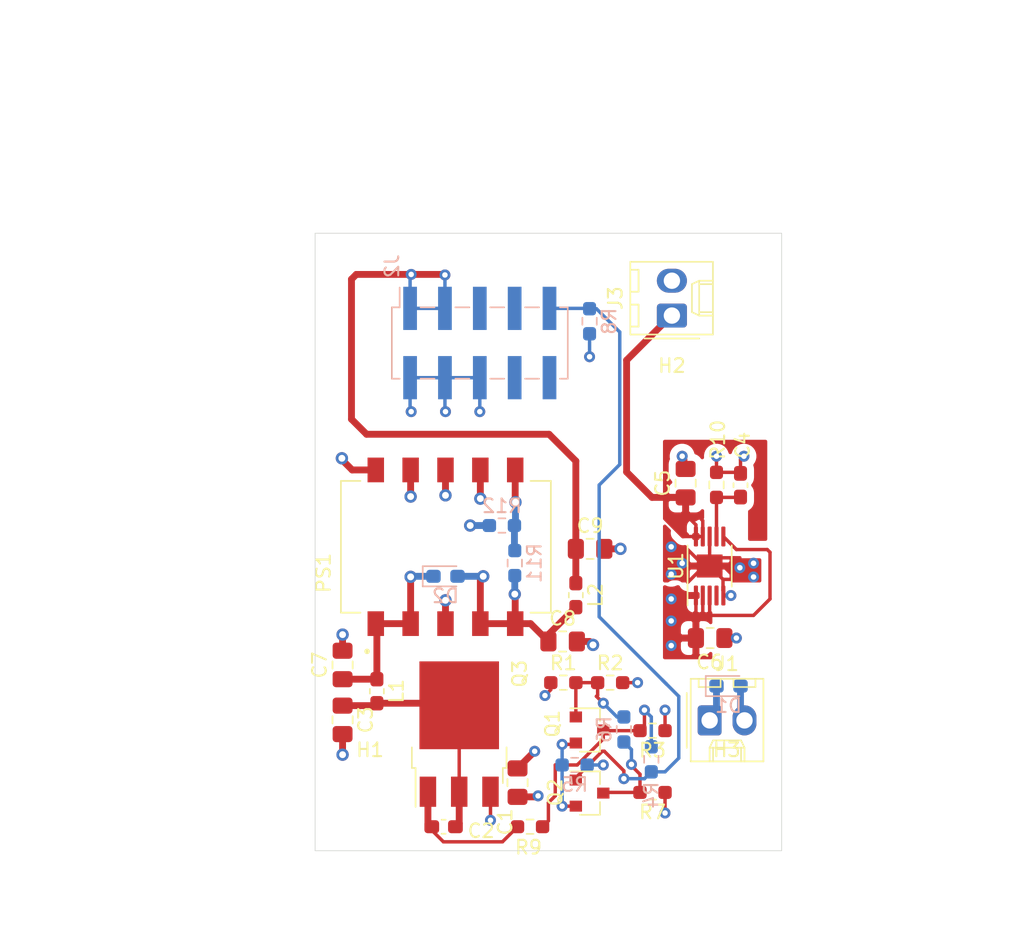
<source format=kicad_pcb>
(kicad_pcb (version 20171130) (host pcbnew 5.1.10-8.fc35)

  (general
    (thickness 1.6)
    (drawings 14)
    (tracks 251)
    (zones 0)
    (modules 36)
    (nets 22)
  )

  (page A4)
  (layers
    (0 F.Cu signal)
    (1 In1.Cu power hide)
    (2 In2.Cu power hide)
    (31 B.Cu signal)
    (34 B.Paste user)
    (35 F.Paste user)
    (36 B.SilkS user)
    (37 F.SilkS user)
    (38 B.Mask user)
    (39 F.Mask user)
    (40 Dwgs.User user)
    (41 Cmts.User user hide)
    (44 Edge.Cuts user)
    (45 Margin user hide)
    (46 B.CrtYd user hide)
    (47 F.CrtYd user hide)
    (48 B.Fab user hide)
    (49 F.Fab user hide)
  )

  (setup
    (last_trace_width 0.25)
    (user_trace_width 0.5)
    (trace_clearance 0.2)
    (zone_clearance 0.508)
    (zone_45_only no)
    (trace_min 0.2)
    (via_size 0.8)
    (via_drill 0.4)
    (via_min_size 0.4)
    (via_min_drill 0.3)
    (user_via 0.9 0.5)
    (uvia_size 0.3)
    (uvia_drill 0.1)
    (uvias_allowed no)
    (uvia_min_size 0.2)
    (uvia_min_drill 0.1)
    (edge_width 0.05)
    (segment_width 0.2)
    (pcb_text_width 0.3)
    (pcb_text_size 1.5 1.5)
    (mod_edge_width 0.12)
    (mod_text_size 1 1)
    (mod_text_width 0.15)
    (pad_size 1.524 1.524)
    (pad_drill 0.762)
    (pad_to_mask_clearance 0)
    (aux_axis_origin 0 0)
    (visible_elements FFFFFF7F)
    (pcbplotparams
      (layerselection 0x010fc_ffffffff)
      (usegerberextensions false)
      (usegerberattributes true)
      (usegerberadvancedattributes true)
      (creategerberjobfile true)
      (excludeedgelayer true)
      (linewidth 0.100000)
      (plotframeref false)
      (viasonmask false)
      (mode 1)
      (useauxorigin false)
      (hpglpennumber 1)
      (hpglpenspeed 20)
      (hpglpendiameter 15.000000)
      (psnegative false)
      (psa4output false)
      (plotreference true)
      (plotvalue true)
      (plotinvisibletext false)
      (padsonsilk false)
      (subtractmaskfromsilk false)
      (outputformat 1)
      (mirror false)
      (drillshape 0)
      (scaleselection 1)
      (outputdirectory ""))
  )

  (net 0 "")
  (net 1 /vload)
  (net 2 "Net-(C2-Pad2)")
  (net 3 GND)
  (net 4 "Net-(J2-Pad8)")
  (net 5 "Net-(J2-Pad10)")
  (net 6 "Net-(J2-Pad5)")
  (net 7 "Net-(J2-Pad7)")
  (net 8 "/On When Warm/VD1")
  (net 9 "/On When Warm/vs")
  (net 10 "/On When Warm/vg1")
  (net 11 /thermistor)
  (net 12 "/On When Warm/vd2")
  (net 13 "Net-(U1-Pad4)")
  (net 14 VDC)
  (net 15 "Net-(C4-Pad1)")
  (net 16 /p5v_out)
  (net 17 /dc_dc/vout)
  (net 18 "Net-(PS1-Pad10)")
  (net 19 "Net-(PS1-Pad6)")
  (net 20 "Net-(C7-Pad1)")
  (net 21 "Net-(C8-Pad1)")

  (net_class Default "This is the default net class."
    (clearance 0.2)
    (trace_width 0.25)
    (via_dia 0.8)
    (via_drill 0.4)
    (uvia_dia 0.3)
    (uvia_drill 0.1)
    (add_net "/On When Warm/VD1")
    (add_net "/On When Warm/vd2")
    (add_net "/On When Warm/vg1")
    (add_net "/On When Warm/vs")
    (add_net /dc_dc/vout)
    (add_net /p5v_out)
    (add_net /thermistor)
    (add_net /vload)
    (add_net GND)
    (add_net "Net-(C2-Pad2)")
    (add_net "Net-(C4-Pad1)")
    (add_net "Net-(C7-Pad1)")
    (add_net "Net-(C8-Pad1)")
    (add_net "Net-(J2-Pad10)")
    (add_net "Net-(J2-Pad5)")
    (add_net "Net-(J2-Pad7)")
    (add_net "Net-(J2-Pad8)")
    (add_net "Net-(PS1-Pad10)")
    (add_net "Net-(PS1-Pad6)")
    (add_net "Net-(U1-Pad4)")
    (add_net VDC)
  )

  (module Connector_Molex:Molex_KK-254_AE-6410-02A_1x02_P2.54mm_Vertical (layer F.Cu) (tedit 5EA53D3B) (tstamp 618D6BB2)
    (at 128.75 135.5)
    (descr "Molex KK-254 Interconnect System, old/engineering part number: AE-6410-02A example for new part number: 22-27-2021, 2 Pins (http://www.molex.com/pdm_docs/sd/022272021_sd.pdf), generated with kicad-footprint-generator")
    (tags "connector Molex KK-254 vertical")
    (path /613A0646)
    (fp_text reference J1 (at 1.27 -4.12) (layer F.SilkS)
      (effects (font (size 1 1) (thickness 0.15)))
    )
    (fp_text value Conn_01x02_Male (at 1.27 4.08) (layer F.Fab)
      (effects (font (size 1 1) (thickness 0.15)))
    )
    (fp_line (start 4.31 -3.42) (end -1.77 -3.42) (layer F.CrtYd) (width 0.05))
    (fp_line (start 4.31 3.38) (end 4.31 -3.42) (layer F.CrtYd) (width 0.05))
    (fp_line (start -1.77 3.38) (end 4.31 3.38) (layer F.CrtYd) (width 0.05))
    (fp_line (start -1.77 -3.42) (end -1.77 3.38) (layer F.CrtYd) (width 0.05))
    (fp_line (start 3.34 -2.43) (end 3.34 -3.03) (layer F.SilkS) (width 0.12))
    (fp_line (start 1.74 -2.43) (end 3.34 -2.43) (layer F.SilkS) (width 0.12))
    (fp_line (start 1.74 -3.03) (end 1.74 -2.43) (layer F.SilkS) (width 0.12))
    (fp_line (start 0.8 -2.43) (end 0.8 -3.03) (layer F.SilkS) (width 0.12))
    (fp_line (start -0.8 -2.43) (end 0.8 -2.43) (layer F.SilkS) (width 0.12))
    (fp_line (start -0.8 -3.03) (end -0.8 -2.43) (layer F.SilkS) (width 0.12))
    (fp_line (start 2.29 2.99) (end 2.29 1.99) (layer F.SilkS) (width 0.12))
    (fp_line (start 0.25 2.99) (end 0.25 1.99) (layer F.SilkS) (width 0.12))
    (fp_line (start 2.29 1.46) (end 2.54 1.99) (layer F.SilkS) (width 0.12))
    (fp_line (start 0.25 1.46) (end 2.29 1.46) (layer F.SilkS) (width 0.12))
    (fp_line (start 0 1.99) (end 0.25 1.46) (layer F.SilkS) (width 0.12))
    (fp_line (start 2.54 1.99) (end 2.54 2.99) (layer F.SilkS) (width 0.12))
    (fp_line (start 0 1.99) (end 2.54 1.99) (layer F.SilkS) (width 0.12))
    (fp_line (start 0 2.99) (end 0 1.99) (layer F.SilkS) (width 0.12))
    (fp_line (start -0.562893 0) (end -1.27 0.5) (layer F.Fab) (width 0.1))
    (fp_line (start -1.27 -0.5) (end -0.562893 0) (layer F.Fab) (width 0.1))
    (fp_line (start -1.67 -2) (end -1.67 2) (layer F.SilkS) (width 0.12))
    (fp_line (start 3.92 -3.03) (end -1.38 -3.03) (layer F.SilkS) (width 0.12))
    (fp_line (start 3.92 2.99) (end 3.92 -3.03) (layer F.SilkS) (width 0.12))
    (fp_line (start -1.38 2.99) (end 3.92 2.99) (layer F.SilkS) (width 0.12))
    (fp_line (start -1.38 -3.03) (end -1.38 2.99) (layer F.SilkS) (width 0.12))
    (fp_line (start 3.81 -2.92) (end -1.27 -2.92) (layer F.Fab) (width 0.1))
    (fp_line (start 3.81 2.88) (end 3.81 -2.92) (layer F.Fab) (width 0.1))
    (fp_line (start -1.27 2.88) (end 3.81 2.88) (layer F.Fab) (width 0.1))
    (fp_line (start -1.27 -2.92) (end -1.27 2.88) (layer F.Fab) (width 0.1))
    (fp_text user %R (at 1.27 -2.22) (layer F.Fab)
      (effects (font (size 1 1) (thickness 0.15)))
    )
    (pad 2 thru_hole oval (at 2.54 0) (size 1.74 2.19) (drill 1.19) (layers *.Cu *.Mask)
      (net 3 GND))
    (pad 1 thru_hole roundrect (at 0 0) (size 1.74 2.19) (drill 1.19) (layers *.Cu *.Mask) (roundrect_rratio 0.143678)
      (net 14 VDC))
    (model ${KISYS3DMOD}/Connector_Molex.3dshapes/Molex_KK-254_AE-6410-02A_1x02_P2.54mm_Vertical.wrl
      (at (xyz 0 0 0))
      (scale (xyz 1 1 1))
      (rotate (xyz 0 0 0))
    )
  )

  (module Diode_SMD:D_0603_1608Metric_Pad1.05x0.95mm_HandSolder (layer B.Cu) (tedit 5F68FEF0) (tstamp 618D548B)
    (at 130.125 133)
    (descr "Diode SMD 0603 (1608 Metric), square (rectangular) end terminal, IPC_7351 nominal, (Body size source: http://www.tortai-tech.com/upload/download/2011102023233369053.pdf), generated with kicad-footprint-generator")
    (tags "diode handsolder")
    (path /6139D14B)
    (attr smd)
    (fp_text reference D1 (at 0 1.43) (layer B.SilkS)
      (effects (font (size 1 1) (thickness 0.15)) (justify mirror))
    )
    (fp_text value SDM02M30LP3 (at 0 -1.43) (layer B.Fab)
      (effects (font (size 1 1) (thickness 0.15)) (justify mirror))
    )
    (fp_line (start 1.65 -0.73) (end -1.65 -0.73) (layer B.CrtYd) (width 0.05))
    (fp_line (start 1.65 0.73) (end 1.65 -0.73) (layer B.CrtYd) (width 0.05))
    (fp_line (start -1.65 0.73) (end 1.65 0.73) (layer B.CrtYd) (width 0.05))
    (fp_line (start -1.65 -0.73) (end -1.65 0.73) (layer B.CrtYd) (width 0.05))
    (fp_line (start -1.66 -0.735) (end 0.8 -0.735) (layer B.SilkS) (width 0.12))
    (fp_line (start -1.66 0.735) (end -1.66 -0.735) (layer B.SilkS) (width 0.12))
    (fp_line (start 0.8 0.735) (end -1.66 0.735) (layer B.SilkS) (width 0.12))
    (fp_line (start 0.8 -0.4) (end 0.8 0.4) (layer B.Fab) (width 0.1))
    (fp_line (start -0.8 -0.4) (end 0.8 -0.4) (layer B.Fab) (width 0.1))
    (fp_line (start -0.8 0.1) (end -0.8 -0.4) (layer B.Fab) (width 0.1))
    (fp_line (start -0.5 0.4) (end -0.8 0.1) (layer B.Fab) (width 0.1))
    (fp_line (start 0.8 0.4) (end -0.5 0.4) (layer B.Fab) (width 0.1))
    (fp_text user %R (at 0 0) (layer B.Fab)
      (effects (font (size 0.4 0.4) (thickness 0.06)) (justify mirror))
    )
    (pad 2 smd roundrect (at 0.875 0) (size 1.05 0.95) (layers B.Cu B.Paste B.Mask) (roundrect_rratio 0.25)
      (net 3 GND))
    (pad 1 smd roundrect (at -0.875 0) (size 1.05 0.95) (layers B.Cu B.Paste B.Mask) (roundrect_rratio 0.25)
      (net 14 VDC))
    (model ${KISYS3DMOD}/Diode_SMD.3dshapes/D_0603_1608Metric.wrl
      (at (xyz 0 0 0))
      (scale (xyz 1 1 1))
      (rotate (xyz 0 0 0))
    )
  )

  (module Resistor_SMD:R_0603_1608Metric_Pad0.98x0.95mm_HandSolder (layer B.Cu) (tedit 5F68FEEE) (tstamp 618D3F73)
    (at 113.6125 121.3 180)
    (descr "Resistor SMD 0603 (1608 Metric), square (rectangular) end terminal, IPC_7351 nominal with elongated pad for handsoldering. (Body size source: IPC-SM-782 page 72, https://www.pcb-3d.com/wordpress/wp-content/uploads/ipc-sm-782a_amendment_1_and_2.pdf), generated with kicad-footprint-generator")
    (tags "resistor handsolder")
    (path /618B7181/618DAEB3)
    (attr smd)
    (fp_text reference R12 (at 0 1.43) (layer B.SilkS)
      (effects (font (size 1 1) (thickness 0.15)) (justify mirror))
    )
    (fp_text value R (at 0 -1.43) (layer B.Fab)
      (effects (font (size 1 1) (thickness 0.15)) (justify mirror))
    )
    (fp_line (start 1.65 -0.73) (end -1.65 -0.73) (layer B.CrtYd) (width 0.05))
    (fp_line (start 1.65 0.73) (end 1.65 -0.73) (layer B.CrtYd) (width 0.05))
    (fp_line (start -1.65 0.73) (end 1.65 0.73) (layer B.CrtYd) (width 0.05))
    (fp_line (start -1.65 -0.73) (end -1.65 0.73) (layer B.CrtYd) (width 0.05))
    (fp_line (start -0.254724 -0.5225) (end 0.254724 -0.5225) (layer B.SilkS) (width 0.12))
    (fp_line (start -0.254724 0.5225) (end 0.254724 0.5225) (layer B.SilkS) (width 0.12))
    (fp_line (start 0.8 -0.4125) (end -0.8 -0.4125) (layer B.Fab) (width 0.1))
    (fp_line (start 0.8 0.4125) (end 0.8 -0.4125) (layer B.Fab) (width 0.1))
    (fp_line (start -0.8 0.4125) (end 0.8 0.4125) (layer B.Fab) (width 0.1))
    (fp_line (start -0.8 -0.4125) (end -0.8 0.4125) (layer B.Fab) (width 0.1))
    (fp_text user %R (at 0 0) (layer B.Fab)
      (effects (font (size 0.4 0.4) (thickness 0.06)) (justify mirror))
    )
    (pad 2 smd roundrect (at 0.9125 0 180) (size 0.975 0.95) (layers B.Cu B.Paste B.Mask) (roundrect_rratio 0.25)
      (net 3 GND))
    (pad 1 smd roundrect (at -0.9125 0 180) (size 0.975 0.95) (layers B.Cu B.Paste B.Mask) (roundrect_rratio 0.25)
      (net 19 "Net-(PS1-Pad6)"))
    (model ${KISYS3DMOD}/Resistor_SMD.3dshapes/R_0603_1608Metric.wrl
      (at (xyz 0 0 0))
      (scale (xyz 1 1 1))
      (rotate (xyz 0 0 0))
    )
  )

  (module Resistor_SMD:R_0603_1608Metric_Pad0.98x0.95mm_HandSolder (layer B.Cu) (tedit 5F68FEEE) (tstamp 618D9DFF)
    (at 114.55 124.0375 90)
    (descr "Resistor SMD 0603 (1608 Metric), square (rectangular) end terminal, IPC_7351 nominal with elongated pad for handsoldering. (Body size source: IPC-SM-782 page 72, https://www.pcb-3d.com/wordpress/wp-content/uploads/ipc-sm-782a_amendment_1_and_2.pdf), generated with kicad-footprint-generator")
    (tags "resistor handsolder")
    (path /618B7181/618D8E37)
    (attr smd)
    (fp_text reference R11 (at 0 1.43 90) (layer B.SilkS)
      (effects (font (size 1 1) (thickness 0.15)) (justify mirror))
    )
    (fp_text value R (at 0 -1.43 90) (layer B.Fab)
      (effects (font (size 1 1) (thickness 0.15)) (justify mirror))
    )
    (fp_line (start 1.65 -0.73) (end -1.65 -0.73) (layer B.CrtYd) (width 0.05))
    (fp_line (start 1.65 0.73) (end 1.65 -0.73) (layer B.CrtYd) (width 0.05))
    (fp_line (start -1.65 0.73) (end 1.65 0.73) (layer B.CrtYd) (width 0.05))
    (fp_line (start -1.65 -0.73) (end -1.65 0.73) (layer B.CrtYd) (width 0.05))
    (fp_line (start -0.254724 -0.5225) (end 0.254724 -0.5225) (layer B.SilkS) (width 0.12))
    (fp_line (start -0.254724 0.5225) (end 0.254724 0.5225) (layer B.SilkS) (width 0.12))
    (fp_line (start 0.8 -0.4125) (end -0.8 -0.4125) (layer B.Fab) (width 0.1))
    (fp_line (start 0.8 0.4125) (end 0.8 -0.4125) (layer B.Fab) (width 0.1))
    (fp_line (start -0.8 0.4125) (end 0.8 0.4125) (layer B.Fab) (width 0.1))
    (fp_line (start -0.8 -0.4125) (end -0.8 0.4125) (layer B.Fab) (width 0.1))
    (fp_text user %R (at 0 0 90) (layer B.Fab)
      (effects (font (size 0.4 0.4) (thickness 0.06)) (justify mirror))
    )
    (pad 2 smd roundrect (at 0.9125 0 90) (size 0.975 0.95) (layers B.Cu B.Paste B.Mask) (roundrect_rratio 0.25)
      (net 19 "Net-(PS1-Pad6)"))
    (pad 1 smd roundrect (at -0.9125 0 90) (size 0.975 0.95) (layers B.Cu B.Paste B.Mask) (roundrect_rratio 0.25)
      (net 21 "Net-(C8-Pad1)"))
    (model ${KISYS3DMOD}/Resistor_SMD.3dshapes/R_0603_1608Metric.wrl
      (at (xyz 0 0 0))
      (scale (xyz 1 1 1))
      (rotate (xyz 0 0 0))
    )
  )

  (module Inductor_SMD:L_0603_1608Metric_Pad1.05x0.95mm_HandSolder (layer F.Cu) (tedit 5F68FEF0) (tstamp 618D3D29)
    (at 119 126.375 270)
    (descr "Inductor SMD 0603 (1608 Metric), square (rectangular) end terminal, IPC_7351 nominal with elongated pad for handsoldering. (Body size source: http://www.tortai-tech.com/upload/download/2011102023233369053.pdf), generated with kicad-footprint-generator")
    (tags "inductor handsolder")
    (path /618B7181/618D8314)
    (attr smd)
    (fp_text reference L2 (at 0 -1.43 90) (layer F.SilkS)
      (effects (font (size 1 1) (thickness 0.15)))
    )
    (fp_text value 4.7uH (at 0 1.43 90) (layer F.Fab)
      (effects (font (size 1 1) (thickness 0.15)))
    )
    (fp_line (start 1.65 0.73) (end -1.65 0.73) (layer F.CrtYd) (width 0.05))
    (fp_line (start 1.65 -0.73) (end 1.65 0.73) (layer F.CrtYd) (width 0.05))
    (fp_line (start -1.65 -0.73) (end 1.65 -0.73) (layer F.CrtYd) (width 0.05))
    (fp_line (start -1.65 0.73) (end -1.65 -0.73) (layer F.CrtYd) (width 0.05))
    (fp_line (start -0.171267 0.51) (end 0.171267 0.51) (layer F.SilkS) (width 0.12))
    (fp_line (start -0.171267 -0.51) (end 0.171267 -0.51) (layer F.SilkS) (width 0.12))
    (fp_line (start 0.8 0.4) (end -0.8 0.4) (layer F.Fab) (width 0.1))
    (fp_line (start 0.8 -0.4) (end 0.8 0.4) (layer F.Fab) (width 0.1))
    (fp_line (start -0.8 -0.4) (end 0.8 -0.4) (layer F.Fab) (width 0.1))
    (fp_line (start -0.8 0.4) (end -0.8 -0.4) (layer F.Fab) (width 0.1))
    (fp_text user %R (at 0 0 90) (layer F.Fab)
      (effects (font (size 0.4 0.4) (thickness 0.06)))
    )
    (pad 2 smd roundrect (at 0.875 0 270) (size 1.05 0.95) (layers F.Cu F.Paste F.Mask) (roundrect_rratio 0.25)
      (net 21 "Net-(C8-Pad1)"))
    (pad 1 smd roundrect (at -0.875 0 270) (size 1.05 0.95) (layers F.Cu F.Paste F.Mask) (roundrect_rratio 0.25)
      (net 17 /dc_dc/vout))
    (model ${KISYS3DMOD}/Inductor_SMD.3dshapes/L_0603_1608Metric.wrl
      (at (xyz 0 0 0))
      (scale (xyz 1 1 1))
      (rotate (xyz 0 0 0))
    )
  )

  (module Inductor_SMD:L_0603_1608Metric_Pad1.05x0.95mm_HandSolder (layer F.Cu) (tedit 5F68FEF0) (tstamp 618D3D18)
    (at 104.5 133.375 270)
    (descr "Inductor SMD 0603 (1608 Metric), square (rectangular) end terminal, IPC_7351 nominal with elongated pad for handsoldering. (Body size source: http://www.tortai-tech.com/upload/download/2011102023233369053.pdf), generated with kicad-footprint-generator")
    (tags "inductor handsolder")
    (path /618B7181/618D805B)
    (attr smd)
    (fp_text reference L1 (at 0 -1.43 90) (layer F.SilkS)
      (effects (font (size 1 1) (thickness 0.15)))
    )
    (fp_text value 4.7uH (at 0 1.43 90) (layer F.Fab)
      (effects (font (size 1 1) (thickness 0.15)))
    )
    (fp_line (start 1.65 0.73) (end -1.65 0.73) (layer F.CrtYd) (width 0.05))
    (fp_line (start 1.65 -0.73) (end 1.65 0.73) (layer F.CrtYd) (width 0.05))
    (fp_line (start -1.65 -0.73) (end 1.65 -0.73) (layer F.CrtYd) (width 0.05))
    (fp_line (start -1.65 0.73) (end -1.65 -0.73) (layer F.CrtYd) (width 0.05))
    (fp_line (start -0.171267 0.51) (end 0.171267 0.51) (layer F.SilkS) (width 0.12))
    (fp_line (start -0.171267 -0.51) (end 0.171267 -0.51) (layer F.SilkS) (width 0.12))
    (fp_line (start 0.8 0.4) (end -0.8 0.4) (layer F.Fab) (width 0.1))
    (fp_line (start 0.8 -0.4) (end 0.8 0.4) (layer F.Fab) (width 0.1))
    (fp_line (start -0.8 -0.4) (end 0.8 -0.4) (layer F.Fab) (width 0.1))
    (fp_line (start -0.8 0.4) (end -0.8 -0.4) (layer F.Fab) (width 0.1))
    (fp_text user %R (at 0 0 90) (layer F.Fab)
      (effects (font (size 0.4 0.4) (thickness 0.06)))
    )
    (pad 2 smd roundrect (at 0.875 0 270) (size 1.05 0.95) (layers F.Cu F.Paste F.Mask) (roundrect_rratio 0.25)
      (net 1 /vload))
    (pad 1 smd roundrect (at -0.875 0 270) (size 1.05 0.95) (layers F.Cu F.Paste F.Mask) (roundrect_rratio 0.25)
      (net 20 "Net-(C7-Pad1)"))
    (model ${KISYS3DMOD}/Inductor_SMD.3dshapes/L_0603_1608Metric.wrl
      (at (xyz 0 0 0))
      (scale (xyz 1 1 1))
      (rotate (xyz 0 0 0))
    )
  )

  (module Diode_SMD:D_0603_1608Metric_Pad1.05x0.95mm_HandSolder (layer B.Cu) (tedit 5F68FEF0) (tstamp 618D3B7D)
    (at 109.5 125)
    (descr "Diode SMD 0603 (1608 Metric), square (rectangular) end terminal, IPC_7351 nominal, (Body size source: http://www.tortai-tech.com/upload/download/2011102023233369053.pdf), generated with kicad-footprint-generator")
    (tags "diode handsolder")
    (path /618B7181/618DCDC5)
    (attr smd)
    (fp_text reference D2 (at 0 1.43) (layer B.SilkS)
      (effects (font (size 1 1) (thickness 0.15)) (justify mirror))
    )
    (fp_text value RB522ES-30T15R (at 0 -1.43) (layer B.Fab)
      (effects (font (size 1 1) (thickness 0.15)) (justify mirror))
    )
    (fp_line (start 1.65 -0.73) (end -1.65 -0.73) (layer B.CrtYd) (width 0.05))
    (fp_line (start 1.65 0.73) (end 1.65 -0.73) (layer B.CrtYd) (width 0.05))
    (fp_line (start -1.65 0.73) (end 1.65 0.73) (layer B.CrtYd) (width 0.05))
    (fp_line (start -1.65 -0.73) (end -1.65 0.73) (layer B.CrtYd) (width 0.05))
    (fp_line (start -1.66 -0.735) (end 0.8 -0.735) (layer B.SilkS) (width 0.12))
    (fp_line (start -1.66 0.735) (end -1.66 -0.735) (layer B.SilkS) (width 0.12))
    (fp_line (start 0.8 0.735) (end -1.66 0.735) (layer B.SilkS) (width 0.12))
    (fp_line (start 0.8 -0.4) (end 0.8 0.4) (layer B.Fab) (width 0.1))
    (fp_line (start -0.8 -0.4) (end 0.8 -0.4) (layer B.Fab) (width 0.1))
    (fp_line (start -0.8 0.1) (end -0.8 -0.4) (layer B.Fab) (width 0.1))
    (fp_line (start -0.5 0.4) (end -0.8 0.1) (layer B.Fab) (width 0.1))
    (fp_line (start 0.8 0.4) (end -0.5 0.4) (layer B.Fab) (width 0.1))
    (fp_text user %R (at 0 0) (layer B.Fab)
      (effects (font (size 0.4 0.4) (thickness 0.06)) (justify mirror))
    )
    (pad 2 smd roundrect (at 0.875 0) (size 1.05 0.95) (layers B.Cu B.Paste B.Mask) (roundrect_rratio 0.25)
      (net 21 "Net-(C8-Pad1)"))
    (pad 1 smd roundrect (at -0.875 0) (size 1.05 0.95) (layers B.Cu B.Paste B.Mask) (roundrect_rratio 0.25)
      (net 20 "Net-(C7-Pad1)"))
    (model ${KISYS3DMOD}/Diode_SMD.3dshapes/D_0603_1608Metric.wrl
      (at (xyz 0 0 0))
      (scale (xyz 1 1 1))
      (rotate (xyz 0 0 0))
    )
  )

  (module Capacitor_SMD:C_0805_2012Metric_Pad1.18x1.45mm_HandSolder (layer F.Cu) (tedit 5F68FEEF) (tstamp 618D3B3C)
    (at 120.0375 123)
    (descr "Capacitor SMD 0805 (2012 Metric), square (rectangular) end terminal, IPC_7351 nominal with elongated pad for handsoldering. (Body size source: IPC-SM-782 page 76, https://www.pcb-3d.com/wordpress/wp-content/uploads/ipc-sm-782a_amendment_1_and_2.pdf, https://docs.google.com/spreadsheets/d/1BsfQQcO9C6DZCsRaXUlFlo91Tg2WpOkGARC1WS5S8t0/edit?usp=sharing), generated with kicad-footprint-generator")
    (tags "capacitor handsolder")
    (path /618B7181/618D8BB8)
    (attr smd)
    (fp_text reference C9 (at 0 -1.68) (layer F.SilkS)
      (effects (font (size 1 1) (thickness 0.15)))
    )
    (fp_text value 10uF (at 0 1.68) (layer F.Fab)
      (effects (font (size 1 1) (thickness 0.15)))
    )
    (fp_line (start 1.88 0.98) (end -1.88 0.98) (layer F.CrtYd) (width 0.05))
    (fp_line (start 1.88 -0.98) (end 1.88 0.98) (layer F.CrtYd) (width 0.05))
    (fp_line (start -1.88 -0.98) (end 1.88 -0.98) (layer F.CrtYd) (width 0.05))
    (fp_line (start -1.88 0.98) (end -1.88 -0.98) (layer F.CrtYd) (width 0.05))
    (fp_line (start -0.261252 0.735) (end 0.261252 0.735) (layer F.SilkS) (width 0.12))
    (fp_line (start -0.261252 -0.735) (end 0.261252 -0.735) (layer F.SilkS) (width 0.12))
    (fp_line (start 1 0.625) (end -1 0.625) (layer F.Fab) (width 0.1))
    (fp_line (start 1 -0.625) (end 1 0.625) (layer F.Fab) (width 0.1))
    (fp_line (start -1 -0.625) (end 1 -0.625) (layer F.Fab) (width 0.1))
    (fp_line (start -1 0.625) (end -1 -0.625) (layer F.Fab) (width 0.1))
    (fp_text user %R (at 0 0) (layer F.Fab)
      (effects (font (size 0.5 0.5) (thickness 0.08)))
    )
    (pad 2 smd roundrect (at 1.0375 0) (size 1.175 1.45) (layers F.Cu F.Paste F.Mask) (roundrect_rratio 0.212766)
      (net 3 GND))
    (pad 1 smd roundrect (at -1.0375 0) (size 1.175 1.45) (layers F.Cu F.Paste F.Mask) (roundrect_rratio 0.212766)
      (net 17 /dc_dc/vout))
    (model ${KISYS3DMOD}/Capacitor_SMD.3dshapes/C_0805_2012Metric.wrl
      (at (xyz 0 0 0))
      (scale (xyz 1 1 1))
      (rotate (xyz 0 0 0))
    )
  )

  (module Capacitor_SMD:C_0805_2012Metric_Pad1.18x1.45mm_HandSolder (layer F.Cu) (tedit 5F68FEEF) (tstamp 618D3B2B)
    (at 118.0375 129.75)
    (descr "Capacitor SMD 0805 (2012 Metric), square (rectangular) end terminal, IPC_7351 nominal with elongated pad for handsoldering. (Body size source: IPC-SM-782 page 76, https://www.pcb-3d.com/wordpress/wp-content/uploads/ipc-sm-782a_amendment_1_and_2.pdf, https://docs.google.com/spreadsheets/d/1BsfQQcO9C6DZCsRaXUlFlo91Tg2WpOkGARC1WS5S8t0/edit?usp=sharing), generated with kicad-footprint-generator")
    (tags "capacitor handsolder")
    (path /618B7181/618D88A3)
    (attr smd)
    (fp_text reference C8 (at 0 -1.68) (layer F.SilkS)
      (effects (font (size 1 1) (thickness 0.15)))
    )
    (fp_text value 10uF (at 0 1.68) (layer F.Fab)
      (effects (font (size 1 1) (thickness 0.15)))
    )
    (fp_line (start 1.88 0.98) (end -1.88 0.98) (layer F.CrtYd) (width 0.05))
    (fp_line (start 1.88 -0.98) (end 1.88 0.98) (layer F.CrtYd) (width 0.05))
    (fp_line (start -1.88 -0.98) (end 1.88 -0.98) (layer F.CrtYd) (width 0.05))
    (fp_line (start -1.88 0.98) (end -1.88 -0.98) (layer F.CrtYd) (width 0.05))
    (fp_line (start -0.261252 0.735) (end 0.261252 0.735) (layer F.SilkS) (width 0.12))
    (fp_line (start -0.261252 -0.735) (end 0.261252 -0.735) (layer F.SilkS) (width 0.12))
    (fp_line (start 1 0.625) (end -1 0.625) (layer F.Fab) (width 0.1))
    (fp_line (start 1 -0.625) (end 1 0.625) (layer F.Fab) (width 0.1))
    (fp_line (start -1 -0.625) (end 1 -0.625) (layer F.Fab) (width 0.1))
    (fp_line (start -1 0.625) (end -1 -0.625) (layer F.Fab) (width 0.1))
    (fp_text user %R (at 0 0) (layer F.Fab)
      (effects (font (size 0.5 0.5) (thickness 0.08)))
    )
    (pad 2 smd roundrect (at 1.0375 0) (size 1.175 1.45) (layers F.Cu F.Paste F.Mask) (roundrect_rratio 0.212766)
      (net 3 GND))
    (pad 1 smd roundrect (at -1.0375 0) (size 1.175 1.45) (layers F.Cu F.Paste F.Mask) (roundrect_rratio 0.212766)
      (net 21 "Net-(C8-Pad1)"))
    (model ${KISYS3DMOD}/Capacitor_SMD.3dshapes/C_0805_2012Metric.wrl
      (at (xyz 0 0 0))
      (scale (xyz 1 1 1))
      (rotate (xyz 0 0 0))
    )
  )

  (module Capacitor_SMD:C_0805_2012Metric_Pad1.18x1.45mm_HandSolder (layer F.Cu) (tedit 5F68FEEF) (tstamp 618D3B1A)
    (at 102 131.4625 90)
    (descr "Capacitor SMD 0805 (2012 Metric), square (rectangular) end terminal, IPC_7351 nominal with elongated pad for handsoldering. (Body size source: IPC-SM-782 page 76, https://www.pcb-3d.com/wordpress/wp-content/uploads/ipc-sm-782a_amendment_1_and_2.pdf, https://docs.google.com/spreadsheets/d/1BsfQQcO9C6DZCsRaXUlFlo91Tg2WpOkGARC1WS5S8t0/edit?usp=sharing), generated with kicad-footprint-generator")
    (tags "capacitor handsolder")
    (path /618B7181/618D86D8)
    (attr smd)
    (fp_text reference C7 (at 0 -1.68 90) (layer F.SilkS)
      (effects (font (size 1 1) (thickness 0.15)))
    )
    (fp_text value 10uF (at 0 1.68 90) (layer F.Fab)
      (effects (font (size 1 1) (thickness 0.15)))
    )
    (fp_line (start 1.88 0.98) (end -1.88 0.98) (layer F.CrtYd) (width 0.05))
    (fp_line (start 1.88 -0.98) (end 1.88 0.98) (layer F.CrtYd) (width 0.05))
    (fp_line (start -1.88 -0.98) (end 1.88 -0.98) (layer F.CrtYd) (width 0.05))
    (fp_line (start -1.88 0.98) (end -1.88 -0.98) (layer F.CrtYd) (width 0.05))
    (fp_line (start -0.261252 0.735) (end 0.261252 0.735) (layer F.SilkS) (width 0.12))
    (fp_line (start -0.261252 -0.735) (end 0.261252 -0.735) (layer F.SilkS) (width 0.12))
    (fp_line (start 1 0.625) (end -1 0.625) (layer F.Fab) (width 0.1))
    (fp_line (start 1 -0.625) (end 1 0.625) (layer F.Fab) (width 0.1))
    (fp_line (start -1 -0.625) (end 1 -0.625) (layer F.Fab) (width 0.1))
    (fp_line (start -1 0.625) (end -1 -0.625) (layer F.Fab) (width 0.1))
    (fp_text user %R (at 0 0 90) (layer F.Fab)
      (effects (font (size 0.5 0.5) (thickness 0.08)))
    )
    (pad 2 smd roundrect (at 1.0375 0 90) (size 1.175 1.45) (layers F.Cu F.Paste F.Mask) (roundrect_rratio 0.212766)
      (net 3 GND))
    (pad 1 smd roundrect (at -1.0375 0 90) (size 1.175 1.45) (layers F.Cu F.Paste F.Mask) (roundrect_rratio 0.212766)
      (net 20 "Net-(C7-Pad1)"))
    (model ${KISYS3DMOD}/Capacitor_SMD.3dshapes/C_0805_2012Metric.wrl
      (at (xyz 0 0 0))
      (scale (xyz 1 1 1))
      (rotate (xyz 0 0 0))
    )
  )

  (module R-78AA3.3-0.5SMD-R:CONV_R-78AA3.3-0.5SMD-R (layer F.Cu) (tedit 618AAF3E) (tstamp 618D29A4)
    (at 109.5 122.85 90)
    (path /618B7181/618CB14D)
    (fp_text reference PS1 (at -1.905 -8.89 90) (layer F.SilkS)
      (effects (font (size 1 1) (thickness 0.15)))
    )
    (fp_text value R-78AA3.3-0.5SMD-R (at 9.525 8.89 90) (layer F.Fab)
      (effects (font (size 1 1) (thickness 0.15)))
    )
    (fp_line (start 5.05 -5.93) (end 5.05 -7.87) (layer F.CrtYd) (width 0.05))
    (fp_line (start 6.75 -5.93) (end 5.05 -5.93) (layer F.CrtYd) (width 0.05))
    (fp_line (start 6.75 5.93) (end 6.75 -5.93) (layer F.CrtYd) (width 0.05))
    (fp_line (start 5.05 5.93) (end 6.75 5.93) (layer F.CrtYd) (width 0.05))
    (fp_line (start 5.05 7.93) (end 5.05 5.93) (layer F.CrtYd) (width 0.05))
    (fp_line (start -5.05 7.93) (end 5.05 7.93) (layer F.CrtYd) (width 0.05))
    (fp_line (start -5.05 5.93) (end -5.05 7.93) (layer F.CrtYd) (width 0.05))
    (fp_line (start -6.75 5.93) (end -5.05 5.93) (layer F.CrtYd) (width 0.05))
    (fp_line (start -6.75 -5.93) (end -6.75 5.93) (layer F.CrtYd) (width 0.05))
    (fp_line (start -5.05 -5.93) (end -6.75 -5.93) (layer F.CrtYd) (width 0.05))
    (fp_line (start -5.05 -7.87) (end -5.05 -5.93) (layer F.CrtYd) (width 0.05))
    (fp_line (start 5.05 -7.87) (end -5.05 -7.87) (layer F.CrtYd) (width 0.05))
    (fp_circle (center -7.62 -5.715) (end -7.52 -5.715) (layer F.Fab) (width 0.2))
    (fp_circle (center -7.62 -5.715) (end -7.52 -5.715) (layer F.SilkS) (width 0.2))
    (fp_line (start -4.8 7.68) (end -4.8 6.2) (layer F.SilkS) (width 0.127))
    (fp_line (start 4.8 -7.62) (end 4.8 -6.2) (layer F.SilkS) (width 0.127))
    (fp_line (start 4.8 7.68) (end 4.8 6.2) (layer F.SilkS) (width 0.127))
    (fp_line (start -4.8 -7.62) (end -4.8 -6.2) (layer F.SilkS) (width 0.127))
    (fp_line (start -4.8 7.68) (end 4.8 7.68) (layer F.SilkS) (width 0.127))
    (fp_line (start 4.8 -7.62) (end -4.8 -7.62) (layer F.SilkS) (width 0.127))
    (fp_line (start 4.8 -7.62) (end -4.8 -7.62) (layer F.Fab) (width 0.127))
    (fp_line (start 4.8 7.68) (end 4.8 -7.62) (layer F.Fab) (width 0.127))
    (fp_line (start -4.8 7.68) (end 4.8 7.68) (layer F.Fab) (width 0.127))
    (fp_line (start -4.8 -7.62) (end -4.8 7.68) (layer F.Fab) (width 0.127))
    (pad 10 smd rect (at 5.6 -5.08 90) (size 1.8 1.2) (layers F.Cu F.Paste F.Mask)
      (net 18 "Net-(PS1-Pad10)"))
    (pad 9 smd rect (at 5.6 -2.54 90) (size 1.8 1.2) (layers F.Cu F.Paste F.Mask)
      (net 3 GND))
    (pad 8 smd rect (at 5.6 0 90) (size 1.8 1.2) (layers F.Cu F.Paste F.Mask)
      (net 3 GND))
    (pad 7 smd rect (at 5.6 2.54 90) (size 1.8 1.2) (layers F.Cu F.Paste F.Mask)
      (net 3 GND))
    (pad 6 smd rect (at 5.6 5.08 90) (size 1.8 1.2) (layers F.Cu F.Paste F.Mask)
      (net 19 "Net-(PS1-Pad6)"))
    (pad 5 smd rect (at -5.6 5.08 90) (size 1.8 1.2) (layers F.Cu F.Paste F.Mask)
      (net 21 "Net-(C8-Pad1)"))
    (pad 4 smd rect (at -5.6 2.54 90) (size 1.8 1.2) (layers F.Cu F.Paste F.Mask)
      (net 21 "Net-(C8-Pad1)"))
    (pad 2 smd rect (at -5.6 -2.54 90) (size 1.8 1.2) (layers F.Cu F.Paste F.Mask)
      (net 20 "Net-(C7-Pad1)"))
    (pad 1 smd rect (at -5.6 -5.08 90) (size 1.8 1.2) (layers F.Cu F.Paste F.Mask)
      (net 20 "Net-(C7-Pad1)"))
    (pad 3 smd rect (at -5.6 0 90) (size 1.8 1.2) (layers F.Cu F.Paste F.Mask)
      (net 3 GND))
  )

  (module Capacitor_SMD:C_0805_2012Metric_Pad1.18x1.45mm_HandSolder (layer F.Cu) (tedit 5F68FEEF) (tstamp 6137D3D9)
    (at 128.7875 129.5)
    (descr "Capacitor SMD 0805 (2012 Metric), square (rectangular) end terminal, IPC_7351 nominal with elongated pad for handsoldering. (Body size source: IPC-SM-782 page 76, https://www.pcb-3d.com/wordpress/wp-content/uploads/ipc-sm-782a_amendment_1_and_2.pdf, https://docs.google.com/spreadsheets/d/1BsfQQcO9C6DZCsRaXUlFlo91Tg2WpOkGARC1WS5S8t0/edit?usp=sharing), generated with kicad-footprint-generator")
    (tags "capacitor handsolder")
    (path /61417CCB)
    (attr smd)
    (fp_text reference C6 (at -0.0375 1.75) (layer F.SilkS)
      (effects (font (size 1 1) (thickness 0.15)))
    )
    (fp_text value 4.7uF (at 0 1.68) (layer F.Fab)
      (effects (font (size 1 1) (thickness 0.15)))
    )
    (fp_line (start 1.88 0.98) (end -1.88 0.98) (layer F.CrtYd) (width 0.05))
    (fp_line (start 1.88 -0.98) (end 1.88 0.98) (layer F.CrtYd) (width 0.05))
    (fp_line (start -1.88 -0.98) (end 1.88 -0.98) (layer F.CrtYd) (width 0.05))
    (fp_line (start -1.88 0.98) (end -1.88 -0.98) (layer F.CrtYd) (width 0.05))
    (fp_line (start -0.261252 0.735) (end 0.261252 0.735) (layer F.SilkS) (width 0.12))
    (fp_line (start -0.261252 -0.735) (end 0.261252 -0.735) (layer F.SilkS) (width 0.12))
    (fp_line (start 1 0.625) (end -1 0.625) (layer F.Fab) (width 0.1))
    (fp_line (start 1 -0.625) (end 1 0.625) (layer F.Fab) (width 0.1))
    (fp_line (start -1 -0.625) (end 1 -0.625) (layer F.Fab) (width 0.1))
    (fp_line (start -1 0.625) (end -1 -0.625) (layer F.Fab) (width 0.1))
    (fp_text user %R (at 0 0) (layer F.Fab)
      (effects (font (size 0.5 0.5) (thickness 0.08)))
    )
    (pad 2 smd roundrect (at 1.0375 0) (size 1.175 1.45) (layers F.Cu F.Paste F.Mask) (roundrect_rratio 0.2127659574468085)
      (net 3 GND))
    (pad 1 smd roundrect (at -1.0375 0) (size 1.175 1.45) (layers F.Cu F.Paste F.Mask) (roundrect_rratio 0.2127659574468085)
      (net 14 VDC))
    (model ${KISYS3DMOD}/Capacitor_SMD.3dshapes/C_0805_2012Metric.wrl
      (at (xyz 0 0 0))
      (scale (xyz 1 1 1))
      (rotate (xyz 0 0 0))
    )
  )

  (module Resistor_SMD:R_0603_1608Metric_Pad0.98x0.95mm_HandSolder (layer F.Cu) (tedit 5F68FEEE) (tstamp 6137C1FF)
    (at 129.25 118.3375 90)
    (descr "Resistor SMD 0603 (1608 Metric), square (rectangular) end terminal, IPC_7351 nominal with elongated pad for handsoldering. (Body size source: IPC-SM-782 page 72, https://www.pcb-3d.com/wordpress/wp-content/uploads/ipc-sm-782a_amendment_1_and_2.pdf), generated with kicad-footprint-generator")
    (tags "resistor handsolder")
    (path /613F83D0)
    (attr smd)
    (fp_text reference R10 (at 3.2875 0.1 90) (layer F.SilkS)
      (effects (font (size 1 1) (thickness 0.15)))
    )
    (fp_text value 49.9k (at 0 1.43 90) (layer F.Fab)
      (effects (font (size 1 1) (thickness 0.15)))
    )
    (fp_line (start 1.65 0.73) (end -1.65 0.73) (layer F.CrtYd) (width 0.05))
    (fp_line (start 1.65 -0.73) (end 1.65 0.73) (layer F.CrtYd) (width 0.05))
    (fp_line (start -1.65 -0.73) (end 1.65 -0.73) (layer F.CrtYd) (width 0.05))
    (fp_line (start -1.65 0.73) (end -1.65 -0.73) (layer F.CrtYd) (width 0.05))
    (fp_line (start -0.254724 0.5225) (end 0.254724 0.5225) (layer F.SilkS) (width 0.12))
    (fp_line (start -0.254724 -0.5225) (end 0.254724 -0.5225) (layer F.SilkS) (width 0.12))
    (fp_line (start 0.8 0.4125) (end -0.8 0.4125) (layer F.Fab) (width 0.1))
    (fp_line (start 0.8 -0.4125) (end 0.8 0.4125) (layer F.Fab) (width 0.1))
    (fp_line (start -0.8 -0.4125) (end 0.8 -0.4125) (layer F.Fab) (width 0.1))
    (fp_line (start -0.8 0.4125) (end -0.8 -0.4125) (layer F.Fab) (width 0.1))
    (fp_text user %R (at 0 0 90) (layer F.Fab)
      (effects (font (size 0.4 0.4) (thickness 0.06)))
    )
    (pad 2 smd roundrect (at 0.9125 0 90) (size 0.975 0.95) (layers F.Cu F.Paste F.Mask) (roundrect_rratio 0.25)
      (net 3 GND))
    (pad 1 smd roundrect (at -0.9125 0 90) (size 0.975 0.95) (layers F.Cu F.Paste F.Mask) (roundrect_rratio 0.25)
      (net 15 "Net-(C4-Pad1)"))
    (model ${KISYS3DMOD}/Resistor_SMD.3dshapes/R_0603_1608Metric.wrl
      (at (xyz 0 0 0))
      (scale (xyz 1 1 1))
      (rotate (xyz 0 0 0))
    )
  )

  (module Capacitor_SMD:C_0805_2012Metric_Pad1.18x1.45mm_HandSolder (layer F.Cu) (tedit 5F68FEEF) (tstamp 6137BE78)
    (at 127 118.2125 90)
    (descr "Capacitor SMD 0805 (2012 Metric), square (rectangular) end terminal, IPC_7351 nominal with elongated pad for handsoldering. (Body size source: IPC-SM-782 page 76, https://www.pcb-3d.com/wordpress/wp-content/uploads/ipc-sm-782a_amendment_1_and_2.pdf, https://docs.google.com/spreadsheets/d/1BsfQQcO9C6DZCsRaXUlFlo91Tg2WpOkGARC1WS5S8t0/edit?usp=sharing), generated with kicad-footprint-generator")
    (tags "capacitor handsolder")
    (path /61406F4E)
    (attr smd)
    (fp_text reference C5 (at 0 -1.68 90) (layer F.SilkS)
      (effects (font (size 1 1) (thickness 0.15)))
    )
    (fp_text value 4.7uF (at 0 1.68 90) (layer F.Fab)
      (effects (font (size 1 1) (thickness 0.15)))
    )
    (fp_line (start 1.88 0.98) (end -1.88 0.98) (layer F.CrtYd) (width 0.05))
    (fp_line (start 1.88 -0.98) (end 1.88 0.98) (layer F.CrtYd) (width 0.05))
    (fp_line (start -1.88 -0.98) (end 1.88 -0.98) (layer F.CrtYd) (width 0.05))
    (fp_line (start -1.88 0.98) (end -1.88 -0.98) (layer F.CrtYd) (width 0.05))
    (fp_line (start -0.261252 0.735) (end 0.261252 0.735) (layer F.SilkS) (width 0.12))
    (fp_line (start -0.261252 -0.735) (end 0.261252 -0.735) (layer F.SilkS) (width 0.12))
    (fp_line (start 1 0.625) (end -1 0.625) (layer F.Fab) (width 0.1))
    (fp_line (start 1 -0.625) (end 1 0.625) (layer F.Fab) (width 0.1))
    (fp_line (start -1 -0.625) (end 1 -0.625) (layer F.Fab) (width 0.1))
    (fp_line (start -1 0.625) (end -1 -0.625) (layer F.Fab) (width 0.1))
    (fp_text user %R (at 0 0 90) (layer F.Fab)
      (effects (font (size 0.5 0.5) (thickness 0.08)))
    )
    (pad 2 smd roundrect (at 1.0375 0 90) (size 1.175 1.45) (layers F.Cu F.Paste F.Mask) (roundrect_rratio 0.2127659574468085)
      (net 3 GND))
    (pad 1 smd roundrect (at -1.0375 0 90) (size 1.175 1.45) (layers F.Cu F.Paste F.Mask) (roundrect_rratio 0.2127659574468085)
      (net 16 /p5v_out))
    (model ${KISYS3DMOD}/Capacitor_SMD.3dshapes/C_0805_2012Metric.wrl
      (at (xyz 0 0 0))
      (scale (xyz 1 1 1))
      (rotate (xyz 0 0 0))
    )
  )

  (module Capacitor_SMD:C_0603_1608Metric_Pad1.08x0.95mm_HandSolder (layer F.Cu) (tedit 5F68FEEF) (tstamp 6137BE67)
    (at 131 118.3625 90)
    (descr "Capacitor SMD 0603 (1608 Metric), square (rectangular) end terminal, IPC_7351 nominal with elongated pad for handsoldering. (Body size source: IPC-SM-782 page 76, https://www.pcb-3d.com/wordpress/wp-content/uploads/ipc-sm-782a_amendment_1_and_2.pdf), generated with kicad-footprint-generator")
    (tags "capacitor handsolder")
    (path /613F89B4)
    (attr smd)
    (fp_text reference C4 (at 2.9125 0.15 90) (layer F.SilkS)
      (effects (font (size 1 1) (thickness 0.15)))
    )
    (fp_text value 0.47uF (at 0 1.43 90) (layer F.Fab)
      (effects (font (size 1 1) (thickness 0.15)))
    )
    (fp_line (start 1.65 0.73) (end -1.65 0.73) (layer F.CrtYd) (width 0.05))
    (fp_line (start 1.65 -0.73) (end 1.65 0.73) (layer F.CrtYd) (width 0.05))
    (fp_line (start -1.65 -0.73) (end 1.65 -0.73) (layer F.CrtYd) (width 0.05))
    (fp_line (start -1.65 0.73) (end -1.65 -0.73) (layer F.CrtYd) (width 0.05))
    (fp_line (start -0.146267 0.51) (end 0.146267 0.51) (layer F.SilkS) (width 0.12))
    (fp_line (start -0.146267 -0.51) (end 0.146267 -0.51) (layer F.SilkS) (width 0.12))
    (fp_line (start 0.8 0.4) (end -0.8 0.4) (layer F.Fab) (width 0.1))
    (fp_line (start 0.8 -0.4) (end 0.8 0.4) (layer F.Fab) (width 0.1))
    (fp_line (start -0.8 -0.4) (end 0.8 -0.4) (layer F.Fab) (width 0.1))
    (fp_line (start -0.8 0.4) (end -0.8 -0.4) (layer F.Fab) (width 0.1))
    (fp_text user %R (at 0 0 90) (layer F.Fab)
      (effects (font (size 0.4 0.4) (thickness 0.06)))
    )
    (pad 2 smd roundrect (at 0.8625 0 90) (size 1.075 0.95) (layers F.Cu F.Paste F.Mask) (roundrect_rratio 0.25)
      (net 3 GND))
    (pad 1 smd roundrect (at -0.8625 0 90) (size 1.075 0.95) (layers F.Cu F.Paste F.Mask) (roundrect_rratio 0.25)
      (net 15 "Net-(C4-Pad1)"))
    (model ${KISYS3DMOD}/Capacitor_SMD.3dshapes/C_0603_1608Metric.wrl
      (at (xyz 0 0 0))
      (scale (xyz 1 1 1))
      (rotate (xyz 0 0 0))
    )
  )

  (module Connector_PinHeader_2.54mm:PinHeader_2x05_P2.54mm_Vertical_SMD (layer B.Cu) (tedit 59FED5CC) (tstamp 6137B4E8)
    (at 112 108 270)
    (descr "surface-mounted straight pin header, 2x05, 2.54mm pitch, double rows")
    (tags "Surface mounted pin header SMD 2x05 2.54mm double row")
    (path /613A795B)
    (attr smd)
    (fp_text reference J2 (at -5.6 6.4 270) (layer B.SilkS)
      (effects (font (size 1 1) (thickness 0.15)) (justify mirror))
    )
    (fp_text value Conn_02x05_Odd_Even (at 0 -7.41 270) (layer B.Fab)
      (effects (font (size 1 1) (thickness 0.15)) (justify mirror))
    )
    (fp_line (start 5.9 6.85) (end -5.9 6.85) (layer B.CrtYd) (width 0.05))
    (fp_line (start 5.9 -6.85) (end 5.9 6.85) (layer B.CrtYd) (width 0.05))
    (fp_line (start -5.9 -6.85) (end 5.9 -6.85) (layer B.CrtYd) (width 0.05))
    (fp_line (start -5.9 6.85) (end -5.9 -6.85) (layer B.CrtYd) (width 0.05))
    (fp_line (start 2.6 -3.3) (end 2.6 -4.32) (layer B.SilkS) (width 0.12))
    (fp_line (start -2.6 -3.3) (end -2.6 -4.32) (layer B.SilkS) (width 0.12))
    (fp_line (start 2.6 -0.76) (end 2.6 -1.78) (layer B.SilkS) (width 0.12))
    (fp_line (start -2.6 -0.76) (end -2.6 -1.78) (layer B.SilkS) (width 0.12))
    (fp_line (start 2.6 1.78) (end 2.6 0.76) (layer B.SilkS) (width 0.12))
    (fp_line (start -2.6 1.78) (end -2.6 0.76) (layer B.SilkS) (width 0.12))
    (fp_line (start 2.6 4.32) (end 2.6 3.3) (layer B.SilkS) (width 0.12))
    (fp_line (start -2.6 4.32) (end -2.6 3.3) (layer B.SilkS) (width 0.12))
    (fp_line (start 2.6 -5.84) (end 2.6 -6.41) (layer B.SilkS) (width 0.12))
    (fp_line (start -2.6 -5.84) (end -2.6 -6.41) (layer B.SilkS) (width 0.12))
    (fp_line (start 2.6 6.41) (end 2.6 5.84) (layer B.SilkS) (width 0.12))
    (fp_line (start -2.6 6.41) (end -2.6 5.84) (layer B.SilkS) (width 0.12))
    (fp_line (start -4.04 5.84) (end -2.6 5.84) (layer B.SilkS) (width 0.12))
    (fp_line (start -2.6 -6.41) (end 2.6 -6.41) (layer B.SilkS) (width 0.12))
    (fp_line (start -2.6 6.41) (end 2.6 6.41) (layer B.SilkS) (width 0.12))
    (fp_line (start 3.6 -5.4) (end 2.54 -5.4) (layer B.Fab) (width 0.1))
    (fp_line (start 3.6 -4.76) (end 3.6 -5.4) (layer B.Fab) (width 0.1))
    (fp_line (start 2.54 -4.76) (end 3.6 -4.76) (layer B.Fab) (width 0.1))
    (fp_line (start -3.6 -5.4) (end -2.54 -5.4) (layer B.Fab) (width 0.1))
    (fp_line (start -3.6 -4.76) (end -3.6 -5.4) (layer B.Fab) (width 0.1))
    (fp_line (start -2.54 -4.76) (end -3.6 -4.76) (layer B.Fab) (width 0.1))
    (fp_line (start 3.6 -2.86) (end 2.54 -2.86) (layer B.Fab) (width 0.1))
    (fp_line (start 3.6 -2.22) (end 3.6 -2.86) (layer B.Fab) (width 0.1))
    (fp_line (start 2.54 -2.22) (end 3.6 -2.22) (layer B.Fab) (width 0.1))
    (fp_line (start -3.6 -2.86) (end -2.54 -2.86) (layer B.Fab) (width 0.1))
    (fp_line (start -3.6 -2.22) (end -3.6 -2.86) (layer B.Fab) (width 0.1))
    (fp_line (start -2.54 -2.22) (end -3.6 -2.22) (layer B.Fab) (width 0.1))
    (fp_line (start 3.6 -0.32) (end 2.54 -0.32) (layer B.Fab) (width 0.1))
    (fp_line (start 3.6 0.32) (end 3.6 -0.32) (layer B.Fab) (width 0.1))
    (fp_line (start 2.54 0.32) (end 3.6 0.32) (layer B.Fab) (width 0.1))
    (fp_line (start -3.6 -0.32) (end -2.54 -0.32) (layer B.Fab) (width 0.1))
    (fp_line (start -3.6 0.32) (end -3.6 -0.32) (layer B.Fab) (width 0.1))
    (fp_line (start -2.54 0.32) (end -3.6 0.32) (layer B.Fab) (width 0.1))
    (fp_line (start 3.6 2.22) (end 2.54 2.22) (layer B.Fab) (width 0.1))
    (fp_line (start 3.6 2.86) (end 3.6 2.22) (layer B.Fab) (width 0.1))
    (fp_line (start 2.54 2.86) (end 3.6 2.86) (layer B.Fab) (width 0.1))
    (fp_line (start -3.6 2.22) (end -2.54 2.22) (layer B.Fab) (width 0.1))
    (fp_line (start -3.6 2.86) (end -3.6 2.22) (layer B.Fab) (width 0.1))
    (fp_line (start -2.54 2.86) (end -3.6 2.86) (layer B.Fab) (width 0.1))
    (fp_line (start 3.6 4.76) (end 2.54 4.76) (layer B.Fab) (width 0.1))
    (fp_line (start 3.6 5.4) (end 3.6 4.76) (layer B.Fab) (width 0.1))
    (fp_line (start 2.54 5.4) (end 3.6 5.4) (layer B.Fab) (width 0.1))
    (fp_line (start -3.6 4.76) (end -2.54 4.76) (layer B.Fab) (width 0.1))
    (fp_line (start -3.6 5.4) (end -3.6 4.76) (layer B.Fab) (width 0.1))
    (fp_line (start -2.54 5.4) (end -3.6 5.4) (layer B.Fab) (width 0.1))
    (fp_line (start 2.54 6.35) (end 2.54 -6.35) (layer B.Fab) (width 0.1))
    (fp_line (start -2.54 5.4) (end -1.59 6.35) (layer B.Fab) (width 0.1))
    (fp_line (start -2.54 -6.35) (end -2.54 5.4) (layer B.Fab) (width 0.1))
    (fp_line (start -1.59 6.35) (end 2.54 6.35) (layer B.Fab) (width 0.1))
    (fp_line (start 2.54 -6.35) (end -2.54 -6.35) (layer B.Fab) (width 0.1))
    (fp_text user %R (at 0 0) (layer B.Fab)
      (effects (font (size 1 1) (thickness 0.15)) (justify mirror))
    )
    (pad 10 smd rect (at 2.525 -5.08 270) (size 3.15 1) (layers B.Cu B.Paste B.Mask)
      (net 5 "Net-(J2-Pad10)"))
    (pad 9 smd rect (at -2.525 -5.08 270) (size 3.15 1) (layers B.Cu B.Paste B.Mask)
      (net 11 /thermistor))
    (pad 8 smd rect (at 2.525 -2.54 270) (size 3.15 1) (layers B.Cu B.Paste B.Mask)
      (net 4 "Net-(J2-Pad8)"))
    (pad 7 smd rect (at -2.525 -2.54 270) (size 3.15 1) (layers B.Cu B.Paste B.Mask)
      (net 7 "Net-(J2-Pad7)"))
    (pad 6 smd rect (at 2.525 0 270) (size 3.15 1) (layers B.Cu B.Paste B.Mask)
      (net 3 GND))
    (pad 5 smd rect (at -2.525 0 270) (size 3.15 1) (layers B.Cu B.Paste B.Mask)
      (net 6 "Net-(J2-Pad5)"))
    (pad 4 smd rect (at 2.525 2.54 270) (size 3.15 1) (layers B.Cu B.Paste B.Mask)
      (net 3 GND))
    (pad 3 smd rect (at -2.525 2.54 270) (size 3.15 1) (layers B.Cu B.Paste B.Mask)
      (net 17 /dc_dc/vout))
    (pad 2 smd rect (at 2.525 5.08 270) (size 3.15 1) (layers B.Cu B.Paste B.Mask)
      (net 3 GND))
    (pad 1 smd rect (at -2.525 5.08 270) (size 3.15 1) (layers B.Cu B.Paste B.Mask)
      (net 17 /dc_dc/vout))
    (model ${KISYS3DMOD}/Connector_PinHeader_2.54mm.3dshapes/PinHeader_2x05_P2.54mm_Vertical_SMD.wrl
      (at (xyz 0 0 0))
      (scale (xyz 1 1 1))
      (rotate (xyz 0 0 0))
    )
  )

  (module Connector_Molex:Molex_KK-254_AE-6410-02A_1x02_P2.54mm_Vertical (layer F.Cu) (tedit 5EA53D3B) (tstamp 6137AD65)
    (at 126 106 90)
    (descr "Molex KK-254 Interconnect System, old/engineering part number: AE-6410-02A example for new part number: 22-27-2021, 2 Pins (http://www.molex.com/pdm_docs/sd/022272021_sd.pdf), generated with kicad-footprint-generator")
    (tags "connector Molex KK-254 vertical")
    (path /613B8041)
    (fp_text reference J3 (at 1.27 -4.12 90) (layer F.SilkS)
      (effects (font (size 1 1) (thickness 0.15)))
    )
    (fp_text value Conn_01x02_Male (at 1.27 4.08 90) (layer F.Fab)
      (effects (font (size 1 1) (thickness 0.15)))
    )
    (fp_line (start 4.31 -3.42) (end -1.77 -3.42) (layer F.CrtYd) (width 0.05))
    (fp_line (start 4.31 3.38) (end 4.31 -3.42) (layer F.CrtYd) (width 0.05))
    (fp_line (start -1.77 3.38) (end 4.31 3.38) (layer F.CrtYd) (width 0.05))
    (fp_line (start -1.77 -3.42) (end -1.77 3.38) (layer F.CrtYd) (width 0.05))
    (fp_line (start 3.34 -2.43) (end 3.34 -3.03) (layer F.SilkS) (width 0.12))
    (fp_line (start 1.74 -2.43) (end 3.34 -2.43) (layer F.SilkS) (width 0.12))
    (fp_line (start 1.74 -3.03) (end 1.74 -2.43) (layer F.SilkS) (width 0.12))
    (fp_line (start 0.8 -2.43) (end 0.8 -3.03) (layer F.SilkS) (width 0.12))
    (fp_line (start -0.8 -2.43) (end 0.8 -2.43) (layer F.SilkS) (width 0.12))
    (fp_line (start -0.8 -3.03) (end -0.8 -2.43) (layer F.SilkS) (width 0.12))
    (fp_line (start 2.29 2.99) (end 2.29 1.99) (layer F.SilkS) (width 0.12))
    (fp_line (start 0.25 2.99) (end 0.25 1.99) (layer F.SilkS) (width 0.12))
    (fp_line (start 2.29 1.46) (end 2.54 1.99) (layer F.SilkS) (width 0.12))
    (fp_line (start 0.25 1.46) (end 2.29 1.46) (layer F.SilkS) (width 0.12))
    (fp_line (start 0 1.99) (end 0.25 1.46) (layer F.SilkS) (width 0.12))
    (fp_line (start 2.54 1.99) (end 2.54 2.99) (layer F.SilkS) (width 0.12))
    (fp_line (start 0 1.99) (end 2.54 1.99) (layer F.SilkS) (width 0.12))
    (fp_line (start 0 2.99) (end 0 1.99) (layer F.SilkS) (width 0.12))
    (fp_line (start -0.562893 0) (end -1.27 0.5) (layer F.Fab) (width 0.1))
    (fp_line (start -1.27 -0.5) (end -0.562893 0) (layer F.Fab) (width 0.1))
    (fp_line (start -1.67 -2) (end -1.67 2) (layer F.SilkS) (width 0.12))
    (fp_line (start 3.92 -3.03) (end -1.38 -3.03) (layer F.SilkS) (width 0.12))
    (fp_line (start 3.92 2.99) (end 3.92 -3.03) (layer F.SilkS) (width 0.12))
    (fp_line (start -1.38 2.99) (end 3.92 2.99) (layer F.SilkS) (width 0.12))
    (fp_line (start -1.38 -3.03) (end -1.38 2.99) (layer F.SilkS) (width 0.12))
    (fp_line (start 3.81 -2.92) (end -1.27 -2.92) (layer F.Fab) (width 0.1))
    (fp_line (start 3.81 2.88) (end 3.81 -2.92) (layer F.Fab) (width 0.1))
    (fp_line (start -1.27 2.88) (end 3.81 2.88) (layer F.Fab) (width 0.1))
    (fp_line (start -1.27 -2.92) (end -1.27 2.88) (layer F.Fab) (width 0.1))
    (fp_text user %R (at 1.27 -2.22 90) (layer F.Fab)
      (effects (font (size 1 1) (thickness 0.15)))
    )
    (pad 2 thru_hole oval (at 2.54 0 90) (size 1.74 2.19) (drill 1.19) (layers *.Cu *.Mask)
      (net 3 GND))
    (pad 1 thru_hole roundrect (at 0 0 90) (size 1.74 2.19) (drill 1.19) (layers *.Cu *.Mask) (roundrect_rratio 0.1436775862068966)
      (net 16 /p5v_out))
    (model ${KISYS3DMOD}/Connector_Molex.3dshapes/Molex_KK-254_AE-6410-02A_1x02_P2.54mm_Vertical.wrl
      (at (xyz 0 0 0))
      (scale (xyz 1 1 1))
      (rotate (xyz 0 0 0))
    )
  )

  (module Capacitor_SMD:C_0805_2012Metric_Pad1.18x1.45mm_HandSolder (layer F.Cu) (tedit 5F68FEEF) (tstamp 6137A152)
    (at 114.75 140.0375 90)
    (descr "Capacitor SMD 0805 (2012 Metric), square (rectangular) end terminal, IPC_7351 nominal with elongated pad for handsoldering. (Body size source: IPC-SM-782 page 76, https://www.pcb-3d.com/wordpress/wp-content/uploads/ipc-sm-782a_amendment_1_and_2.pdf, https://docs.google.com/spreadsheets/d/1BsfQQcO9C6DZCsRaXUlFlo91Tg2WpOkGARC1WS5S8t0/edit?usp=sharing), generated with kicad-footprint-generator")
    (tags "capacitor handsolder")
    (path /61394019/6078F49F)
    (attr smd)
    (fp_text reference C1 (at -2.8625 -0.9 90) (layer F.SilkS)
      (effects (font (size 1 1) (thickness 0.15)))
    )
    (fp_text value 4.7uF (at 0 1.68 90) (layer F.Fab)
      (effects (font (size 1 1) (thickness 0.15)))
    )
    (fp_line (start 1.88 0.98) (end -1.88 0.98) (layer F.CrtYd) (width 0.05))
    (fp_line (start 1.88 -0.98) (end 1.88 0.98) (layer F.CrtYd) (width 0.05))
    (fp_line (start -1.88 -0.98) (end 1.88 -0.98) (layer F.CrtYd) (width 0.05))
    (fp_line (start -1.88 0.98) (end -1.88 -0.98) (layer F.CrtYd) (width 0.05))
    (fp_line (start -0.261252 0.735) (end 0.261252 0.735) (layer F.SilkS) (width 0.12))
    (fp_line (start -0.261252 -0.735) (end 0.261252 -0.735) (layer F.SilkS) (width 0.12))
    (fp_line (start 1 0.625) (end -1 0.625) (layer F.Fab) (width 0.1))
    (fp_line (start 1 -0.625) (end 1 0.625) (layer F.Fab) (width 0.1))
    (fp_line (start -1 -0.625) (end 1 -0.625) (layer F.Fab) (width 0.1))
    (fp_line (start -1 0.625) (end -1 -0.625) (layer F.Fab) (width 0.1))
    (fp_text user %R (at 0 0 90) (layer F.Fab)
      (effects (font (size 0.5 0.5) (thickness 0.08)))
    )
    (pad 2 smd roundrect (at 1.0375 0 90) (size 1.175 1.45) (layers F.Cu F.Paste F.Mask) (roundrect_rratio 0.2127659574468085)
      (net 3 GND))
    (pad 1 smd roundrect (at -1.0375 0 90) (size 1.175 1.45) (layers F.Cu F.Paste F.Mask) (roundrect_rratio 0.2127659574468085)
      (net 14 VDC))
    (model ${KISYS3DMOD}/Capacitor_SMD.3dshapes/C_0805_2012Metric.wrl
      (at (xyz 0 0 0))
      (scale (xyz 1 1 1))
      (rotate (xyz 0 0 0))
    )
  )

  (module Capacitor_SMD:C_0603_1608Metric_Pad1.08x0.95mm_HandSolder (layer F.Cu) (tedit 5F68FEEF) (tstamp 6137E2C7)
    (at 109.3625 143.25 180)
    (descr "Capacitor SMD 0603 (1608 Metric), square (rectangular) end terminal, IPC_7351 nominal with elongated pad for handsoldering. (Body size source: IPC-SM-782 page 76, https://www.pcb-3d.com/wordpress/wp-content/uploads/ipc-sm-782a_amendment_1_and_2.pdf), generated with kicad-footprint-generator")
    (tags "capacitor handsolder")
    (path /61394019/6076DAA7)
    (attr smd)
    (fp_text reference C2 (at -2.7375 -0.3) (layer F.SilkS)
      (effects (font (size 1 1) (thickness 0.15)))
    )
    (fp_text value 30nF (at 0 1.43) (layer F.Fab)
      (effects (font (size 1 1) (thickness 0.15)))
    )
    (fp_line (start -0.8 0.4) (end -0.8 -0.4) (layer F.Fab) (width 0.1))
    (fp_line (start -0.8 -0.4) (end 0.8 -0.4) (layer F.Fab) (width 0.1))
    (fp_line (start 0.8 -0.4) (end 0.8 0.4) (layer F.Fab) (width 0.1))
    (fp_line (start 0.8 0.4) (end -0.8 0.4) (layer F.Fab) (width 0.1))
    (fp_line (start -0.146267 -0.51) (end 0.146267 -0.51) (layer F.SilkS) (width 0.12))
    (fp_line (start -0.146267 0.51) (end 0.146267 0.51) (layer F.SilkS) (width 0.12))
    (fp_line (start -1.65 0.73) (end -1.65 -0.73) (layer F.CrtYd) (width 0.05))
    (fp_line (start -1.65 -0.73) (end 1.65 -0.73) (layer F.CrtYd) (width 0.05))
    (fp_line (start 1.65 -0.73) (end 1.65 0.73) (layer F.CrtYd) (width 0.05))
    (fp_line (start 1.65 0.73) (end -1.65 0.73) (layer F.CrtYd) (width 0.05))
    (fp_text user %R (at 0 0) (layer F.Fab)
      (effects (font (size 0.4 0.4) (thickness 0.06)))
    )
    (pad 1 smd roundrect (at -0.8625 0 180) (size 1.075 0.95) (layers F.Cu F.Paste F.Mask) (roundrect_rratio 0.25)
      (net 1 /vload))
    (pad 2 smd roundrect (at 0.8625 0 180) (size 1.075 0.95) (layers F.Cu F.Paste F.Mask) (roundrect_rratio 0.25)
      (net 2 "Net-(C2-Pad2)"))
    (model ${KISYS3DMOD}/Capacitor_SMD.3dshapes/C_0603_1608Metric.wrl
      (at (xyz 0 0 0))
      (scale (xyz 1 1 1))
      (rotate (xyz 0 0 0))
    )
  )

  (module Capacitor_SMD:C_0805_2012Metric_Pad1.18x1.45mm_HandSolder (layer F.Cu) (tedit 5F68FEEF) (tstamp 6137A599)
    (at 102 135.4625 270)
    (descr "Capacitor SMD 0805 (2012 Metric), square (rectangular) end terminal, IPC_7351 nominal with elongated pad for handsoldering. (Body size source: IPC-SM-782 page 76, https://www.pcb-3d.com/wordpress/wp-content/uploads/ipc-sm-782a_amendment_1_and_2.pdf, https://docs.google.com/spreadsheets/d/1BsfQQcO9C6DZCsRaXUlFlo91Tg2WpOkGARC1WS5S8t0/edit?usp=sharing), generated with kicad-footprint-generator")
    (tags "capacitor handsolder")
    (path /61394019/60757828)
    (attr smd)
    (fp_text reference C3 (at 0 -1.68 90) (layer F.SilkS)
      (effects (font (size 1 1) (thickness 0.15)))
    )
    (fp_text value 1uF (at 0 1.68 90) (layer F.Fab)
      (effects (font (size 1 1) (thickness 0.15)))
    )
    (fp_line (start -1 0.625) (end -1 -0.625) (layer F.Fab) (width 0.1))
    (fp_line (start -1 -0.625) (end 1 -0.625) (layer F.Fab) (width 0.1))
    (fp_line (start 1 -0.625) (end 1 0.625) (layer F.Fab) (width 0.1))
    (fp_line (start 1 0.625) (end -1 0.625) (layer F.Fab) (width 0.1))
    (fp_line (start -0.261252 -0.735) (end 0.261252 -0.735) (layer F.SilkS) (width 0.12))
    (fp_line (start -0.261252 0.735) (end 0.261252 0.735) (layer F.SilkS) (width 0.12))
    (fp_line (start -1.88 0.98) (end -1.88 -0.98) (layer F.CrtYd) (width 0.05))
    (fp_line (start -1.88 -0.98) (end 1.88 -0.98) (layer F.CrtYd) (width 0.05))
    (fp_line (start 1.88 -0.98) (end 1.88 0.98) (layer F.CrtYd) (width 0.05))
    (fp_line (start 1.88 0.98) (end -1.88 0.98) (layer F.CrtYd) (width 0.05))
    (fp_text user %R (at 0 0 90) (layer F.Fab)
      (effects (font (size 0.5 0.5) (thickness 0.08)))
    )
    (pad 1 smd roundrect (at -1.0375 0 270) (size 1.175 1.45) (layers F.Cu F.Paste F.Mask) (roundrect_rratio 0.2127659574468085)
      (net 1 /vload))
    (pad 2 smd roundrect (at 1.0375 0 270) (size 1.175 1.45) (layers F.Cu F.Paste F.Mask) (roundrect_rratio 0.2127659574468085)
      (net 3 GND))
    (model ${KISYS3DMOD}/Capacitor_SMD.3dshapes/C_0805_2012Metric.wrl
      (at (xyz 0 0 0))
      (scale (xyz 1 1 1))
      (rotate (xyz 0 0 0))
    )
  )

  (module MountingHole:MountingHole_2.7mm_M2.5_DIN965 (layer F.Cu) (tedit 56D1B4CB) (tstamp 6137A714)
    (at 104 141)
    (descr "Mounting Hole 2.7mm, no annular, M2.5, DIN965")
    (tags "mounting hole 2.7mm no annular m2.5 din965")
    (path /613AA181)
    (attr virtual)
    (fp_text reference H1 (at 0 -3.35) (layer F.SilkS)
      (effects (font (size 1 1) (thickness 0.15)))
    )
    (fp_text value MountingHole (at 0 3.35) (layer F.Fab)
      (effects (font (size 1 1) (thickness 0.15)))
    )
    (fp_circle (center 0 0) (end 2.35 0) (layer Cmts.User) (width 0.15))
    (fp_circle (center 0 0) (end 2.6 0) (layer F.CrtYd) (width 0.05))
    (fp_text user %R (at 0.3 0) (layer F.Fab)
      (effects (font (size 1 1) (thickness 0.15)))
    )
    (pad 1 np_thru_hole circle (at 0 0) (size 2.7 2.7) (drill 2.7) (layers *.Cu *.Mask))
  )

  (module MountingHole:MountingHole_2.7mm_M2.5_DIN965 (layer F.Cu) (tedit 56D1B4CB) (tstamp 6137A1D9)
    (at 126 113)
    (descr "Mounting Hole 2.7mm, no annular, M2.5, DIN965")
    (tags "mounting hole 2.7mm no annular m2.5 din965")
    (path /613AB185)
    (attr virtual)
    (fp_text reference H2 (at 0 -3.35) (layer F.SilkS)
      (effects (font (size 1 1) (thickness 0.15)))
    )
    (fp_text value MountingHole (at 0 3.35) (layer F.Fab)
      (effects (font (size 1 1) (thickness 0.15)))
    )
    (fp_circle (center 0 0) (end 2.6 0) (layer F.CrtYd) (width 0.05))
    (fp_circle (center 0 0) (end 2.35 0) (layer Cmts.User) (width 0.15))
    (fp_text user %R (at 0.3 0) (layer F.Fab)
      (effects (font (size 1 1) (thickness 0.15)))
    )
    (pad 1 np_thru_hole circle (at 0 0) (size 2.7 2.7) (drill 2.7) (layers *.Cu *.Mask))
  )

  (module MountingHole:MountingHole_2.7mm_M2.5_DIN965 (layer F.Cu) (tedit 56D1B4CB) (tstamp 6137A389)
    (at 130 141)
    (descr "Mounting Hole 2.7mm, no annular, M2.5, DIN965")
    (tags "mounting hole 2.7mm no annular m2.5 din965")
    (path /613AB5A0)
    (attr virtual)
    (fp_text reference H3 (at 0 -3.35) (layer F.SilkS)
      (effects (font (size 1 1) (thickness 0.15)))
    )
    (fp_text value MountingHole (at 0 3.35) (layer F.Fab)
      (effects (font (size 1 1) (thickness 0.15)))
    )
    (fp_circle (center 0 0) (end 2.35 0) (layer Cmts.User) (width 0.15))
    (fp_circle (center 0 0) (end 2.6 0) (layer F.CrtYd) (width 0.05))
    (fp_text user %R (at 0.3 0) (layer F.Fab)
      (effects (font (size 1 1) (thickness 0.15)))
    )
    (pad 1 np_thru_hole circle (at 0 0) (size 2.7 2.7) (drill 2.7) (layers *.Cu *.Mask))
  )

  (module Package_TO_SOT_SMD:SOT-23 (layer F.Cu) (tedit 5A02FF57) (tstamp 6137A561)
    (at 120 136.2)
    (descr "SOT-23, Standard")
    (tags SOT-23)
    (path /61394019/60855E70)
    (attr smd)
    (fp_text reference Q1 (at -2.7 -0.45 90) (layer F.SilkS)
      (effects (font (size 1 1) (thickness 0.15)))
    )
    (fp_text value IRLML2402TR (at 0 2.5) (layer F.Fab)
      (effects (font (size 1 1) (thickness 0.15)))
    )
    (fp_line (start 0.76 1.58) (end -0.7 1.58) (layer F.SilkS) (width 0.12))
    (fp_line (start 0.76 -1.58) (end -1.4 -1.58) (layer F.SilkS) (width 0.12))
    (fp_line (start -1.7 1.75) (end -1.7 -1.75) (layer F.CrtYd) (width 0.05))
    (fp_line (start 1.7 1.75) (end -1.7 1.75) (layer F.CrtYd) (width 0.05))
    (fp_line (start 1.7 -1.75) (end 1.7 1.75) (layer F.CrtYd) (width 0.05))
    (fp_line (start -1.7 -1.75) (end 1.7 -1.75) (layer F.CrtYd) (width 0.05))
    (fp_line (start 0.76 -1.58) (end 0.76 -0.65) (layer F.SilkS) (width 0.12))
    (fp_line (start 0.76 1.58) (end 0.76 0.65) (layer F.SilkS) (width 0.12))
    (fp_line (start -0.7 1.52) (end 0.7 1.52) (layer F.Fab) (width 0.1))
    (fp_line (start 0.7 -1.52) (end 0.7 1.52) (layer F.Fab) (width 0.1))
    (fp_line (start -0.7 -0.95) (end -0.15 -1.52) (layer F.Fab) (width 0.1))
    (fp_line (start -0.15 -1.52) (end 0.7 -1.52) (layer F.Fab) (width 0.1))
    (fp_line (start -0.7 -0.95) (end -0.7 1.5) (layer F.Fab) (width 0.1))
    (fp_text user %R (at 0 0 90) (layer F.Fab)
      (effects (font (size 0.5 0.5) (thickness 0.075)))
    )
    (pad 3 smd rect (at 1 0) (size 0.9 0.8) (layers F.Cu F.Paste F.Mask)
      (net 8 "/On When Warm/VD1"))
    (pad 2 smd rect (at -1 0.95) (size 0.9 0.8) (layers F.Cu F.Paste F.Mask)
      (net 9 "/On When Warm/vs"))
    (pad 1 smd rect (at -1 -0.95) (size 0.9 0.8) (layers F.Cu F.Paste F.Mask)
      (net 10 "/On When Warm/vg1"))
    (model ${KISYS3DMOD}/Package_TO_SOT_SMD.3dshapes/SOT-23.wrl
      (at (xyz 0 0 0))
      (scale (xyz 1 1 1))
      (rotate (xyz 0 0 0))
    )
  )

  (module Package_TO_SOT_SMD:SOT-23 (layer F.Cu) (tedit 5A02FF57) (tstamp 6137E35B)
    (at 120 140.8)
    (descr "SOT-23, Standard")
    (tags SOT-23)
    (path /61394019/60855E71)
    (attr smd)
    (fp_text reference Q2 (at -2.5 -0.05 90) (layer F.SilkS)
      (effects (font (size 1 1) (thickness 0.15)))
    )
    (fp_text value IRLML2402TR (at 0 2.5) (layer F.Fab)
      (effects (font (size 1 1) (thickness 0.15)))
    )
    (fp_line (start -0.7 -0.95) (end -0.7 1.5) (layer F.Fab) (width 0.1))
    (fp_line (start -0.15 -1.52) (end 0.7 -1.52) (layer F.Fab) (width 0.1))
    (fp_line (start -0.7 -0.95) (end -0.15 -1.52) (layer F.Fab) (width 0.1))
    (fp_line (start 0.7 -1.52) (end 0.7 1.52) (layer F.Fab) (width 0.1))
    (fp_line (start -0.7 1.52) (end 0.7 1.52) (layer F.Fab) (width 0.1))
    (fp_line (start 0.76 1.58) (end 0.76 0.65) (layer F.SilkS) (width 0.12))
    (fp_line (start 0.76 -1.58) (end 0.76 -0.65) (layer F.SilkS) (width 0.12))
    (fp_line (start -1.7 -1.75) (end 1.7 -1.75) (layer F.CrtYd) (width 0.05))
    (fp_line (start 1.7 -1.75) (end 1.7 1.75) (layer F.CrtYd) (width 0.05))
    (fp_line (start 1.7 1.75) (end -1.7 1.75) (layer F.CrtYd) (width 0.05))
    (fp_line (start -1.7 1.75) (end -1.7 -1.75) (layer F.CrtYd) (width 0.05))
    (fp_line (start 0.76 -1.58) (end -1.4 -1.58) (layer F.SilkS) (width 0.12))
    (fp_line (start 0.76 1.58) (end -0.7 1.58) (layer F.SilkS) (width 0.12))
    (fp_text user %R (at 0 0 90) (layer F.Fab)
      (effects (font (size 0.5 0.5) (thickness 0.075)))
    )
    (pad 1 smd rect (at -1 -0.95) (size 0.9 0.8) (layers F.Cu F.Paste F.Mask)
      (net 11 /thermistor))
    (pad 2 smd rect (at -1 0.95) (size 0.9 0.8) (layers F.Cu F.Paste F.Mask)
      (net 9 "/On When Warm/vs"))
    (pad 3 smd rect (at 1 0) (size 0.9 0.8) (layers F.Cu F.Paste F.Mask)
      (net 12 "/On When Warm/vd2"))
    (model ${KISYS3DMOD}/Package_TO_SOT_SMD.3dshapes/SOT-23.wrl
      (at (xyz 0 0 0))
      (scale (xyz 1 1 1))
      (rotate (xyz 0 0 0))
    )
  )

  (module Package_TO_SOT_SMD:TO-252-3_TabPin2 (layer F.Cu) (tedit 5A70F30B) (tstamp 6137A433)
    (at 110.5 136.5 90)
    (descr "TO-252 / DPAK SMD package, http://www.infineon.com/cms/en/product/packages/PG-TO252/PG-TO252-3-1/")
    (tags "DPAK TO-252 DPAK-3 TO-252-3 SOT-428")
    (path /61394019/60855E74)
    (attr smd)
    (fp_text reference Q3 (at 4.4 4.4 90) (layer F.SilkS)
      (effects (font (size 1 1) (thickness 0.15)))
    )
    (fp_text value FDD306P (at 0 4.5 90) (layer F.Fab)
      (effects (font (size 1 1) (thickness 0.15)))
    )
    (fp_line (start 3.95 -2.7) (end 4.95 -2.7) (layer F.Fab) (width 0.1))
    (fp_line (start 4.95 -2.7) (end 4.95 2.7) (layer F.Fab) (width 0.1))
    (fp_line (start 4.95 2.7) (end 3.95 2.7) (layer F.Fab) (width 0.1))
    (fp_line (start 3.95 -3.25) (end 3.95 3.25) (layer F.Fab) (width 0.1))
    (fp_line (start 3.95 3.25) (end -2.27 3.25) (layer F.Fab) (width 0.1))
    (fp_line (start -2.27 3.25) (end -2.27 -2.25) (layer F.Fab) (width 0.1))
    (fp_line (start -2.27 -2.25) (end -1.27 -3.25) (layer F.Fab) (width 0.1))
    (fp_line (start -1.27 -3.25) (end 3.95 -3.25) (layer F.Fab) (width 0.1))
    (fp_line (start -1.865 -2.655) (end -4.97 -2.655) (layer F.Fab) (width 0.1))
    (fp_line (start -4.97 -2.655) (end -4.97 -1.905) (layer F.Fab) (width 0.1))
    (fp_line (start -4.97 -1.905) (end -2.27 -1.905) (layer F.Fab) (width 0.1))
    (fp_line (start -2.27 -0.375) (end -4.97 -0.375) (layer F.Fab) (width 0.1))
    (fp_line (start -4.97 -0.375) (end -4.97 0.375) (layer F.Fab) (width 0.1))
    (fp_line (start -4.97 0.375) (end -2.27 0.375) (layer F.Fab) (width 0.1))
    (fp_line (start -2.27 1.905) (end -4.97 1.905) (layer F.Fab) (width 0.1))
    (fp_line (start -4.97 1.905) (end -4.97 2.655) (layer F.Fab) (width 0.1))
    (fp_line (start -4.97 2.655) (end -2.27 2.655) (layer F.Fab) (width 0.1))
    (fp_line (start -0.97 -3.45) (end -2.47 -3.45) (layer F.SilkS) (width 0.12))
    (fp_line (start -2.47 -3.45) (end -2.47 -3.18) (layer F.SilkS) (width 0.12))
    (fp_line (start -2.47 -3.18) (end -5.3 -3.18) (layer F.SilkS) (width 0.12))
    (fp_line (start -0.97 3.45) (end -2.47 3.45) (layer F.SilkS) (width 0.12))
    (fp_line (start -2.47 3.45) (end -2.47 3.18) (layer F.SilkS) (width 0.12))
    (fp_line (start -2.47 3.18) (end -3.57 3.18) (layer F.SilkS) (width 0.12))
    (fp_line (start -5.55 -3.5) (end -5.55 3.5) (layer F.CrtYd) (width 0.05))
    (fp_line (start -5.55 3.5) (end 5.55 3.5) (layer F.CrtYd) (width 0.05))
    (fp_line (start 5.55 3.5) (end 5.55 -3.5) (layer F.CrtYd) (width 0.05))
    (fp_line (start 5.55 -3.5) (end -5.55 -3.5) (layer F.CrtYd) (width 0.05))
    (fp_text user %R (at 0 0 90) (layer F.Fab)
      (effects (font (size 1 1) (thickness 0.15)))
    )
    (pad 1 smd rect (at -4.2 -2.28 90) (size 2.2 1.2) (layers F.Cu F.Paste F.Mask)
      (net 2 "Net-(C2-Pad2)"))
    (pad 2 smd rect (at -4.2 0 90) (size 2.2 1.2) (layers F.Cu F.Paste F.Mask)
      (net 1 /vload))
    (pad 3 smd rect (at -4.2 2.28 90) (size 2.2 1.2) (layers F.Cu F.Paste F.Mask)
      (net 14 VDC))
    (pad 2 smd rect (at 2.1 0 90) (size 6.4 5.8) (layers F.Cu F.Mask)
      (net 1 /vload))
    (pad "" smd rect (at 3.775 1.525 90) (size 3.05 2.75) (layers F.Paste))
    (pad "" smd rect (at 0.425 -1.525 90) (size 3.05 2.75) (layers F.Paste))
    (pad "" smd rect (at 3.775 -1.525 90) (size 3.05 2.75) (layers F.Paste))
    (pad "" smd rect (at 0.425 1.525 90) (size 3.05 2.75) (layers F.Paste))
    (model ${KISYS3DMOD}/Package_TO_SOT_SMD.3dshapes/TO-252-3_TabPin2.wrl
      (at (xyz 0 0 0))
      (scale (xyz 1 1 1))
      (rotate (xyz 0 0 0))
    )
  )

  (module Resistor_SMD:R_0603_1608Metric_Pad0.98x0.95mm_HandSolder (layer F.Cu) (tedit 5F68FEEE) (tstamp 6137A60E)
    (at 118.0875 132.75)
    (descr "Resistor SMD 0603 (1608 Metric), square (rectangular) end terminal, IPC_7351 nominal with elongated pad for handsoldering. (Body size source: IPC-SM-782 page 72, https://www.pcb-3d.com/wordpress/wp-content/uploads/ipc-sm-782a_amendment_1_and_2.pdf), generated with kicad-footprint-generator")
    (tags "resistor handsolder")
    (path /61394019/60855E6D)
    (attr smd)
    (fp_text reference R1 (at 0 -1.43) (layer F.SilkS)
      (effects (font (size 1 1) (thickness 0.15)))
    )
    (fp_text value 100k (at 0 1.43) (layer F.Fab)
      (effects (font (size 1 1) (thickness 0.15)))
    )
    (fp_line (start -0.8 0.4125) (end -0.8 -0.4125) (layer F.Fab) (width 0.1))
    (fp_line (start -0.8 -0.4125) (end 0.8 -0.4125) (layer F.Fab) (width 0.1))
    (fp_line (start 0.8 -0.4125) (end 0.8 0.4125) (layer F.Fab) (width 0.1))
    (fp_line (start 0.8 0.4125) (end -0.8 0.4125) (layer F.Fab) (width 0.1))
    (fp_line (start -0.254724 -0.5225) (end 0.254724 -0.5225) (layer F.SilkS) (width 0.12))
    (fp_line (start -0.254724 0.5225) (end 0.254724 0.5225) (layer F.SilkS) (width 0.12))
    (fp_line (start -1.65 0.73) (end -1.65 -0.73) (layer F.CrtYd) (width 0.05))
    (fp_line (start -1.65 -0.73) (end 1.65 -0.73) (layer F.CrtYd) (width 0.05))
    (fp_line (start 1.65 -0.73) (end 1.65 0.73) (layer F.CrtYd) (width 0.05))
    (fp_line (start 1.65 0.73) (end -1.65 0.73) (layer F.CrtYd) (width 0.05))
    (fp_text user %R (at 0 0) (layer F.Fab)
      (effects (font (size 0.4 0.4) (thickness 0.06)))
    )
    (pad 1 smd roundrect (at -0.9125 0) (size 0.975 0.95) (layers F.Cu F.Paste F.Mask) (roundrect_rratio 0.25)
      (net 14 VDC))
    (pad 2 smd roundrect (at 0.9125 0) (size 0.975 0.95) (layers F.Cu F.Paste F.Mask) (roundrect_rratio 0.25)
      (net 10 "/On When Warm/vg1"))
    (model ${KISYS3DMOD}/Resistor_SMD.3dshapes/R_0603_1608Metric.wrl
      (at (xyz 0 0 0))
      (scale (xyz 1 1 1))
      (rotate (xyz 0 0 0))
    )
  )

  (module Resistor_SMD:R_0603_1608Metric_Pad0.98x0.95mm_HandSolder (layer F.Cu) (tedit 5F68FEEE) (tstamp 6137A227)
    (at 121.5 132.75)
    (descr "Resistor SMD 0603 (1608 Metric), square (rectangular) end terminal, IPC_7351 nominal with elongated pad for handsoldering. (Body size source: IPC-SM-782 page 72, https://www.pcb-3d.com/wordpress/wp-content/uploads/ipc-sm-782a_amendment_1_and_2.pdf), generated with kicad-footprint-generator")
    (tags "resistor handsolder")
    (path /61394019/60855E6E)
    (attr smd)
    (fp_text reference R2 (at 0 -1.43) (layer F.SilkS)
      (effects (font (size 1 1) (thickness 0.15)))
    )
    (fp_text value 100k (at 0 1.43) (layer F.Fab)
      (effects (font (size 1 1) (thickness 0.15)))
    )
    (fp_line (start 1.65 0.73) (end -1.65 0.73) (layer F.CrtYd) (width 0.05))
    (fp_line (start 1.65 -0.73) (end 1.65 0.73) (layer F.CrtYd) (width 0.05))
    (fp_line (start -1.65 -0.73) (end 1.65 -0.73) (layer F.CrtYd) (width 0.05))
    (fp_line (start -1.65 0.73) (end -1.65 -0.73) (layer F.CrtYd) (width 0.05))
    (fp_line (start -0.254724 0.5225) (end 0.254724 0.5225) (layer F.SilkS) (width 0.12))
    (fp_line (start -0.254724 -0.5225) (end 0.254724 -0.5225) (layer F.SilkS) (width 0.12))
    (fp_line (start 0.8 0.4125) (end -0.8 0.4125) (layer F.Fab) (width 0.1))
    (fp_line (start 0.8 -0.4125) (end 0.8 0.4125) (layer F.Fab) (width 0.1))
    (fp_line (start -0.8 -0.4125) (end 0.8 -0.4125) (layer F.Fab) (width 0.1))
    (fp_line (start -0.8 0.4125) (end -0.8 -0.4125) (layer F.Fab) (width 0.1))
    (fp_text user %R (at 0 0) (layer F.Fab)
      (effects (font (size 0.4 0.4) (thickness 0.06)))
    )
    (pad 2 smd roundrect (at 0.9125 0) (size 0.975 0.95) (layers F.Cu F.Paste F.Mask) (roundrect_rratio 0.25)
      (net 3 GND))
    (pad 1 smd roundrect (at -0.9125 0) (size 0.975 0.95) (layers F.Cu F.Paste F.Mask) (roundrect_rratio 0.25)
      (net 10 "/On When Warm/vg1"))
    (model ${KISYS3DMOD}/Resistor_SMD.3dshapes/R_0603_1608Metric.wrl
      (at (xyz 0 0 0))
      (scale (xyz 1 1 1))
      (rotate (xyz 0 0 0))
    )
  )

  (module Resistor_SMD:R_0603_1608Metric_Pad0.98x0.95mm_HandSolder (layer F.Cu) (tedit 5F68FEEE) (tstamp 6137A29C)
    (at 124.5875 136.25 180)
    (descr "Resistor SMD 0603 (1608 Metric), square (rectangular) end terminal, IPC_7351 nominal with elongated pad for handsoldering. (Body size source: IPC-SM-782 page 72, https://www.pcb-3d.com/wordpress/wp-content/uploads/ipc-sm-782a_amendment_1_and_2.pdf), generated with kicad-footprint-generator")
    (tags "resistor handsolder")
    (path /61394019/6059315B)
    (attr smd)
    (fp_text reference R3 (at 0 -1.43) (layer F.SilkS)
      (effects (font (size 1 1) (thickness 0.15)))
    )
    (fp_text value 4.7k (at 0 1.43) (layer F.Fab)
      (effects (font (size 1 1) (thickness 0.15)))
    )
    (fp_line (start -0.8 0.4125) (end -0.8 -0.4125) (layer F.Fab) (width 0.1))
    (fp_line (start -0.8 -0.4125) (end 0.8 -0.4125) (layer F.Fab) (width 0.1))
    (fp_line (start 0.8 -0.4125) (end 0.8 0.4125) (layer F.Fab) (width 0.1))
    (fp_line (start 0.8 0.4125) (end -0.8 0.4125) (layer F.Fab) (width 0.1))
    (fp_line (start -0.254724 -0.5225) (end 0.254724 -0.5225) (layer F.SilkS) (width 0.12))
    (fp_line (start -0.254724 0.5225) (end 0.254724 0.5225) (layer F.SilkS) (width 0.12))
    (fp_line (start -1.65 0.73) (end -1.65 -0.73) (layer F.CrtYd) (width 0.05))
    (fp_line (start -1.65 -0.73) (end 1.65 -0.73) (layer F.CrtYd) (width 0.05))
    (fp_line (start 1.65 -0.73) (end 1.65 0.73) (layer F.CrtYd) (width 0.05))
    (fp_line (start 1.65 0.73) (end -1.65 0.73) (layer F.CrtYd) (width 0.05))
    (fp_text user %R (at 0 0) (layer F.Fab)
      (effects (font (size 0.4 0.4) (thickness 0.06)))
    )
    (pad 1 smd roundrect (at -0.9125 0 180) (size 0.975 0.95) (layers F.Cu F.Paste F.Mask) (roundrect_rratio 0.25)
      (net 14 VDC))
    (pad 2 smd roundrect (at 0.9125 0 180) (size 0.975 0.95) (layers F.Cu F.Paste F.Mask) (roundrect_rratio 0.25)
      (net 8 "/On When Warm/VD1"))
    (model ${KISYS3DMOD}/Resistor_SMD.3dshapes/R_0603_1608Metric.wrl
      (at (xyz 0 0 0))
      (scale (xyz 1 1 1))
      (rotate (xyz 0 0 0))
    )
  )

  (module Resistor_SMD:R_0603_1608Metric_Pad0.98x0.95mm_HandSolder (layer B.Cu) (tedit 5F68FEEE) (tstamp 6137A2CC)
    (at 124.5 138.3375 270)
    (descr "Resistor SMD 0603 (1608 Metric), square (rectangular) end terminal, IPC_7351 nominal with elongated pad for handsoldering. (Body size source: IPC-SM-782 page 72, https://www.pcb-3d.com/wordpress/wp-content/uploads/ipc-sm-782a_amendment_1_and_2.pdf), generated with kicad-footprint-generator")
    (tags "resistor handsolder")
    (path /61394019/60855E73)
    (attr smd)
    (fp_text reference R4 (at 2.6125 0 90) (layer B.SilkS)
      (effects (font (size 1 1) (thickness 0.15)) (justify mirror))
    )
    (fp_text value 200k (at 0 -1.43 90) (layer B.Fab)
      (effects (font (size 1 1) (thickness 0.15)) (justify mirror))
    )
    (fp_line (start 1.65 -0.73) (end -1.65 -0.73) (layer B.CrtYd) (width 0.05))
    (fp_line (start 1.65 0.73) (end 1.65 -0.73) (layer B.CrtYd) (width 0.05))
    (fp_line (start -1.65 0.73) (end 1.65 0.73) (layer B.CrtYd) (width 0.05))
    (fp_line (start -1.65 -0.73) (end -1.65 0.73) (layer B.CrtYd) (width 0.05))
    (fp_line (start -0.254724 -0.5225) (end 0.254724 -0.5225) (layer B.SilkS) (width 0.12))
    (fp_line (start -0.254724 0.5225) (end 0.254724 0.5225) (layer B.SilkS) (width 0.12))
    (fp_line (start 0.8 -0.4125) (end -0.8 -0.4125) (layer B.Fab) (width 0.1))
    (fp_line (start 0.8 0.4125) (end 0.8 -0.4125) (layer B.Fab) (width 0.1))
    (fp_line (start -0.8 0.4125) (end 0.8 0.4125) (layer B.Fab) (width 0.1))
    (fp_line (start -0.8 -0.4125) (end -0.8 0.4125) (layer B.Fab) (width 0.1))
    (fp_text user %R (at 0 0 90) (layer B.Fab)
      (effects (font (size 0.4 0.4) (thickness 0.06)) (justify mirror))
    )
    (pad 2 smd roundrect (at 0.9125 0 270) (size 0.975 0.95) (layers B.Cu B.Paste B.Mask) (roundrect_rratio 0.25)
      (net 11 /thermistor))
    (pad 1 smd roundrect (at -0.9125 0 270) (size 0.975 0.95) (layers B.Cu B.Paste B.Mask) (roundrect_rratio 0.25)
      (net 8 "/On When Warm/VD1"))
    (model ${KISYS3DMOD}/Resistor_SMD.3dshapes/R_0603_1608Metric.wrl
      (at (xyz 0 0 0))
      (scale (xyz 1 1 1))
      (rotate (xyz 0 0 0))
    )
  )

  (module Resistor_SMD:R_0603_1608Metric_Pad0.98x0.95mm_HandSolder (layer B.Cu) (tedit 5F68FEEE) (tstamp 6137A3BC)
    (at 118.9125 138.75)
    (descr "Resistor SMD 0603 (1608 Metric), square (rectangular) end terminal, IPC_7351 nominal with elongated pad for handsoldering. (Body size source: IPC-SM-782 page 72, https://www.pcb-3d.com/wordpress/wp-content/uploads/ipc-sm-782a_amendment_1_and_2.pdf), generated with kicad-footprint-generator")
    (tags "resistor handsolder")
    (path /61394019/60592A8B)
    (attr smd)
    (fp_text reference R5 (at 0 1.43) (layer B.SilkS)
      (effects (font (size 1 1) (thickness 0.15)) (justify mirror))
    )
    (fp_text value 1K (at 0 -1.43) (layer B.Fab)
      (effects (font (size 1 1) (thickness 0.15)) (justify mirror))
    )
    (fp_line (start 1.65 -0.73) (end -1.65 -0.73) (layer B.CrtYd) (width 0.05))
    (fp_line (start 1.65 0.73) (end 1.65 -0.73) (layer B.CrtYd) (width 0.05))
    (fp_line (start -1.65 0.73) (end 1.65 0.73) (layer B.CrtYd) (width 0.05))
    (fp_line (start -1.65 -0.73) (end -1.65 0.73) (layer B.CrtYd) (width 0.05))
    (fp_line (start -0.254724 -0.5225) (end 0.254724 -0.5225) (layer B.SilkS) (width 0.12))
    (fp_line (start -0.254724 0.5225) (end 0.254724 0.5225) (layer B.SilkS) (width 0.12))
    (fp_line (start 0.8 -0.4125) (end -0.8 -0.4125) (layer B.Fab) (width 0.1))
    (fp_line (start 0.8 0.4125) (end 0.8 -0.4125) (layer B.Fab) (width 0.1))
    (fp_line (start -0.8 0.4125) (end 0.8 0.4125) (layer B.Fab) (width 0.1))
    (fp_line (start -0.8 -0.4125) (end -0.8 0.4125) (layer B.Fab) (width 0.1))
    (fp_text user %R (at 0 0) (layer B.Fab)
      (effects (font (size 0.4 0.4) (thickness 0.06)) (justify mirror))
    )
    (pad 2 smd roundrect (at 0.9125 0) (size 0.975 0.95) (layers B.Cu B.Paste B.Mask) (roundrect_rratio 0.25)
      (net 3 GND))
    (pad 1 smd roundrect (at -0.9125 0) (size 0.975 0.95) (layers B.Cu B.Paste B.Mask) (roundrect_rratio 0.25)
      (net 9 "/On When Warm/vs"))
    (model ${KISYS3DMOD}/Resistor_SMD.3dshapes/R_0603_1608Metric.wrl
      (at (xyz 0 0 0))
      (scale (xyz 1 1 1))
      (rotate (xyz 0 0 0))
    )
  )

  (module Resistor_SMD:R_0603_1608Metric_Pad0.98x0.95mm_HandSolder (layer B.Cu) (tedit 5F68FEEE) (tstamp 6137A182)
    (at 122.5 136.1625 270)
    (descr "Resistor SMD 0603 (1608 Metric), square (rectangular) end terminal, IPC_7351 nominal with elongated pad for handsoldering. (Body size source: IPC-SM-782 page 72, https://www.pcb-3d.com/wordpress/wp-content/uploads/ipc-sm-782a_amendment_1_and_2.pdf), generated with kicad-footprint-generator")
    (tags "resistor handsolder")
    (path /61394019/60855E72)
    (attr smd)
    (fp_text reference R6 (at 0 1.43 90) (layer B.SilkS)
      (effects (font (size 1 1) (thickness 0.15)) (justify mirror))
    )
    (fp_text value 200k (at 0 -1.43 90) (layer B.Fab)
      (effects (font (size 1 1) (thickness 0.15)) (justify mirror))
    )
    (fp_line (start 1.65 -0.73) (end -1.65 -0.73) (layer B.CrtYd) (width 0.05))
    (fp_line (start 1.65 0.73) (end 1.65 -0.73) (layer B.CrtYd) (width 0.05))
    (fp_line (start -1.65 0.73) (end 1.65 0.73) (layer B.CrtYd) (width 0.05))
    (fp_line (start -1.65 -0.73) (end -1.65 0.73) (layer B.CrtYd) (width 0.05))
    (fp_line (start -0.254724 -0.5225) (end 0.254724 -0.5225) (layer B.SilkS) (width 0.12))
    (fp_line (start -0.254724 0.5225) (end 0.254724 0.5225) (layer B.SilkS) (width 0.12))
    (fp_line (start 0.8 -0.4125) (end -0.8 -0.4125) (layer B.Fab) (width 0.1))
    (fp_line (start 0.8 0.4125) (end 0.8 -0.4125) (layer B.Fab) (width 0.1))
    (fp_line (start -0.8 0.4125) (end 0.8 0.4125) (layer B.Fab) (width 0.1))
    (fp_line (start -0.8 -0.4125) (end -0.8 0.4125) (layer B.Fab) (width 0.1))
    (fp_text user %R (at 0 0 90) (layer B.Fab)
      (effects (font (size 0.4 0.4) (thickness 0.06)) (justify mirror))
    )
    (pad 2 smd roundrect (at 0.9125 0 270) (size 0.975 0.95) (layers B.Cu B.Paste B.Mask) (roundrect_rratio 0.25)
      (net 12 "/On When Warm/vd2"))
    (pad 1 smd roundrect (at -0.9125 0 270) (size 0.975 0.95) (layers B.Cu B.Paste B.Mask) (roundrect_rratio 0.25)
      (net 10 "/On When Warm/vg1"))
    (model ${KISYS3DMOD}/Resistor_SMD.3dshapes/R_0603_1608Metric.wrl
      (at (xyz 0 0 0))
      (scale (xyz 1 1 1))
      (rotate (xyz 0 0 0))
    )
  )

  (module Resistor_SMD:R_0603_1608Metric_Pad0.98x0.95mm_HandSolder (layer F.Cu) (tedit 5F68FEEE) (tstamp 6137A1B2)
    (at 124.5875 140.75 180)
    (descr "Resistor SMD 0603 (1608 Metric), square (rectangular) end terminal, IPC_7351 nominal with elongated pad for handsoldering. (Body size source: IPC-SM-782 page 72, https://www.pcb-3d.com/wordpress/wp-content/uploads/ipc-sm-782a_amendment_1_and_2.pdf), generated with kicad-footprint-generator")
    (tags "resistor handsolder")
    (path /61394019/605937CE)
    (attr smd)
    (fp_text reference R7 (at 0 -1.43) (layer F.SilkS)
      (effects (font (size 1 1) (thickness 0.15)))
    )
    (fp_text value 4.7k (at 0 1.43) (layer F.Fab)
      (effects (font (size 1 1) (thickness 0.15)))
    )
    (fp_line (start -0.8 0.4125) (end -0.8 -0.4125) (layer F.Fab) (width 0.1))
    (fp_line (start -0.8 -0.4125) (end 0.8 -0.4125) (layer F.Fab) (width 0.1))
    (fp_line (start 0.8 -0.4125) (end 0.8 0.4125) (layer F.Fab) (width 0.1))
    (fp_line (start 0.8 0.4125) (end -0.8 0.4125) (layer F.Fab) (width 0.1))
    (fp_line (start -0.254724 -0.5225) (end 0.254724 -0.5225) (layer F.SilkS) (width 0.12))
    (fp_line (start -0.254724 0.5225) (end 0.254724 0.5225) (layer F.SilkS) (width 0.12))
    (fp_line (start -1.65 0.73) (end -1.65 -0.73) (layer F.CrtYd) (width 0.05))
    (fp_line (start -1.65 -0.73) (end 1.65 -0.73) (layer F.CrtYd) (width 0.05))
    (fp_line (start 1.65 -0.73) (end 1.65 0.73) (layer F.CrtYd) (width 0.05))
    (fp_line (start 1.65 0.73) (end -1.65 0.73) (layer F.CrtYd) (width 0.05))
    (fp_text user %R (at 0 0) (layer F.Fab)
      (effects (font (size 0.4 0.4) (thickness 0.06)))
    )
    (pad 1 smd roundrect (at -0.9125 0 180) (size 0.975 0.95) (layers F.Cu F.Paste F.Mask) (roundrect_rratio 0.25)
      (net 14 VDC))
    (pad 2 smd roundrect (at 0.9125 0 180) (size 0.975 0.95) (layers F.Cu F.Paste F.Mask) (roundrect_rratio 0.25)
      (net 12 "/On When Warm/vd2"))
    (model ${KISYS3DMOD}/Resistor_SMD.3dshapes/R_0603_1608Metric.wrl
      (at (xyz 0 0 0))
      (scale (xyz 1 1 1))
      (rotate (xyz 0 0 0))
    )
  )

  (module Resistor_SMD:R_0603_1608Metric_Pad0.98x0.95mm_HandSolder (layer B.Cu) (tedit 5F68FEEE) (tstamp 6137A1F7)
    (at 120 106.4125 90)
    (descr "Resistor SMD 0603 (1608 Metric), square (rectangular) end terminal, IPC_7351 nominal with elongated pad for handsoldering. (Body size source: IPC-SM-782 page 72, https://www.pcb-3d.com/wordpress/wp-content/uploads/ipc-sm-782a_amendment_1_and_2.pdf), generated with kicad-footprint-generator")
    (tags "resistor handsolder")
    (path /61394019/60855E6F)
    (attr smd)
    (fp_text reference R8 (at 0 1.43 270) (layer B.SilkS)
      (effects (font (size 1 1) (thickness 0.15)) (justify mirror))
    )
    (fp_text value 100k (at 0 -1.43 270) (layer B.Fab)
      (effects (font (size 1 1) (thickness 0.15)) (justify mirror))
    )
    (fp_line (start -0.8 -0.4125) (end -0.8 0.4125) (layer B.Fab) (width 0.1))
    (fp_line (start -0.8 0.4125) (end 0.8 0.4125) (layer B.Fab) (width 0.1))
    (fp_line (start 0.8 0.4125) (end 0.8 -0.4125) (layer B.Fab) (width 0.1))
    (fp_line (start 0.8 -0.4125) (end -0.8 -0.4125) (layer B.Fab) (width 0.1))
    (fp_line (start -0.254724 0.5225) (end 0.254724 0.5225) (layer B.SilkS) (width 0.12))
    (fp_line (start -0.254724 -0.5225) (end 0.254724 -0.5225) (layer B.SilkS) (width 0.12))
    (fp_line (start -1.65 -0.73) (end -1.65 0.73) (layer B.CrtYd) (width 0.05))
    (fp_line (start -1.65 0.73) (end 1.65 0.73) (layer B.CrtYd) (width 0.05))
    (fp_line (start 1.65 0.73) (end 1.65 -0.73) (layer B.CrtYd) (width 0.05))
    (fp_line (start 1.65 -0.73) (end -1.65 -0.73) (layer B.CrtYd) (width 0.05))
    (fp_text user %R (at 0 0 270) (layer B.Fab)
      (effects (font (size 0.4 0.4) (thickness 0.06)) (justify mirror))
    )
    (pad 1 smd roundrect (at -0.9125 0 90) (size 0.975 0.95) (layers B.Cu B.Paste B.Mask) (roundrect_rratio 0.25)
      (net 14 VDC))
    (pad 2 smd roundrect (at 0.9125 0 90) (size 0.975 0.95) (layers B.Cu B.Paste B.Mask) (roundrect_rratio 0.25)
      (net 11 /thermistor))
    (model ${KISYS3DMOD}/Resistor_SMD.3dshapes/R_0603_1608Metric.wrl
      (at (xyz 0 0 0))
      (scale (xyz 1 1 1))
      (rotate (xyz 0 0 0))
    )
  )

  (module Resistor_SMD:R_0603_1608Metric_Pad0.98x0.95mm_HandSolder (layer F.Cu) (tedit 5F68FEEE) (tstamp 618D72FE)
    (at 115.6625 143.25)
    (descr "Resistor SMD 0603 (1608 Metric), square (rectangular) end terminal, IPC_7351 nominal with elongated pad for handsoldering. (Body size source: IPC-SM-782 page 72, https://www.pcb-3d.com/wordpress/wp-content/uploads/ipc-sm-782a_amendment_1_and_2.pdf), generated with kicad-footprint-generator")
    (tags "resistor handsolder")
    (path /61394019/60855E76)
    (attr smd)
    (fp_text reference R9 (at -0.1125 1.5) (layer F.SilkS)
      (effects (font (size 1 1) (thickness 0.15)))
    )
    (fp_text value 1k (at 0 1.43) (layer F.Fab)
      (effects (font (size 1 1) (thickness 0.15)))
    )
    (fp_line (start -0.8 0.4125) (end -0.8 -0.4125) (layer F.Fab) (width 0.1))
    (fp_line (start -0.8 -0.4125) (end 0.8 -0.4125) (layer F.Fab) (width 0.1))
    (fp_line (start 0.8 -0.4125) (end 0.8 0.4125) (layer F.Fab) (width 0.1))
    (fp_line (start 0.8 0.4125) (end -0.8 0.4125) (layer F.Fab) (width 0.1))
    (fp_line (start -0.254724 -0.5225) (end 0.254724 -0.5225) (layer F.SilkS) (width 0.12))
    (fp_line (start -0.254724 0.5225) (end 0.254724 0.5225) (layer F.SilkS) (width 0.12))
    (fp_line (start -1.65 0.73) (end -1.65 -0.73) (layer F.CrtYd) (width 0.05))
    (fp_line (start -1.65 -0.73) (end 1.65 -0.73) (layer F.CrtYd) (width 0.05))
    (fp_line (start 1.65 -0.73) (end 1.65 0.73) (layer F.CrtYd) (width 0.05))
    (fp_line (start 1.65 0.73) (end -1.65 0.73) (layer F.CrtYd) (width 0.05))
    (fp_text user %R (at 0 0) (layer F.Fab)
      (effects (font (size 0.4 0.4) (thickness 0.06)))
    )
    (pad 1 smd roundrect (at -0.9125 0) (size 0.975 0.95) (layers F.Cu F.Paste F.Mask) (roundrect_rratio 0.25)
      (net 2 "Net-(C2-Pad2)"))
    (pad 2 smd roundrect (at 0.9125 0) (size 0.975 0.95) (layers F.Cu F.Paste F.Mask) (roundrect_rratio 0.25)
      (net 8 "/On When Warm/VD1"))
    (model ${KISYS3DMOD}/Resistor_SMD.3dshapes/R_0603_1608Metric.wrl
      (at (xyz 0 0 0))
      (scale (xyz 1 1 1))
      (rotate (xyz 0 0 0))
    )
  )

  (module Package_SO:MSOP-10-1EP_3x3mm_P0.5mm_EP1.68x1.88mm (layer F.Cu) (tedit 5DC5FE75) (tstamp 6137A50D)
    (at 128.75 124.25 90)
    (descr "MSOP, 10 Pin (https://www.analog.com/media/en/technical-documentation/data-sheets/3805fg.pdf#page=18), generated with kicad-footprint-generator ipc_gullwing_generator.py")
    (tags "MSOP SO")
    (path /613A9390)
    (attr smd)
    (fp_text reference U1 (at 0 -2.45 90) (layer F.SilkS)
      (effects (font (size 1 1) (thickness 0.15)))
    )
    (fp_text value LT3042xMSE (at 0 2.45 90) (layer F.Fab)
      (effects (font (size 1 1) (thickness 0.15)))
    )
    (fp_line (start 0 1.61) (end 1.5 1.61) (layer F.SilkS) (width 0.12))
    (fp_line (start 0 1.61) (end -1.5 1.61) (layer F.SilkS) (width 0.12))
    (fp_line (start 0 -1.61) (end 1.5 -1.61) (layer F.SilkS) (width 0.12))
    (fp_line (start 0 -1.61) (end -2.875 -1.61) (layer F.SilkS) (width 0.12))
    (fp_line (start -0.75 -1.5) (end 1.5 -1.5) (layer F.Fab) (width 0.1))
    (fp_line (start 1.5 -1.5) (end 1.5 1.5) (layer F.Fab) (width 0.1))
    (fp_line (start 1.5 1.5) (end -1.5 1.5) (layer F.Fab) (width 0.1))
    (fp_line (start -1.5 1.5) (end -1.5 -0.75) (layer F.Fab) (width 0.1))
    (fp_line (start -1.5 -0.75) (end -0.75 -1.5) (layer F.Fab) (width 0.1))
    (fp_line (start -3.12 -1.75) (end -3.12 1.75) (layer F.CrtYd) (width 0.05))
    (fp_line (start -3.12 1.75) (end 3.12 1.75) (layer F.CrtYd) (width 0.05))
    (fp_line (start 3.12 1.75) (end 3.12 -1.75) (layer F.CrtYd) (width 0.05))
    (fp_line (start 3.12 -1.75) (end -3.12 -1.75) (layer F.CrtYd) (width 0.05))
    (fp_text user %R (at 0 0 90) (layer F.Fab)
      (effects (font (size 0.75 0.75) (thickness 0.11)))
    )
    (pad 1 smd roundrect (at -2.15 -1 90) (size 1.45 0.3) (layers F.Cu F.Paste F.Mask) (roundrect_rratio 0.25)
      (net 14 VDC))
    (pad 2 smd roundrect (at -2.15 -0.5 90) (size 1.45 0.3) (layers F.Cu F.Paste F.Mask) (roundrect_rratio 0.25)
      (net 14 VDC))
    (pad 3 smd roundrect (at -2.15 0 90) (size 1.45 0.3) (layers F.Cu F.Paste F.Mask) (roundrect_rratio 0.25)
      (net 14 VDC))
    (pad 4 smd roundrect (at -2.15 0.5 90) (size 1.45 0.3) (layers F.Cu F.Paste F.Mask) (roundrect_rratio 0.25)
      (net 13 "Net-(U1-Pad4)"))
    (pad 5 smd roundrect (at -2.15 1 90) (size 1.45 0.3) (layers F.Cu F.Paste F.Mask) (roundrect_rratio 0.25)
      (net 3 GND))
    (pad 6 smd roundrect (at 2.15 1 90) (size 1.45 0.3) (layers F.Cu F.Paste F.Mask) (roundrect_rratio 0.25)
      (net 14 VDC))
    (pad 7 smd roundrect (at 2.15 0.5 90) (size 1.45 0.3) (layers F.Cu F.Paste F.Mask) (roundrect_rratio 0.25)
      (net 15 "Net-(C4-Pad1)"))
    (pad 8 smd roundrect (at 2.15 0 90) (size 1.45 0.3) (layers F.Cu F.Paste F.Mask) (roundrect_rratio 0.25)
      (net 3 GND))
    (pad 9 smd roundrect (at 2.15 -0.5 90) (size 1.45 0.3) (layers F.Cu F.Paste F.Mask) (roundrect_rratio 0.25)
      (net 16 /p5v_out))
    (pad 10 smd roundrect (at 2.15 -1 90) (size 1.45 0.3) (layers F.Cu F.Paste F.Mask) (roundrect_rratio 0.25)
      (net 16 /p5v_out))
    (pad 11 smd rect (at 0 0 90) (size 1.68 1.88) (layers F.Cu F.Mask)
      (net 3 GND))
    (pad "" smd roundrect (at -0.42 -0.47 90) (size 0.68 0.76) (layers F.Paste) (roundrect_rratio 0.25))
    (pad "" smd roundrect (at -0.42 0.47 90) (size 0.68 0.76) (layers F.Paste) (roundrect_rratio 0.25))
    (pad "" smd roundrect (at 0.42 -0.47 90) (size 0.68 0.76) (layers F.Paste) (roundrect_rratio 0.25))
    (pad "" smd roundrect (at 0.42 0.47 90) (size 0.68 0.76) (layers F.Paste) (roundrect_rratio 0.25))
    (model ${KISYS3DMOD}/Package_SO.3dshapes/MSOP-10-1EP_3x3mm_P0.5mm_EP1.68x1.88mm.wrl
      (at (xyz 0 0 0))
      (scale (xyz 1 1 1))
      (rotate (xyz 0 0 0))
    )
  )

  (dimension 41 (width 0.15) (layer Dwgs.User)
    (gr_text "41.000 mm" (at 80.7 120.5 90) (layer Dwgs.User)
      (effects (font (size 1 1) (thickness 0.15)))
    )
    (feature1 (pts (xy 104 100) (xy 81.413579 100)))
    (feature2 (pts (xy 104 141) (xy 81.413579 141)))
    (crossbar (pts (xy 82 141) (xy 82 100)))
    (arrow1a (pts (xy 82 100) (xy 82.586421 101.126504)))
    (arrow1b (pts (xy 82 100) (xy 81.413579 101.126504)))
    (arrow2a (pts (xy 82 141) (xy 82.586421 139.873496)))
    (arrow2b (pts (xy 82 141) (xy 81.413579 139.873496)))
  )
  (dimension 4 (width 0.15) (layer Dwgs.User)
    (gr_text "4.000 mm" (at 102 152.3) (layer Dwgs.User)
      (effects (font (size 1 1) (thickness 0.15)))
    )
    (feature1 (pts (xy 100 141) (xy 100 151.586421)))
    (feature2 (pts (xy 104 141) (xy 104 151.586421)))
    (crossbar (pts (xy 104 151) (xy 100 151)))
    (arrow1a (pts (xy 100 151) (xy 101.126504 150.413579)))
    (arrow1b (pts (xy 100 151) (xy 101.126504 151.586421)))
    (arrow2a (pts (xy 104 151) (xy 102.873496 150.413579)))
    (arrow2b (pts (xy 104 151) (xy 102.873496 151.586421)))
  )
  (dimension 4 (width 0.15) (layer Dwgs.User)
    (gr_text "4.000 mm" (at 132 150.3) (layer Dwgs.User)
      (effects (font (size 1 1) (thickness 0.15)))
    )
    (feature1 (pts (xy 134 141) (xy 134 149.586421)))
    (feature2 (pts (xy 130 141) (xy 130 149.586421)))
    (crossbar (pts (xy 130 149) (xy 134 149)))
    (arrow1a (pts (xy 134 149) (xy 132.873496 149.586421)))
    (arrow1b (pts (xy 134 149) (xy 132.873496 148.413579)))
    (arrow2a (pts (xy 130 149) (xy 131.126504 149.586421)))
    (arrow2b (pts (xy 130 149) (xy 131.126504 148.413579)))
  )
  (dimension 41 (width 0.15) (layer Dwgs.User)
    (gr_text "41.000 mm" (at 150.3 120.5 90) (layer Dwgs.User)
      (effects (font (size 1 1) (thickness 0.15)))
    )
    (feature1 (pts (xy 130 100) (xy 149.586421 100)))
    (feature2 (pts (xy 130 141) (xy 149.586421 141)))
    (crossbar (pts (xy 149 141) (xy 149 100)))
    (arrow1a (pts (xy 149 100) (xy 149.586421 101.126504)))
    (arrow1b (pts (xy 149 100) (xy 148.413579 101.126504)))
    (arrow2a (pts (xy 149 141) (xy 149.586421 139.873496)))
    (arrow2b (pts (xy 149 141) (xy 148.413579 139.873496)))
  )
  (dimension 8 (width 0.15) (layer Dwgs.User)
    (gr_text "8.000 mm" (at 91.7 104 90) (layer Dwgs.User)
      (effects (font (size 1 1) (thickness 0.15)))
    )
    (feature1 (pts (xy 112 100) (xy 92.413579 100)))
    (feature2 (pts (xy 112 108) (xy 92.413579 108)))
    (crossbar (pts (xy 93 108) (xy 93 100)))
    (arrow1a (pts (xy 93 100) (xy 93.586421 101.126504)))
    (arrow1b (pts (xy 93 100) (xy 92.413579 101.126504)))
    (arrow2a (pts (xy 93 108) (xy 93.586421 106.873496)))
    (arrow2b (pts (xy 93 108) (xy 92.413579 106.873496)))
  )
  (dimension 22 (width 0.15) (layer Dwgs.User)
    (gr_text "22.000 mm" (at 123 83.7) (layer Dwgs.User)
      (effects (font (size 1 1) (thickness 0.15)))
    )
    (feature1 (pts (xy 134 108) (xy 134 84.413579)))
    (feature2 (pts (xy 112 108) (xy 112 84.413579)))
    (crossbar (pts (xy 112 85) (xy 134 85)))
    (arrow1a (pts (xy 134 85) (xy 132.873496 85.586421)))
    (arrow1b (pts (xy 134 85) (xy 132.873496 84.413579)))
    (arrow2a (pts (xy 112 85) (xy 113.126504 85.586421)))
    (arrow2b (pts (xy 112 85) (xy 113.126504 84.413579)))
  )
  (dimension 8 (width 0.15) (layer Dwgs.User)
    (gr_text "8.000 mm" (at 130 95.7) (layer Dwgs.User)
      (effects (font (size 1 1) (thickness 0.15)))
    )
    (feature1 (pts (xy 134 113) (xy 134 96.413579)))
    (feature2 (pts (xy 126 113) (xy 126 96.413579)))
    (crossbar (pts (xy 126 97) (xy 134 97)))
    (arrow1a (pts (xy 134 97) (xy 132.873496 97.586421)))
    (arrow1b (pts (xy 134 97) (xy 132.873496 96.413579)))
    (arrow2a (pts (xy 126 97) (xy 127.126504 97.586421)))
    (arrow2b (pts (xy 126 97) (xy 127.126504 96.413579)))
  )
  (dimension 13 (width 0.15) (layer Dwgs.User)
    (gr_text "13.000 mm" (at 138.3 106.5 270) (layer Dwgs.User)
      (effects (font (size 1 1) (thickness 0.15)))
    )
    (feature1 (pts (xy 126 113) (xy 137.586421 113)))
    (feature2 (pts (xy 126 100) (xy 137.586421 100)))
    (crossbar (pts (xy 137 100) (xy 137 113)))
    (arrow1a (pts (xy 137 113) (xy 136.413579 111.873496)))
    (arrow1b (pts (xy 137 113) (xy 137.586421 111.873496)))
    (arrow2a (pts (xy 137 100) (xy 136.413579 101.126504)))
    (arrow2b (pts (xy 137 100) (xy 137.586421 101.126504)))
  )
  (dimension 34 (width 0.15) (layer Dwgs.User)
    (gr_text "34.000 mm" (at 117 91.700001) (layer Dwgs.User)
      (effects (font (size 1 1) (thickness 0.15)))
    )
    (feature1 (pts (xy 100 100) (xy 100 92.41358)))
    (feature2 (pts (xy 134 100) (xy 134 92.41358)))
    (crossbar (pts (xy 134 93.000001) (xy 100 93.000001)))
    (arrow1a (pts (xy 100 93.000001) (xy 101.126504 92.41358)))
    (arrow1b (pts (xy 100 93.000001) (xy 101.126504 93.586422)))
    (arrow2a (pts (xy 134 93.000001) (xy 132.873496 92.41358)))
    (arrow2b (pts (xy 134 93.000001) (xy 132.873496 93.586422)))
  )
  (dimension 45 (width 0.15) (layer Dwgs.User)
    (gr_text "45.000 mm" (at 142.3 122.5 270) (layer Dwgs.User)
      (effects (font (size 1 1) (thickness 0.15)))
    )
    (feature1 (pts (xy 134 145) (xy 141.586421 145)))
    (feature2 (pts (xy 134 100) (xy 141.586421 100)))
    (crossbar (pts (xy 141 100) (xy 141 145)))
    (arrow1a (pts (xy 141 145) (xy 140.413579 143.873496)))
    (arrow1b (pts (xy 141 145) (xy 141.586421 143.873496)))
    (arrow2a (pts (xy 141 100) (xy 140.413579 101.126504)))
    (arrow2b (pts (xy 141 100) (xy 141.586421 101.126504)))
  )
  (gr_line (start 100 145) (end 100 100) (layer Edge.Cuts) (width 0.05) (tstamp 6137A6FA))
  (gr_line (start 134 145) (end 100 145) (layer Edge.Cuts) (width 0.05))
  (gr_line (start 134 100) (end 134 145) (layer Edge.Cuts) (width 0.05))
  (gr_line (start 100 100) (end 134 100) (layer Edge.Cuts) (width 0.05))

  (segment (start 110.5 140.7) (end 110.5 134.4) (width 0.25) (layer F.Cu) (net 1) (tstamp 618D7471))
  (segment (start 110.5 142.975) (end 110.225 143.25) (width 0.5) (layer F.Cu) (net 1))
  (segment (start 110.5 140.7) (end 110.5 142.975) (width 0.5) (layer F.Cu) (net 1))
  (segment (start 104.325 134.425) (end 104.5 134.25) (width 0.5) (layer F.Cu) (net 1))
  (segment (start 102 134.425) (end 104.325 134.425) (width 0.5) (layer F.Cu) (net 1))
  (segment (start 110.35 134.25) (end 110.5 134.4) (width 0.5) (layer F.Cu) (net 1))
  (segment (start 104.5 134.25) (end 110.35 134.25) (width 0.5) (layer F.Cu) (net 1))
  (segment (start 108.22 142.97) (end 108.5 143.25) (width 0.5) (layer F.Cu) (net 2))
  (segment (start 108.22 140.7) (end 108.22 142.97) (width 0.5) (layer F.Cu) (net 2))
  (segment (start 108.5 143.25) (end 108.5 143.5) (width 0.25) (layer F.Cu) (net 2))
  (segment (start 108.5 143.5) (end 109.35 144.35) (width 0.25) (layer F.Cu) (net 2))
  (segment (start 113.65 144.35) (end 114.75 143.25) (width 0.25) (layer F.Cu) (net 2))
  (segment (start 109.35 144.35) (end 113.65 144.35) (width 0.25) (layer F.Cu) (net 2))
  (via (at 125.95 122.85) (size 0.8) (drill 0.4) (layers F.Cu B.Cu) (net 3))
  (via (at 126.75 124.05) (size 0.8) (drill 0.4) (layers F.Cu B.Cu) (net 3))
  (via (at 125.95 124.85) (size 0.8) (drill 0.4) (layers F.Cu B.Cu) (net 3))
  (via (at 130.952593 124.374996) (size 0.8) (drill 0.4) (layers F.Cu B.Cu) (net 3))
  (segment (start 130.95 124.372403) (end 130.952593 124.374996) (width 0.25) (layer B.Cu) (net 3))
  (segment (start 130.95 124.25) (end 130.95 124.372403) (width 0.25) (layer B.Cu) (net 3))
  (via (at 131.95 124.05) (size 0.8) (drill 0.4) (layers F.Cu B.Cu) (net 3))
  (via (at 131.95 125.05) (size 0.8) (drill 0.4) (layers F.Cu B.Cu) (net 3))
  (via (at 107 113) (size 0.8) (drill 0.4) (layers F.Cu B.Cu) (net 3))
  (segment (start 106.92 112.92) (end 107 113) (width 0.25) (layer B.Cu) (net 3))
  (segment (start 106.92 110.525) (end 106.92 112.92) (width 0.25) (layer B.Cu) (net 3))
  (segment (start 109.46 112.96) (end 109.5 113) (width 0.25) (layer B.Cu) (net 3))
  (via (at 109.5 113) (size 0.8) (drill 0.4) (layers F.Cu B.Cu) (net 3))
  (segment (start 109.46 110.525) (end 109.46 112.96) (width 0.25) (layer B.Cu) (net 3))
  (segment (start 112 110.525) (end 112 113) (width 0.25) (layer B.Cu) (net 3))
  (via (at 112 113) (size 0.8) (drill 0.4) (layers F.Cu B.Cu) (net 3))
  (segment (start 106.92 110.525) (end 109.46 110.525) (width 0.25) (layer B.Cu) (net 3))
  (segment (start 109.46 110.525) (end 112 110.525) (width 0.25) (layer B.Cu) (net 3))
  (via (at 123.5 132.75) (size 0.8) (drill 0.4) (layers F.Cu B.Cu) (net 3))
  (segment (start 122.4125 132.75) (end 123.5 132.75) (width 0.25) (layer F.Cu) (net 3))
  (via (at 121 138.75) (size 0.8) (drill 0.4) (layers F.Cu B.Cu) (net 3))
  (segment (start 119.825 138.75) (end 121 138.75) (width 0.25) (layer B.Cu) (net 3))
  (segment (start 129.25 117.425) (end 129.25 116.25) (width 0.25) (layer F.Cu) (net 3))
  (via (at 129.25 116.25) (size 0.8) (drill 0.4) (layers F.Cu B.Cu) (net 3))
  (segment (start 131 117.5) (end 131 116.5) (width 0.25) (layer F.Cu) (net 3))
  (via (at 131.25 116.25) (size 0.8) (drill 0.4) (layers F.Cu B.Cu) (net 3))
  (segment (start 131 116.5) (end 131.25 116.25) (width 0.25) (layer F.Cu) (net 3))
  (segment (start 130.925 117.425) (end 131 117.5) (width 0.25) (layer F.Cu) (net 3))
  (segment (start 129.25 117.425) (end 130.925 117.425) (width 0.25) (layer F.Cu) (net 3))
  (via (at 126.75 116.25) (size 0.8) (drill 0.4) (layers F.Cu B.Cu) (net 3))
  (segment (start 127 116.5) (end 126.75 116.25) (width 0.25) (layer F.Cu) (net 3))
  (segment (start 127 117.175) (end 127 116.5) (width 0.25) (layer F.Cu) (net 3))
  (segment (start 128.75 122.1) (end 128.75 124.25) (width 0.25) (layer F.Cu) (net 3))
  (segment (start 129.72501 126.02501) (end 129.72501 125.22501) (width 0.25) (layer F.Cu) (net 3))
  (segment (start 129.75 126.05) (end 129.72501 126.02501) (width 0.25) (layer F.Cu) (net 3))
  (segment (start 129.75 126.4) (end 129.75 126.05) (width 0.25) (layer F.Cu) (net 3))
  (segment (start 128.75 124.25) (end 128.35 123.85) (width 0.25) (layer F.Cu) (net 3))
  (segment (start 128.75 124.25) (end 129.15 123.85) (width 0.25) (layer F.Cu) (net 3))
  (segment (start 128.75 124.25) (end 129.15 124.65) (width 0.25) (layer F.Cu) (net 3))
  (segment (start 129.72501 125.22501) (end 129.15 124.65) (width 0.25) (layer F.Cu) (net 3))
  (segment (start 128.75 124.25) (end 128.35 124.65) (width 0.25) (layer F.Cu) (net 3))
  (segment (start 129.75 126.4) (end 130.3 126.4) (width 0.25) (layer F.Cu) (net 3))
  (via (at 130.3 126.4) (size 0.8) (drill 0.4) (layers F.Cu B.Cu) (net 3))
  (segment (start 129.825 129.5) (end 130.7 129.5) (width 0.25) (layer F.Cu) (net 3))
  (via (at 130.7 129.5) (size 0.8) (drill 0.4) (layers F.Cu B.Cu) (net 3))
  (segment (start 128.35 124.25) (end 126.95 122.85) (width 0.25) (layer F.Cu) (net 3))
  (segment (start 128.35 124.25) (end 127.15 125.45) (width 0.25) (layer F.Cu) (net 3))
  (segment (start 128.35 124.25) (end 128.75 124.25) (width 0.25) (layer F.Cu) (net 3))
  (segment (start 129.72501 125.22501) (end 130.72501 125.22501) (width 0.25) (layer F.Cu) (net 3))
  (segment (start 130.72501 125.22501) (end 129.75 124.25) (width 0.25) (layer F.Cu) (net 3))
  (segment (start 128.75 124.25) (end 128.95 124.25) (width 0.25) (layer F.Cu) (net 3))
  (segment (start 128.95 124.25) (end 129.55 123.65) (width 0.25) (layer F.Cu) (net 3))
  (segment (start 129.55 123.65) (end 130.55 123.65) (width 0.25) (layer F.Cu) (net 3))
  (segment (start 130.55 123.65) (end 130.95 123.65) (width 0.25) (layer F.Cu) (net 3))
  (segment (start 116 137.5) (end 116 137.75) (width 0.25) (layer F.Cu) (net 3) (tstamp 618D747A))
  (via (at 116 137.75) (size 0.8) (drill 0.4) (layers F.Cu B.Cu) (net 3) (tstamp 618D746B))
  (segment (start 114.75 139) (end 116 137.75) (width 0.5) (layer F.Cu) (net 3))
  (segment (start 102 136.5) (end 102 138) (width 0.5) (layer F.Cu) (net 3))
  (via (at 102 138) (size 0.9) (drill 0.5) (layers F.Cu B.Cu) (net 3))
  (segment (start 102 130.425) (end 102 129.25) (width 0.5) (layer F.Cu) (net 3))
  (via (at 102 129.25) (size 0.9) (drill 0.5) (layers F.Cu B.Cu) (net 3))
  (segment (start 109.5 128.45) (end 109.5 126.75) (width 0.5) (layer F.Cu) (net 3))
  (via (at 109.5 126.75) (size 0.9) (drill 0.5) (layers F.Cu B.Cu) (net 3))
  (via (at 120.25 130) (size 0.9) (drill 0.5) (layers F.Cu B.Cu) (net 3))
  (segment (start 120 129.75) (end 120.25 130) (width 0.5) (layer F.Cu) (net 3))
  (segment (start 119.075 129.75) (end 120 129.75) (width 0.5) (layer F.Cu) (net 3))
  (segment (start 121.075 123) (end 122.25 123) (width 0.5) (layer F.Cu) (net 3))
  (via (at 122.25 123) (size 0.9) (drill 0.5) (layers F.Cu B.Cu) (net 3))
  (segment (start 106.96 117.25) (end 106.96 119.19) (width 0.5) (layer F.Cu) (net 3))
  (via (at 106.96 119.19) (size 0.9) (drill 0.5) (layers F.Cu B.Cu) (net 3))
  (segment (start 109.5 117.25) (end 109.5 119.1) (width 0.5) (layer F.Cu) (net 3))
  (via (at 109.5 119.1) (size 0.9) (drill 0.5) (layers F.Cu B.Cu) (net 3))
  (segment (start 112.04 117.25) (end 112.04 119.34) (width 0.5) (layer F.Cu) (net 3))
  (via (at 112.04 119.34) (size 0.9) (drill 0.5) (layers F.Cu B.Cu) (net 3))
  (segment (start 112.7 121.3) (end 111.3 121.3) (width 0.5) (layer B.Cu) (net 3))
  (via (at 111.3 121.3) (size 0.9) (drill 0.5) (layers F.Cu B.Cu) (net 3))
  (segment (start 131 135.21) (end 131.29 135.5) (width 0.5) (layer B.Cu) (net 3))
  (segment (start 131 133) (end 131 135.21) (width 0.5) (layer B.Cu) (net 3))
  (segment (start 121.05 136.25) (end 121 136.2) (width 0.25) (layer F.Cu) (net 8))
  (segment (start 123.675 136.25) (end 121.05 136.25) (width 0.25) (layer F.Cu) (net 8))
  (segment (start 124.5 137.425) (end 124.5 135.25) (width 0.25) (layer B.Cu) (net 8))
  (via (at 124 134.75) (size 0.8) (drill 0.4) (layers F.Cu B.Cu) (net 8))
  (segment (start 124.5 135.25) (end 124 134.75) (width 0.25) (layer B.Cu) (net 8))
  (segment (start 124 135.925) (end 123.675 136.25) (width 0.25) (layer F.Cu) (net 8))
  (segment (start 124 134.75) (end 124 135.925) (width 0.25) (layer F.Cu) (net 8))
  (segment (start 117 142.825) (end 116.575 143.25) (width 0.25) (layer F.Cu) (net 8))
  (segment (start 117 141.5) (end 117 142.825) (width 0.25) (layer F.Cu) (net 8))
  (segment (start 117.5 141) (end 117 141.5) (width 0.25) (layer F.Cu) (net 8))
  (segment (start 117.5 138.75) (end 117.5 141) (width 0.25) (layer F.Cu) (net 8))
  (segment (start 119.1 138.75) (end 117.5 138.75) (width 0.25) (layer F.Cu) (net 8))
  (segment (start 121 136.85) (end 119.1 138.75) (width 0.25) (layer F.Cu) (net 8))
  (segment (start 121 136.2) (end 121 136.85) (width 0.25) (layer F.Cu) (net 8))
  (via (at 118 137.25) (size 0.8) (drill 0.4) (layers F.Cu B.Cu) (net 9))
  (segment (start 118 138.75) (end 118 137.25) (width 0.25) (layer B.Cu) (net 9))
  (segment (start 118.9 137.25) (end 119 137.15) (width 0.25) (layer F.Cu) (net 9))
  (segment (start 118 137.25) (end 118.9 137.25) (width 0.25) (layer F.Cu) (net 9))
  (via (at 118 141.75) (size 0.8) (drill 0.4) (layers F.Cu B.Cu) (net 9))
  (segment (start 118 138.75) (end 118 141.75) (width 0.25) (layer B.Cu) (net 9))
  (segment (start 118 141.75) (end 119 141.75) (width 0.25) (layer F.Cu) (net 9))
  (segment (start 119 132.75) (end 120.5875 132.75) (width 0.25) (layer F.Cu) (net 10))
  (segment (start 119 132.75) (end 119 135.25) (width 0.25) (layer F.Cu) (net 10))
  (via (at 121 134.25) (size 0.8) (drill 0.4) (layers F.Cu B.Cu) (net 10))
  (segment (start 122 135.25) (end 121 134.25) (width 0.25) (layer B.Cu) (net 10))
  (segment (start 122.5 135.25) (end 122 135.25) (width 0.25) (layer B.Cu) (net 10))
  (segment (start 121 134.25) (end 120.5 133.75) (width 0.25) (layer F.Cu) (net 10))
  (segment (start 120.5875 133.6625) (end 120.5875 132.75) (width 0.25) (layer F.Cu) (net 10))
  (segment (start 120.5 133.75) (end 120.5875 133.6625) (width 0.25) (layer F.Cu) (net 10))
  (segment (start 119.975 105.475) (end 120 105.5) (width 0.25) (layer B.Cu) (net 11))
  (segment (start 117.08 105.475) (end 119.975 105.475) (width 0.25) (layer B.Cu) (net 11))
  (segment (start 119 139.676998) (end 120.926998 137.75) (width 0.25) (layer F.Cu) (net 11))
  (segment (start 119 139.85) (end 119 139.676998) (width 0.25) (layer F.Cu) (net 11))
  (segment (start 121.073002 137.75) (end 122.5 139.176998) (width 0.25) (layer F.Cu) (net 11))
  (segment (start 120.926998 137.75) (end 121.073002 137.75) (width 0.25) (layer F.Cu) (net 11))
  (via (at 122.5 139.75) (size 0.8) (drill 0.4) (layers F.Cu B.Cu) (net 11))
  (segment (start 122.5 139.176998) (end 122.5 139.75) (width 0.25) (layer F.Cu) (net 11))
  (segment (start 124 139.75) (end 124.5 139.25) (width 0.25) (layer B.Cu) (net 11))
  (segment (start 122.5 139.75) (end 124 139.75) (width 0.25) (layer B.Cu) (net 11))
  (segment (start 126.5 133.75) (end 126.5 138.25) (width 0.25) (layer B.Cu) (net 11))
  (segment (start 125.5 139.25) (end 124.5 139.25) (width 0.25) (layer B.Cu) (net 11))
  (segment (start 126.5 138.25) (end 125.5 139.25) (width 0.25) (layer B.Cu) (net 11))
  (segment (start 120.7 127.95) (end 125.6 132.85) (width 0.25) (layer B.Cu) (net 11))
  (segment (start 120.7 118.35) (end 120.7 127.95) (width 0.25) (layer B.Cu) (net 11))
  (segment (start 122.2 107.2) (end 122.2 116.85) (width 0.25) (layer B.Cu) (net 11))
  (segment (start 120.5 105.5) (end 122.2 107.2) (width 0.25) (layer B.Cu) (net 11))
  (segment (start 120 105.5) (end 120.5 105.5) (width 0.25) (layer B.Cu) (net 11))
  (segment (start 122.2 116.85) (end 120.7 118.35) (width 0.25) (layer B.Cu) (net 11))
  (segment (start 125.6 132.85) (end 126.5 133.75) (width 0.25) (layer B.Cu) (net 11))
  (segment (start 125.30001 132.55001) (end 125.6 132.85) (width 0.25) (layer B.Cu) (net 11))
  (segment (start 121.05 140.75) (end 121 140.8) (width 0.25) (layer F.Cu) (net 12))
  (segment (start 123.675 140.75) (end 121.05 140.75) (width 0.25) (layer F.Cu) (net 12))
  (segment (start 123.675 140.75) (end 123.675 139.425) (width 0.25) (layer F.Cu) (net 12))
  (via (at 123.051318 138.706175) (size 0.8) (drill 0.4) (layers F.Cu B.Cu) (net 12))
  (segment (start 123.051318 138.801318) (end 123.051318 138.706175) (width 0.25) (layer F.Cu) (net 12))
  (segment (start 123.675 139.425) (end 123.051318 138.801318) (width 0.25) (layer F.Cu) (net 12))
  (segment (start 123.051318 137.626318) (end 122.5 137.075) (width 0.25) (layer B.Cu) (net 12))
  (segment (start 123.051318 138.706175) (end 123.051318 137.626318) (width 0.25) (layer B.Cu) (net 12))
  (via (at 125.95 126.65) (size 0.8) (drill 0.4) (layers F.Cu B.Cu) (net 14))
  (segment (start 125.95 126.45) (end 125.95 126.65) (width 0.25) (layer B.Cu) (net 14))
  (via (at 125.95 128.25) (size 0.8) (drill 0.4) (layers F.Cu B.Cu) (net 14))
  (via (at 125.95 130.05) (size 0.8) (drill 0.4) (layers F.Cu B.Cu) (net 14))
  (via (at 120 109) (size 0.8) (drill 0.4) (layers F.Cu B.Cu) (net 14))
  (segment (start 120 107.325) (end 120 109) (width 0.25) (layer B.Cu) (net 14))
  (segment (start 112.78 140.7) (end 112.78 142.78) (width 0.25) (layer F.Cu) (net 14))
  (via (at 112.78 142.78) (size 0.8) (drill 0.4) (layers F.Cu B.Cu) (net 14))
  (via (at 125.5 134.75) (size 0.8) (drill 0.4) (layers F.Cu B.Cu) (net 14))
  (segment (start 125.5 136.25) (end 125.5 134.75) (width 0.25) (layer F.Cu) (net 14))
  (via (at 125.5 142.25) (size 0.8) (drill 0.4) (layers F.Cu B.Cu) (net 14))
  (segment (start 125.5 140.75) (end 125.5 142.25) (width 0.25) (layer F.Cu) (net 14))
  (segment (start 128.75 126.4) (end 128.75 127.85) (width 0.25) (layer F.Cu) (net 14))
  (segment (start 128.75 127.85) (end 128.55 127.85) (width 0.25) (layer F.Cu) (net 14))
  (segment (start 128.25 126.4) (end 128.25 127.75) (width 0.25) (layer F.Cu) (net 14))
  (segment (start 127.75 126.4) (end 127.75 127.85) (width 0.25) (layer F.Cu) (net 14))
  (segment (start 127.75 127.85) (end 127.75 128.05) (width 0.25) (layer F.Cu) (net 14))
  (segment (start 129.75 122.1) (end 130.7 123.05) (width 0.25) (layer F.Cu) (net 14))
  (segment (start 130.7 123.05) (end 132.95 123.05) (width 0.25) (layer F.Cu) (net 14))
  (segment (start 132.95 123.05) (end 133.15 123.25) (width 0.25) (layer F.Cu) (net 14))
  (segment (start 133.15 123.25) (end 133.15 126.65) (width 0.25) (layer F.Cu) (net 14))
  (segment (start 131.95 127.85) (end 128.75 127.85) (width 0.25) (layer F.Cu) (net 14))
  (segment (start 133.15 126.65) (end 131.95 127.85) (width 0.25) (layer F.Cu) (net 14))
  (segment (start 125.5 140.75) (end 125.5 141.225) (width 0.25) (layer F.Cu) (net 14))
  (segment (start 126.298001 125.924999) (end 126.15 125.924999) (width 0.25) (layer F.Cu) (net 14))
  (via (at 116.25 141) (size 0.8) (drill 0.4) (layers F.Cu B.Cu) (net 14))
  (segment (start 117.175 132.75) (end 117.175 133.262666) (width 0.25) (layer F.Cu) (net 14))
  (segment (start 117.175 133.262666) (end 116.748179 133.689487) (width 0.25) (layer F.Cu) (net 14))
  (via (at 116.748179 133.689487) (size 0.8) (drill 0.4) (layers F.Cu B.Cu) (net 14))
  (segment (start 116.175 141.075) (end 116.25 141) (width 0.5) (layer F.Cu) (net 14))
  (segment (start 114.75 141.075) (end 116.175 141.075) (width 0.5) (layer F.Cu) (net 14))
  (segment (start 129.25 135) (end 128.75 135.5) (width 0.5) (layer B.Cu) (net 14))
  (segment (start 129.25 133) (end 129.25 135) (width 0.5) (layer B.Cu) (net 14))
  (segment (start 129.25 122.1) (end 129.25 119.25) (width 0.25) (layer F.Cu) (net 15))
  (segment (start 130.975 119.25) (end 131 119.225) (width 0.25) (layer F.Cu) (net 15))
  (segment (start 129.25 119.25) (end 130.975 119.25) (width 0.25) (layer F.Cu) (net 15))
  (segment (start 128.25 122.1) (end 128.25 120.95) (width 0.25) (layer F.Cu) (net 16))
  (segment (start 128.25 120.95) (end 128.15 120.85) (width 0.25) (layer F.Cu) (net 16))
  (segment (start 128.25 122.1) (end 127.6 122.1) (width 0.25) (layer F.Cu) (net 16))
  (segment (start 127.6 122.1) (end 127.75 122.1) (width 0.25) (layer F.Cu) (net 16))
  (segment (start 127.75 122.1) (end 127.75 121.25) (width 0.25) (layer F.Cu) (net 16))
  (segment (start 127.75 121.25) (end 127.35 120.85) (width 0.25) (layer F.Cu) (net 16))
  (segment (start 127.35 120.85) (end 127.15 120.85) (width 0.25) (layer F.Cu) (net 16))
  (segment (start 127.75 122.1) (end 126.8 122.1) (width 0.25) (layer F.Cu) (net 16))
  (segment (start 126.8 122.1) (end 126.55 121.85) (width 0.25) (layer F.Cu) (net 16))
  (segment (start 126 106) (end 125.4 106) (width 0.25) (layer F.Cu) (net 16))
  (segment (start 125.55 115.65) (end 125.75 115.45) (width 0.25) (layer F.Cu) (net 16))
  (segment (start 127 119.25) (end 124.55 119.25) (width 0.5) (layer F.Cu) (net 16))
  (segment (start 124.55 119.25) (end 122.7 117.4) (width 0.5) (layer F.Cu) (net 16))
  (segment (start 122.7 117.4) (end 122.7 109.25) (width 0.5) (layer F.Cu) (net 16))
  (segment (start 125.95 106) (end 126 106) (width 0.5) (layer F.Cu) (net 16))
  (segment (start 122.7 109.25) (end 125.95 106) (width 0.5) (layer F.Cu) (net 16))
  (segment (start 109.46 105.475) (end 109.46 103.04) (width 0.25) (layer B.Cu) (net 17))
  (via (at 109.46 103.04) (size 0.8) (drill 0.4) (layers F.Cu B.Cu) (net 17))
  (via (at 107 103) (size 0.8) (drill 0.4) (layers F.Cu B.Cu) (net 17))
  (segment (start 106.92 103.08) (end 107 103) (width 0.25) (layer B.Cu) (net 17))
  (segment (start 106.92 105.475) (end 106.92 103.08) (width 0.25) (layer B.Cu) (net 17))
  (segment (start 109.5 103.08) (end 109.46 103.04) (width 0.25) (layer F.Cu) (net 17))
  (segment (start 106.92 105.475) (end 109.46 105.475) (width 0.25) (layer B.Cu) (net 17))
  (segment (start 119 125.5) (end 119 123) (width 0.5) (layer F.Cu) (net 17))
  (segment (start 119 123) (end 119 116.6) (width 0.5) (layer F.Cu) (net 17))
  (segment (start 119 116.6) (end 117.05 114.65) (width 0.5) (layer F.Cu) (net 17))
  (segment (start 117.05 114.65) (end 103.75 114.65) (width 0.5) (layer F.Cu) (net 17))
  (segment (start 103.75 114.65) (end 102.65 113.55) (width 0.5) (layer F.Cu) (net 17))
  (segment (start 102.65 113.55) (end 102.65 103.35) (width 0.5) (layer F.Cu) (net 17))
  (segment (start 103 103) (end 107 103) (width 0.5) (layer F.Cu) (net 17))
  (segment (start 102.65 103.35) (end 103 103) (width 0.5) (layer F.Cu) (net 17))
  (segment (start 109.42 103) (end 109.46 103.04) (width 0.5) (layer F.Cu) (net 17))
  (segment (start 107 103) (end 109.42 103) (width 0.5) (layer F.Cu) (net 17))
  (segment (start 104.42 117.25) (end 102.7 117.25) (width 0.5) (layer F.Cu) (net 18))
  (via (at 101.95 116.4) (size 0.9) (drill 0.5) (layers F.Cu B.Cu) (net 18))
  (segment (start 101.95 116.5) (end 101.95 116.4) (width 0.5) (layer F.Cu) (net 18))
  (segment (start 102.7 117.25) (end 101.95 116.5) (width 0.5) (layer F.Cu) (net 18))
  (segment (start 114.58 117.25) (end 114.58 119.47) (width 0.5) (layer F.Cu) (net 19))
  (via (at 114.6 119.6) (size 0.9) (drill 0.5) (layers F.Cu B.Cu) (net 19))
  (segment (start 114.58 119.58) (end 114.6 119.6) (width 0.5) (layer F.Cu) (net 19))
  (segment (start 114.58 119.47) (end 114.58 119.58) (width 0.5) (layer F.Cu) (net 19))
  (segment (start 114.6 121.225) (end 114.525 121.3) (width 0.5) (layer B.Cu) (net 19))
  (segment (start 114.6 119.6) (end 114.6 121.225) (width 0.5) (layer B.Cu) (net 19))
  (segment (start 114.525 123.1) (end 114.55 123.125) (width 0.5) (layer B.Cu) (net 19))
  (segment (start 114.525 121.3) (end 114.525 123.1) (width 0.5) (layer B.Cu) (net 19))
  (segment (start 102 132.5) (end 104.5 132.5) (width 0.5) (layer F.Cu) (net 20))
  (segment (start 104.5 128.53) (end 104.42 128.45) (width 0.5) (layer F.Cu) (net 20))
  (segment (start 104.5 132.5) (end 104.5 128.53) (width 0.5) (layer F.Cu) (net 20))
  (segment (start 104.42 128.45) (end 106.96 128.45) (width 0.5) (layer F.Cu) (net 20))
  (segment (start 106.96 128.45) (end 106.96 125.04) (width 0.5) (layer F.Cu) (net 20))
  (via (at 106.96 125.04) (size 0.9) (drill 0.5) (layers F.Cu B.Cu) (net 20))
  (segment (start 107 125) (end 106.96 125.04) (width 0.5) (layer B.Cu) (net 20))
  (segment (start 108.625 125) (end 107 125) (width 0.5) (layer B.Cu) (net 20))
  (segment (start 112.04 128.45) (end 114.58 128.45) (width 0.5) (layer F.Cu) (net 21))
  (segment (start 115.7 128.45) (end 117 129.75) (width 0.5) (layer F.Cu) (net 21))
  (segment (start 114.58 128.45) (end 115.7 128.45) (width 0.5) (layer F.Cu) (net 21))
  (segment (start 117 129.25) (end 119 127.25) (width 0.5) (layer F.Cu) (net 21))
  (segment (start 117 129.75) (end 117 129.25) (width 0.5) (layer F.Cu) (net 21))
  (segment (start 110.375 125) (end 112.25 125) (width 0.5) (layer B.Cu) (net 21))
  (via (at 112.25 125) (size 0.9) (drill 0.5) (layers F.Cu B.Cu) (net 21))
  (segment (start 112.04 125.21) (end 112.25 125) (width 0.5) (layer F.Cu) (net 21))
  (segment (start 112.04 128.45) (end 112.04 125.21) (width 0.5) (layer F.Cu) (net 21))
  (segment (start 114.55 124.95) (end 114.55 126.3) (width 0.5) (layer B.Cu) (net 21))
  (via (at 114.55 126.3) (size 0.9) (drill 0.5) (layers F.Cu B.Cu) (net 21))
  (segment (start 114.58 126.33) (end 114.55 126.3) (width 0.5) (layer F.Cu) (net 21))
  (segment (start 114.58 128.45) (end 114.58 126.33) (width 0.5) (layer F.Cu) (net 21))

  (zone (net 3) (net_name GND) (layer In1.Cu) (tstamp 0) (hatch edge 0.508)
    (connect_pads (clearance 0.508))
    (min_thickness 0.254)
    (fill yes (arc_segments 32) (thermal_gap 0.508) (thermal_bridge_width 0.508))
    (polygon
      (pts
        (xy 133.5 144.5) (xy 100.5 144.5) (xy 100.5 100.5) (xy 133.5 100.5)
      )
    )
    (filled_polygon
      (pts
        (xy 133.340001 144.34) (xy 100.66 144.34) (xy 100.66 140.804495) (xy 102.015 140.804495) (xy 102.015 141.195505)
        (xy 102.091282 141.579003) (xy 102.240915 141.94025) (xy 102.458149 142.265364) (xy 102.734636 142.541851) (xy 103.05975 142.759085)
        (xy 103.420997 142.908718) (xy 103.804495 142.985) (xy 104.195505 142.985) (xy 104.579003 142.908718) (xy 104.94025 142.759085)
        (xy 105.061511 142.678061) (xy 111.745 142.678061) (xy 111.745 142.881939) (xy 111.784774 143.081898) (xy 111.862795 143.270256)
        (xy 111.976063 143.439774) (xy 112.120226 143.583937) (xy 112.289744 143.697205) (xy 112.478102 143.775226) (xy 112.678061 143.815)
        (xy 112.881939 143.815) (xy 113.081898 143.775226) (xy 113.270256 143.697205) (xy 113.439774 143.583937) (xy 113.583937 143.439774)
        (xy 113.697205 143.270256) (xy 113.775226 143.081898) (xy 113.815 142.881939) (xy 113.815 142.678061) (xy 113.775226 142.478102)
        (xy 113.697205 142.289744) (xy 113.583937 142.120226) (xy 113.439774 141.976063) (xy 113.270256 141.862795) (xy 113.081898 141.784774)
        (xy 112.881939 141.745) (xy 112.678061 141.745) (xy 112.478102 141.784774) (xy 112.289744 141.862795) (xy 112.120226 141.976063)
        (xy 111.976063 142.120226) (xy 111.862795 142.289744) (xy 111.784774 142.478102) (xy 111.745 142.678061) (xy 105.061511 142.678061)
        (xy 105.265364 142.541851) (xy 105.541851 142.265364) (xy 105.759085 141.94025) (xy 105.908718 141.579003) (xy 105.985 141.195505)
        (xy 105.985 140.898061) (xy 115.215 140.898061) (xy 115.215 141.101939) (xy 115.254774 141.301898) (xy 115.332795 141.490256)
        (xy 115.446063 141.659774) (xy 115.590226 141.803937) (xy 115.759744 141.917205) (xy 115.948102 141.995226) (xy 116.148061 142.035)
        (xy 116.351939 142.035) (xy 116.551898 141.995226) (xy 116.740256 141.917205) (xy 116.909774 141.803937) (xy 116.965 141.748711)
        (xy 116.965 141.851939) (xy 117.004774 142.051898) (xy 117.082795 142.240256) (xy 117.196063 142.409774) (xy 117.340226 142.553937)
        (xy 117.509744 142.667205) (xy 117.698102 142.745226) (xy 117.898061 142.785) (xy 118.101939 142.785) (xy 118.301898 142.745226)
        (xy 118.490256 142.667205) (xy 118.659774 142.553937) (xy 118.803937 142.409774) (xy 118.917205 142.240256) (xy 118.955393 142.148061)
        (xy 124.465 142.148061) (xy 124.465 142.351939) (xy 124.504774 142.551898) (xy 124.582795 142.740256) (xy 124.696063 142.909774)
        (xy 124.840226 143.053937) (xy 125.009744 143.167205) (xy 125.198102 143.245226) (xy 125.398061 143.285) (xy 125.601939 143.285)
        (xy 125.801898 143.245226) (xy 125.990256 143.167205) (xy 126.159774 143.053937) (xy 126.303937 142.909774) (xy 126.417205 142.740256)
        (xy 126.495226 142.551898) (xy 126.535 142.351939) (xy 126.535 142.148061) (xy 126.495226 141.948102) (xy 126.417205 141.759744)
        (xy 126.303937 141.590226) (xy 126.159774 141.446063) (xy 125.990256 141.332795) (xy 125.801898 141.254774) (xy 125.601939 141.215)
        (xy 125.398061 141.215) (xy 125.198102 141.254774) (xy 125.009744 141.332795) (xy 124.840226 141.446063) (xy 124.696063 141.590226)
        (xy 124.582795 141.759744) (xy 124.504774 141.948102) (xy 124.465 142.148061) (xy 118.955393 142.148061) (xy 118.995226 142.051898)
        (xy 119.035 141.851939) (xy 119.035 141.648061) (xy 118.995226 141.448102) (xy 118.917205 141.259744) (xy 118.803937 141.090226)
        (xy 118.659774 140.946063) (xy 118.490256 140.832795) (xy 118.421935 140.804495) (xy 128.015 140.804495) (xy 128.015 141.195505)
        (xy 128.091282 141.579003) (xy 128.240915 141.94025) (xy 128.458149 142.265364) (xy 128.734636 142.541851) (xy 129.05975 142.759085)
        (xy 129.420997 142.908718) (xy 129.804495 142.985) (xy 130.195505 142.985) (xy 130.579003 142.908718) (xy 130.94025 142.759085)
        (xy 131.265364 142.541851) (xy 131.541851 142.265364) (xy 131.759085 141.94025) (xy 131.908718 141.579003) (xy 131.985 141.195505)
        (xy 131.985 140.804495) (xy 131.908718 140.420997) (xy 131.759085 140.05975) (xy 131.541851 139.734636) (xy 131.265364 139.458149)
        (xy 130.94025 139.240915) (xy 130.579003 139.091282) (xy 130.195505 139.015) (xy 129.804495 139.015) (xy 129.420997 139.091282)
        (xy 129.05975 139.240915) (xy 128.734636 139.458149) (xy 128.458149 139.734636) (xy 128.240915 140.05975) (xy 128.091282 140.420997)
        (xy 128.015 140.804495) (xy 118.421935 140.804495) (xy 118.301898 140.754774) (xy 118.101939 140.715) (xy 117.898061 140.715)
        (xy 117.698102 140.754774) (xy 117.509744 140.832795) (xy 117.340226 140.946063) (xy 117.285 141.001289) (xy 117.285 140.898061)
        (xy 117.245226 140.698102) (xy 117.167205 140.509744) (xy 117.053937 140.340226) (xy 116.909774 140.196063) (xy 116.740256 140.082795)
        (xy 116.551898 140.004774) (xy 116.351939 139.965) (xy 116.148061 139.965) (xy 115.948102 140.004774) (xy 115.759744 140.082795)
        (xy 115.590226 140.196063) (xy 115.446063 140.340226) (xy 115.332795 140.509744) (xy 115.254774 140.698102) (xy 115.215 140.898061)
        (xy 105.985 140.898061) (xy 105.985 140.804495) (xy 105.908718 140.420997) (xy 105.759085 140.05975) (xy 105.541851 139.734636)
        (xy 105.455276 139.648061) (xy 121.465 139.648061) (xy 121.465 139.851939) (xy 121.504774 140.051898) (xy 121.582795 140.240256)
        (xy 121.696063 140.409774) (xy 121.840226 140.553937) (xy 122.009744 140.667205) (xy 122.198102 140.745226) (xy 122.398061 140.785)
        (xy 122.601939 140.785) (xy 122.801898 140.745226) (xy 122.990256 140.667205) (xy 123.159774 140.553937) (xy 123.303937 140.409774)
        (xy 123.417205 140.240256) (xy 123.495226 140.051898) (xy 123.535 139.851939) (xy 123.535 139.648061) (xy 123.530965 139.627775)
        (xy 123.541574 139.62338) (xy 123.711092 139.510112) (xy 123.855255 139.365949) (xy 123.968523 139.196431) (xy 124.046544 139.008073)
        (xy 124.086318 138.808114) (xy 124.086318 138.604236) (xy 124.046544 138.404277) (xy 123.968523 138.215919) (xy 123.855255 138.046401)
        (xy 123.711092 137.902238) (xy 123.541574 137.78897) (xy 123.353216 137.710949) (xy 123.153257 137.671175) (xy 122.949379 137.671175)
        (xy 122.74942 137.710949) (xy 122.561062 137.78897) (xy 122.391544 137.902238) (xy 122.247381 138.046401) (xy 122.134113 138.215919)
        (xy 122.056092 138.404277) (xy 122.016318 138.604236) (xy 122.016318 138.808114) (xy 122.020353 138.8284) (xy 122.009744 138.832795)
        (xy 121.840226 138.946063) (xy 121.696063 139.090226) (xy 121.582795 139.259744) (xy 121.504774 139.448102) (xy 121.465 139.648061)
        (xy 105.455276 139.648061) (xy 105.265364 139.458149) (xy 104.94025 139.240915) (xy 104.579003 139.091282) (xy 104.195505 139.015)
        (xy 103.804495 139.015) (xy 103.420997 139.091282) (xy 103.05975 139.240915) (xy 102.734636 139.458149) (xy 102.458149 139.734636)
        (xy 102.240915 140.05975) (xy 102.091282 140.420997) (xy 102.015 140.804495) (xy 100.66 140.804495) (xy 100.66 137.148061)
        (xy 116.965 137.148061) (xy 116.965 137.351939) (xy 117.004774 137.551898) (xy 117.082795 137.740256) (xy 117.196063 137.909774)
        (xy 117.340226 138.053937) (xy 117.509744 138.167205) (xy 117.698102 138.245226) (xy 117.898061 138.285) (xy 118.101939 138.285)
        (xy 118.301898 138.245226) (xy 118.490256 138.167205) (xy 118.659774 138.053937) (xy 118.803937 137.909774) (xy 118.917205 137.740256)
        (xy 118.995226 137.551898) (xy 119.035 137.351939) (xy 119.035 137.148061) (xy 118.995226 136.948102) (xy 118.917205 136.759744)
        (xy 118.803937 136.590226) (xy 118.659774 136.446063) (xy 118.490256 136.332795) (xy 118.301898 136.254774) (xy 118.101939 136.215)
        (xy 117.898061 136.215) (xy 117.698102 136.254774) (xy 117.509744 136.332795) (xy 117.340226 136.446063) (xy 117.196063 136.590226)
        (xy 117.082795 136.759744) (xy 117.004774 136.948102) (xy 116.965 137.148061) (xy 100.66 137.148061) (xy 100.66 133.587548)
        (xy 115.713179 133.587548) (xy 115.713179 133.791426) (xy 115.752953 133.991385) (xy 115.830974 134.179743) (xy 115.944242 134.349261)
        (xy 116.088405 134.493424) (xy 116.257923 134.606692) (xy 116.446281 134.684713) (xy 116.64624 134.724487) (xy 116.850118 134.724487)
        (xy 117.050077 134.684713) (xy 117.238435 134.606692) (xy 117.407953 134.493424) (xy 117.552116 134.349261) (xy 117.665384 134.179743)
        (xy 117.678507 134.148061) (xy 119.965 134.148061) (xy 119.965 134.351939) (xy 120.004774 134.551898) (xy 120.082795 134.740256)
        (xy 120.196063 134.909774) (xy 120.340226 135.053937) (xy 120.509744 135.167205) (xy 120.698102 135.245226) (xy 120.898061 135.285)
        (xy 121.101939 135.285) (xy 121.301898 135.245226) (xy 121.490256 135.167205) (xy 121.659774 135.053937) (xy 121.803937 134.909774)
        (xy 121.917205 134.740256) (xy 121.955393 134.648061) (xy 122.965 134.648061) (xy 122.965 134.851939) (xy 123.004774 135.051898)
        (xy 123.082795 135.240256) (xy 123.196063 135.409774) (xy 123.340226 135.553937) (xy 123.509744 135.667205) (xy 123.698102 135.745226)
        (xy 123.898061 135.785) (xy 124.101939 135.785) (xy 124.301898 135.745226) (xy 124.490256 135.667205) (xy 124.659774 135.553937)
        (xy 124.75 135.463711) (xy 124.840226 135.553937) (xy 125.009744 135.667205) (xy 125.198102 135.745226) (xy 125.398061 135.785)
        (xy 125.601939 135.785) (xy 125.801898 135.745226) (xy 125.990256 135.667205) (xy 126.159774 135.553937) (xy 126.303937 135.409774)
        (xy 126.417205 135.240256) (xy 126.495226 135.051898) (xy 126.535 134.851939) (xy 126.535 134.654999) (xy 127.241928 134.654999)
        (xy 127.241928 136.345001) (xy 127.258992 136.518255) (xy 127.309528 136.684851) (xy 127.391595 136.838387) (xy 127.502038 136.972962)
        (xy 127.636613 137.083405) (xy 127.790149 137.165472) (xy 127.956745 137.216008) (xy 128.129999 137.233072) (xy 129.370001 137.233072)
        (xy 129.543255 137.216008) (xy 129.709851 137.165472) (xy 129.863387 137.083405) (xy 129.997962 136.972962) (xy 130.108405 136.838387)
        (xy 130.166655 136.72941) (xy 130.323674 136.888306) (xy 130.569191 137.054474) (xy 130.842409 137.169551) (xy 130.929969 137.186302)
        (xy 131.163 137.065246) (xy 131.163 135.627) (xy 131.417 135.627) (xy 131.417 137.065246) (xy 131.650031 137.186302)
        (xy 131.737591 137.169551) (xy 132.010809 137.054474) (xy 132.256326 136.888306) (xy 132.464708 136.677433) (xy 132.627947 136.429958)
        (xy 132.739769 136.155392) (xy 132.795877 135.864286) (xy 132.640376 135.627) (xy 131.417 135.627) (xy 131.163 135.627)
        (xy 131.143 135.627) (xy 131.143 135.373) (xy 131.163 135.373) (xy 131.163 133.934754) (xy 131.417 133.934754)
        (xy 131.417 135.373) (xy 132.640376 135.373) (xy 132.795877 135.135714) (xy 132.739769 134.844608) (xy 132.627947 134.570042)
        (xy 132.464708 134.322567) (xy 132.256326 134.111694) (xy 132.010809 133.945526) (xy 131.737591 133.830449) (xy 131.650031 133.813698)
        (xy 131.417 133.934754) (xy 131.163 133.934754) (xy 130.929969 133.813698) (xy 130.842409 133.830449) (xy 130.569191 133.945526)
        (xy 130.323674 134.111694) (xy 130.166655 134.27059) (xy 130.108405 134.161613) (xy 129.997962 134.027038) (xy 129.863387 133.916595)
        (xy 129.709851 133.834528) (xy 129.543255 133.783992) (xy 129.370001 133.766928) (xy 128.129999 133.766928) (xy 127.956745 133.783992)
        (xy 127.790149 133.834528) (xy 127.636613 133.916595) (xy 127.502038 134.027038) (xy 127.391595 134.161613) (xy 127.309528 134.315149)
        (xy 127.258992 134.481745) (xy 127.241928 134.654999) (xy 126.535 134.654999) (xy 126.535 134.648061) (xy 126.495226 134.448102)
        (xy 126.417205 134.259744) (xy 126.303937 134.090226) (xy 126.159774 133.946063) (xy 125.990256 133.832795) (xy 125.801898 133.754774)
        (xy 125.601939 133.715) (xy 125.398061 133.715) (xy 125.198102 133.754774) (xy 125.009744 133.832795) (xy 124.840226 133.946063)
        (xy 124.75 134.036289) (xy 124.659774 133.946063) (xy 124.490256 133.832795) (xy 124.301898 133.754774) (xy 124.101939 133.715)
        (xy 123.898061 133.715) (xy 123.698102 133.754774) (xy 123.509744 133.832795) (xy 123.340226 133.946063) (xy 123.196063 134.090226)
        (xy 123.082795 134.259744) (xy 123.004774 134.448102) (xy 122.965 134.648061) (xy 121.955393 134.648061) (xy 121.995226 134.551898)
        (xy 122.035 134.351939) (xy 122.035 134.148061) (xy 121.995226 133.948102) (xy 121.917205 133.759744) (xy 121.803937 133.590226)
        (xy 121.659774 133.446063) (xy 121.490256 133.332795) (xy 121.301898 133.254774) (xy 121.101939 133.215) (xy 120.898061 133.215)
        (xy 120.698102 133.254774) (xy 120.509744 133.332795) (xy 120.340226 133.446063) (xy 120.196063 133.590226) (xy 120.082795 133.759744)
        (xy 120.004774 133.948102) (xy 119.965 134.148061) (xy 117.678507 134.148061) (xy 117.743405 133.991385) (xy 117.783179 133.791426)
        (xy 117.783179 133.587548) (xy 117.743405 133.387589) (xy 117.665384 133.199231) (xy 117.552116 133.029713) (xy 117.407953 132.88555)
        (xy 117.238435 132.772282) (xy 117.050077 132.694261) (xy 116.850118 132.654487) (xy 116.64624 132.654487) (xy 116.446281 132.694261)
        (xy 116.257923 132.772282) (xy 116.088405 132.88555) (xy 115.944242 133.029713) (xy 115.830974 133.199231) (xy 115.752953 133.387589)
        (xy 115.713179 133.587548) (xy 100.66 133.587548) (xy 100.66 126.548061) (xy 124.915 126.548061) (xy 124.915 126.751939)
        (xy 124.954774 126.951898) (xy 125.032795 127.140256) (xy 125.146063 127.309774) (xy 125.286289 127.45) (xy 125.146063 127.590226)
        (xy 125.032795 127.759744) (xy 124.954774 127.948102) (xy 124.915 128.148061) (xy 124.915 128.351939) (xy 124.954774 128.551898)
        (xy 125.032795 128.740256) (xy 125.146063 128.909774) (xy 125.290226 129.053937) (xy 125.433995 129.15) (xy 125.290226 129.246063)
        (xy 125.146063 129.390226) (xy 125.032795 129.559744) (xy 124.954774 129.748102) (xy 124.915 129.948061) (xy 124.915 130.151939)
        (xy 124.954774 130.351898) (xy 125.032795 130.540256) (xy 125.146063 130.709774) (xy 125.290226 130.853937) (xy 125.459744 130.967205)
        (xy 125.648102 131.045226) (xy 125.848061 131.085) (xy 126.051939 131.085) (xy 126.251898 131.045226) (xy 126.440256 130.967205)
        (xy 126.609774 130.853937) (xy 126.753937 130.709774) (xy 126.867205 130.540256) (xy 126.945226 130.351898) (xy 126.985 130.151939)
        (xy 126.985 129.948061) (xy 126.945226 129.748102) (xy 126.867205 129.559744) (xy 126.753937 129.390226) (xy 126.609774 129.246063)
        (xy 126.466005 129.15) (xy 126.609774 129.053937) (xy 126.753937 128.909774) (xy 126.867205 128.740256) (xy 126.945226 128.551898)
        (xy 126.985 128.351939) (xy 126.985 128.148061) (xy 126.945226 127.948102) (xy 126.867205 127.759744) (xy 126.753937 127.590226)
        (xy 126.613711 127.45) (xy 126.753937 127.309774) (xy 126.867205 127.140256) (xy 126.945226 126.951898) (xy 126.985 126.751939)
        (xy 126.985 126.548061) (xy 126.945226 126.348102) (xy 126.867205 126.159744) (xy 126.753937 125.990226) (xy 126.609774 125.846063)
        (xy 126.440256 125.732795) (xy 126.251898 125.654774) (xy 126.051939 125.615) (xy 125.848061 125.615) (xy 125.648102 125.654774)
        (xy 125.459744 125.732795) (xy 125.290226 125.846063) (xy 125.146063 125.990226) (xy 125.032795 126.159744) (xy 124.954774 126.348102)
        (xy 124.915 126.548061) (xy 100.66 126.548061) (xy 100.66 112.804495) (xy 124.015 112.804495) (xy 124.015 113.195505)
        (xy 124.091282 113.579003) (xy 124.240915 113.94025) (xy 124.458149 114.265364) (xy 124.734636 114.541851) (xy 125.05975 114.759085)
        (xy 125.420997 114.908718) (xy 125.804495 114.985) (xy 126.195505 114.985) (xy 126.579003 114.908718) (xy 126.94025 114.759085)
        (xy 127.265364 114.541851) (xy 127.541851 114.265364) (xy 127.759085 113.94025) (xy 127.908718 113.579003) (xy 127.985 113.195505)
        (xy 127.985 112.804495) (xy 127.908718 112.420997) (xy 127.759085 112.05975) (xy 127.541851 111.734636) (xy 127.265364 111.458149)
        (xy 126.94025 111.240915) (xy 126.579003 111.091282) (xy 126.195505 111.015) (xy 125.804495 111.015) (xy 125.420997 111.091282)
        (xy 125.05975 111.240915) (xy 124.734636 111.458149) (xy 124.458149 111.734636) (xy 124.240915 112.05975) (xy 124.091282 112.420997)
        (xy 124.015 112.804495) (xy 100.66 112.804495) (xy 100.66 108.898061) (xy 118.965 108.898061) (xy 118.965 109.101939)
        (xy 119.004774 109.301898) (xy 119.082795 109.490256) (xy 119.196063 109.659774) (xy 119.340226 109.803937) (xy 119.509744 109.917205)
        (xy 119.698102 109.995226) (xy 119.898061 110.035) (xy 120.101939 110.035) (xy 120.301898 109.995226) (xy 120.490256 109.917205)
        (xy 120.659774 109.803937) (xy 120.803937 109.659774) (xy 120.917205 109.490256) (xy 120.995226 109.301898) (xy 121.035 109.101939)
        (xy 121.035 108.898061) (xy 120.995226 108.698102) (xy 120.917205 108.509744) (xy 120.803937 108.340226) (xy 120.659774 108.196063)
        (xy 120.490256 108.082795) (xy 120.301898 108.004774) (xy 120.101939 107.965) (xy 119.898061 107.965) (xy 119.698102 108.004774)
        (xy 119.509744 108.082795) (xy 119.340226 108.196063) (xy 119.196063 108.340226) (xy 119.082795 108.509744) (xy 119.004774 108.698102)
        (xy 118.965 108.898061) (xy 100.66 108.898061) (xy 100.66 105.379999) (xy 124.266928 105.379999) (xy 124.266928 106.620001)
        (xy 124.283992 106.793255) (xy 124.334528 106.959851) (xy 124.416595 107.113387) (xy 124.527038 107.247962) (xy 124.661613 107.358405)
        (xy 124.815149 107.440472) (xy 124.981745 107.491008) (xy 125.154999 107.508072) (xy 126.845001 107.508072) (xy 127.018255 107.491008)
        (xy 127.184851 107.440472) (xy 127.338387 107.358405) (xy 127.472962 107.247962) (xy 127.583405 107.113387) (xy 127.665472 106.959851)
        (xy 127.716008 106.793255) (xy 127.733072 106.620001) (xy 127.733072 105.379999) (xy 127.716008 105.206745) (xy 127.665472 105.040149)
        (xy 127.583405 104.886613) (xy 127.472962 104.752038) (xy 127.338387 104.641595) (xy 127.22941 104.583345) (xy 127.388306 104.426326)
        (xy 127.554474 104.180809) (xy 127.669551 103.907591) (xy 127.686302 103.820031) (xy 127.565246 103.587) (xy 126.127 103.587)
        (xy 126.127 103.607) (xy 125.873 103.607) (xy 125.873 103.587) (xy 124.434754 103.587) (xy 124.313698 103.820031)
        (xy 124.330449 103.907591) (xy 124.445526 104.180809) (xy 124.611694 104.426326) (xy 124.77059 104.583345) (xy 124.661613 104.641595)
        (xy 124.527038 104.752038) (xy 124.416595 104.886613) (xy 124.334528 105.040149) (xy 124.283992 105.206745) (xy 124.266928 105.379999)
        (xy 100.66 105.379999) (xy 100.66 102.898061) (xy 105.965 102.898061) (xy 105.965 103.101939) (xy 106.004774 103.301898)
        (xy 106.082795 103.490256) (xy 106.196063 103.659774) (xy 106.340226 103.803937) (xy 106.509744 103.917205) (xy 106.698102 103.995226)
        (xy 106.898061 104.035) (xy 107.101939 104.035) (xy 107.301898 103.995226) (xy 107.490256 103.917205) (xy 107.659774 103.803937)
        (xy 107.803937 103.659774) (xy 107.917205 103.490256) (xy 107.995226 103.301898) (xy 108.035 103.101939) (xy 108.035 102.938061)
        (xy 108.425 102.938061) (xy 108.425 103.141939) (xy 108.464774 103.341898) (xy 108.542795 103.530256) (xy 108.656063 103.699774)
        (xy 108.800226 103.843937) (xy 108.969744 103.957205) (xy 109.158102 104.035226) (xy 109.358061 104.075) (xy 109.561939 104.075)
        (xy 109.761898 104.035226) (xy 109.950256 103.957205) (xy 110.119774 103.843937) (xy 110.263937 103.699774) (xy 110.377205 103.530256)
        (xy 110.455226 103.341898) (xy 110.495 103.141939) (xy 110.495 103.099969) (xy 124.313698 103.099969) (xy 124.434754 103.333)
        (xy 125.873 103.333) (xy 125.873 102.109624) (xy 126.127 102.109624) (xy 126.127 103.333) (xy 127.565246 103.333)
        (xy 127.686302 103.099969) (xy 127.669551 103.012409) (xy 127.554474 102.739191) (xy 127.388306 102.493674) (xy 127.177433 102.285292)
        (xy 126.929958 102.122053) (xy 126.655392 102.010231) (xy 126.364286 101.954123) (xy 126.127 102.109624) (xy 125.873 102.109624)
        (xy 125.635714 101.954123) (xy 125.344608 102.010231) (xy 125.070042 102.122053) (xy 124.822567 102.285292) (xy 124.611694 102.493674)
        (xy 124.445526 102.739191) (xy 124.330449 103.012409) (xy 124.313698 103.099969) (xy 110.495 103.099969) (xy 110.495 102.938061)
        (xy 110.455226 102.738102) (xy 110.377205 102.549744) (xy 110.263937 102.380226) (xy 110.119774 102.236063) (xy 109.950256 102.122795)
        (xy 109.761898 102.044774) (xy 109.561939 102.005) (xy 109.358061 102.005) (xy 109.158102 102.044774) (xy 108.969744 102.122795)
        (xy 108.800226 102.236063) (xy 108.656063 102.380226) (xy 108.542795 102.549744) (xy 108.464774 102.738102) (xy 108.425 102.938061)
        (xy 108.035 102.938061) (xy 108.035 102.898061) (xy 107.995226 102.698102) (xy 107.917205 102.509744) (xy 107.803937 102.340226)
        (xy 107.659774 102.196063) (xy 107.490256 102.082795) (xy 107.301898 102.004774) (xy 107.101939 101.965) (xy 106.898061 101.965)
        (xy 106.698102 102.004774) (xy 106.509744 102.082795) (xy 106.340226 102.196063) (xy 106.196063 102.340226) (xy 106.082795 102.509744)
        (xy 106.004774 102.698102) (xy 105.965 102.898061) (xy 100.66 102.898061) (xy 100.66 100.66) (xy 133.34 100.66)
      )
    )
  )
  (zone (net 14) (net_name VDC) (layer In2.Cu) (tstamp 0) (hatch edge 0.508)
    (connect_pads (clearance 0.508))
    (min_thickness 0.254)
    (fill yes (arc_segments 32) (thermal_gap 0.508) (thermal_bridge_width 0.508))
    (polygon
      (pts
        (xy 133.5 144.5) (xy 100.5 144.5) (xy 100.5 100.5) (xy 133.5 100.5)
      )
    )
    (filled_polygon
      (pts
        (xy 133.340001 144.34) (xy 100.66 144.34) (xy 100.66 140.804495) (xy 102.015 140.804495) (xy 102.015 141.195505)
        (xy 102.091282 141.579003) (xy 102.240915 141.94025) (xy 102.458149 142.265364) (xy 102.734636 142.541851) (xy 103.05975 142.759085)
        (xy 103.420997 142.908718) (xy 103.804495 142.985) (xy 104.195505 142.985) (xy 104.579003 142.908718) (xy 104.94025 142.759085)
        (xy 105.265364 142.541851) (xy 105.541851 142.265364) (xy 105.759085 141.94025) (xy 105.880113 141.648061) (xy 116.965 141.648061)
        (xy 116.965 141.851939) (xy 117.004774 142.051898) (xy 117.082795 142.240256) (xy 117.196063 142.409774) (xy 117.340226 142.553937)
        (xy 117.509744 142.667205) (xy 117.698102 142.745226) (xy 117.898061 142.785) (xy 118.101939 142.785) (xy 118.301898 142.745226)
        (xy 118.490256 142.667205) (xy 118.659774 142.553937) (xy 118.803937 142.409774) (xy 118.917205 142.240256) (xy 118.995226 142.051898)
        (xy 119.035 141.851939) (xy 119.035 141.648061) (xy 118.995226 141.448102) (xy 118.917205 141.259744) (xy 118.803937 141.090226)
        (xy 118.659774 140.946063) (xy 118.490256 140.832795) (xy 118.421935 140.804495) (xy 128.015 140.804495) (xy 128.015 141.195505)
        (xy 128.091282 141.579003) (xy 128.240915 141.94025) (xy 128.458149 142.265364) (xy 128.734636 142.541851) (xy 129.05975 142.759085)
        (xy 129.420997 142.908718) (xy 129.804495 142.985) (xy 130.195505 142.985) (xy 130.579003 142.908718) (xy 130.94025 142.759085)
        (xy 131.265364 142.541851) (xy 131.541851 142.265364) (xy 131.759085 141.94025) (xy 131.908718 141.579003) (xy 131.985 141.195505)
        (xy 131.985 140.804495) (xy 131.908718 140.420997) (xy 131.759085 140.05975) (xy 131.541851 139.734636) (xy 131.265364 139.458149)
        (xy 130.94025 139.240915) (xy 130.579003 139.091282) (xy 130.195505 139.015) (xy 129.804495 139.015) (xy 129.420997 139.091282)
        (xy 129.05975 139.240915) (xy 128.734636 139.458149) (xy 128.458149 139.734636) (xy 128.240915 140.05975) (xy 128.091282 140.420997)
        (xy 128.015 140.804495) (xy 118.421935 140.804495) (xy 118.301898 140.754774) (xy 118.101939 140.715) (xy 117.898061 140.715)
        (xy 117.698102 140.754774) (xy 117.509744 140.832795) (xy 117.340226 140.946063) (xy 117.196063 141.090226) (xy 117.082795 141.259744)
        (xy 117.004774 141.448102) (xy 116.965 141.648061) (xy 105.880113 141.648061) (xy 105.908718 141.579003) (xy 105.985 141.195505)
        (xy 105.985 140.804495) (xy 105.908718 140.420997) (xy 105.759085 140.05975) (xy 105.541851 139.734636) (xy 105.265364 139.458149)
        (xy 104.94025 139.240915) (xy 104.579003 139.091282) (xy 104.195505 139.015) (xy 103.804495 139.015) (xy 103.420997 139.091282)
        (xy 103.05975 139.240915) (xy 102.734636 139.458149) (xy 102.458149 139.734636) (xy 102.240915 140.05975) (xy 102.091282 140.420997)
        (xy 102.015 140.804495) (xy 100.66 140.804495) (xy 100.66 137.648061) (xy 114.965 137.648061) (xy 114.965 137.851939)
        (xy 115.004774 138.051898) (xy 115.082795 138.240256) (xy 115.196063 138.409774) (xy 115.340226 138.553937) (xy 115.509744 138.667205)
        (xy 115.698102 138.745226) (xy 115.898061 138.785) (xy 116.101939 138.785) (xy 116.301898 138.745226) (xy 116.490256 138.667205)
        (xy 116.518907 138.648061) (xy 119.965 138.648061) (xy 119.965 138.851939) (xy 120.004774 139.051898) (xy 120.082795 139.240256)
        (xy 120.196063 139.409774) (xy 120.340226 139.553937) (xy 120.509744 139.667205) (xy 120.698102 139.745226) (xy 120.898061 139.785)
        (xy 121.101939 139.785) (xy 121.301898 139.745226) (xy 121.465 139.677666) (xy 121.465 139.851939) (xy 121.504774 140.051898)
        (xy 121.582795 140.240256) (xy 121.696063 140.409774) (xy 121.840226 140.553937) (xy 122.009744 140.667205) (xy 122.198102 140.745226)
        (xy 122.398061 140.785) (xy 122.601939 140.785) (xy 122.801898 140.745226) (xy 122.990256 140.667205) (xy 123.159774 140.553937)
        (xy 123.303937 140.409774) (xy 123.417205 140.240256) (xy 123.495226 140.051898) (xy 123.535 139.851939) (xy 123.535 139.648061)
        (xy 123.530965 139.627775) (xy 123.541574 139.62338) (xy 123.711092 139.510112) (xy 123.855255 139.365949) (xy 123.968523 139.196431)
        (xy 124.046544 139.008073) (xy 124.086318 138.808114) (xy 124.086318 138.604236) (xy 124.046544 138.404277) (xy 123.968523 138.215919)
        (xy 123.855255 138.046401) (xy 123.711092 137.902238) (xy 123.541574 137.78897) (xy 123.353216 137.710949) (xy 123.153257 137.671175)
        (xy 122.949379 137.671175) (xy 122.74942 137.710949) (xy 122.561062 137.78897) (xy 122.391544 137.902238) (xy 122.247381 138.046401)
        (xy 122.134113 138.215919) (xy 122.056092 138.404277) (xy 122.0213 138.579188) (xy 121.995226 138.448102) (xy 121.917205 138.259744)
        (xy 121.803937 138.090226) (xy 121.659774 137.946063) (xy 121.490256 137.832795) (xy 121.301898 137.754774) (xy 121.101939 137.715)
        (xy 120.898061 137.715) (xy 120.698102 137.754774) (xy 120.509744 137.832795) (xy 120.340226 137.946063) (xy 120.196063 138.090226)
        (xy 120.082795 138.259744) (xy 120.004774 138.448102) (xy 119.965 138.648061) (xy 116.518907 138.648061) (xy 116.659774 138.553937)
        (xy 116.803937 138.409774) (xy 116.917205 138.240256) (xy 116.995226 138.051898) (xy 117.035 137.851939) (xy 117.035 137.648061)
        (xy 117.026125 137.603444) (xy 117.082795 137.740256) (xy 117.196063 137.909774) (xy 117.340226 138.053937) (xy 117.509744 138.167205)
        (xy 117.698102 138.245226) (xy 117.898061 138.285) (xy 118.101939 138.285) (xy 118.301898 138.245226) (xy 118.490256 138.167205)
        (xy 118.659774 138.053937) (xy 118.803937 137.909774) (xy 118.917205 137.740256) (xy 118.995226 137.551898) (xy 119.035 137.351939)
        (xy 119.035 137.148061) (xy 118.995226 136.948102) (xy 118.917205 136.759744) (xy 118.807127 136.595) (xy 127.241928 136.595)
        (xy 127.254188 136.719482) (xy 127.290498 136.83918) (xy 127.349463 136.949494) (xy 127.428815 137.046185) (xy 127.525506 137.125537)
        (xy 127.63582 137.184502) (xy 127.755518 137.220812) (xy 127.88 137.233072) (xy 128.46425 137.23) (xy 128.623 137.07125)
        (xy 128.623 135.627) (xy 127.40375 135.627) (xy 127.245 135.78575) (xy 127.241928 136.595) (xy 118.807127 136.595)
        (xy 118.803937 136.590226) (xy 118.659774 136.446063) (xy 118.490256 136.332795) (xy 118.301898 136.254774) (xy 118.101939 136.215)
        (xy 117.898061 136.215) (xy 117.698102 136.254774) (xy 117.509744 136.332795) (xy 117.340226 136.446063) (xy 117.196063 136.590226)
        (xy 117.082795 136.759744) (xy 117.004774 136.948102) (xy 116.965 137.148061) (xy 116.965 137.351939) (xy 116.973875 137.396556)
        (xy 116.917205 137.259744) (xy 116.803937 137.090226) (xy 116.659774 136.946063) (xy 116.490256 136.832795) (xy 116.301898 136.754774)
        (xy 116.101939 136.715) (xy 115.898061 136.715) (xy 115.698102 136.754774) (xy 115.509744 136.832795) (xy 115.340226 136.946063)
        (xy 115.196063 137.090226) (xy 115.082795 137.259744) (xy 115.004774 137.448102) (xy 114.965 137.648061) (xy 100.66 137.648061)
        (xy 100.66 134.148061) (xy 119.965 134.148061) (xy 119.965 134.351939) (xy 120.004774 134.551898) (xy 120.082795 134.740256)
        (xy 120.196063 134.909774) (xy 120.340226 135.053937) (xy 120.509744 135.167205) (xy 120.698102 135.245226) (xy 120.898061 135.285)
        (xy 121.101939 135.285) (xy 121.301898 135.245226) (xy 121.490256 135.167205) (xy 121.659774 135.053937) (xy 121.803937 134.909774)
        (xy 121.917205 134.740256) (xy 121.995226 134.551898) (xy 122.035 134.351939) (xy 122.035 134.148061) (xy 121.995226 133.948102)
        (xy 121.917205 133.759744) (xy 121.803937 133.590226) (xy 121.659774 133.446063) (xy 121.490256 133.332795) (xy 121.301898 133.254774)
        (xy 121.101939 133.215) (xy 120.898061 133.215) (xy 120.698102 133.254774) (xy 120.509744 133.332795) (xy 120.340226 133.446063)
        (xy 120.196063 133.590226) (xy 120.082795 133.759744) (xy 120.004774 133.948102) (xy 119.965 134.148061) (xy 100.66 134.148061)
        (xy 100.66 132.648061) (xy 122.465 132.648061) (xy 122.465 132.851939) (xy 122.504774 133.051898) (xy 122.582795 133.240256)
        (xy 122.696063 133.409774) (xy 122.840226 133.553937) (xy 123.009744 133.667205) (xy 123.198102 133.745226) (xy 123.398061 133.785)
        (xy 123.601939 133.785) (xy 123.646556 133.776125) (xy 123.509744 133.832795) (xy 123.340226 133.946063) (xy 123.196063 134.090226)
        (xy 123.082795 134.259744) (xy 123.004774 134.448102) (xy 122.965 134.648061) (xy 122.965 134.851939) (xy 123.004774 135.051898)
        (xy 123.082795 135.240256) (xy 123.196063 135.409774) (xy 123.340226 135.553937) (xy 123.509744 135.667205) (xy 123.698102 135.745226)
        (xy 123.898061 135.785) (xy 124.101939 135.785) (xy 124.301898 135.745226) (xy 124.490256 135.667205) (xy 124.659774 135.553937)
        (xy 124.803937 135.409774) (xy 124.917205 135.240256) (xy 124.995226 135.051898) (xy 125.035 134.851939) (xy 125.035 134.648061)
        (xy 124.995226 134.448102) (xy 124.977373 134.405) (xy 127.241928 134.405) (xy 127.245 135.21425) (xy 127.40375 135.373)
        (xy 128.623 135.373) (xy 128.623 133.92875) (xy 128.877 133.92875) (xy 128.877 135.373) (xy 128.897 135.373)
        (xy 128.897 135.627) (xy 128.877 135.627) (xy 128.877 137.07125) (xy 129.03575 137.23) (xy 129.62 137.233072)
        (xy 129.744482 137.220812) (xy 129.86418 137.184502) (xy 129.974494 137.125537) (xy 130.071185 137.046185) (xy 130.150537 136.949494)
        (xy 130.209502 136.83918) (xy 130.222615 136.795953) (xy 130.449822 136.982417) (xy 130.711276 137.122166) (xy 130.994969 137.208224)
        (xy 131.29 137.237282) (xy 131.585032 137.208224) (xy 131.868725 137.122166) (xy 132.130179 136.982417) (xy 132.359345 136.794345)
        (xy 132.547417 136.565179) (xy 132.687166 136.303724) (xy 132.773224 136.020031) (xy 132.795 135.798935) (xy 132.795 135.201064)
        (xy 132.773224 134.979968) (xy 132.687166 134.696275) (xy 132.547417 134.434821) (xy 132.359345 134.205655) (xy 132.130178 134.017583)
        (xy 131.868724 133.877834) (xy 131.585031 133.791776) (xy 131.29 133.762718) (xy 130.994968 133.791776) (xy 130.711275 133.877834)
        (xy 130.449821 134.017583) (xy 130.222615 134.204047) (xy 130.209502 134.16082) (xy 130.150537 134.050506) (xy 130.071185 133.953815)
        (xy 129.974494 133.874463) (xy 129.86418 133.815498) (xy 129.744482 133.779188) (xy 129.62 133.766928) (xy 129.03575 133.77)
        (xy 128.877 133.92875) (xy 128.623 133.92875) (xy 128.46425 133.77) (xy 127.88 133.766928) (xy 127.755518 133.779188)
        (xy 127.63582 133.815498) (xy 127.525506 133.874463) (xy 127.428815 133.953815) (xy 127.349463 134.050506) (xy 127.290498 134.16082)
        (xy 127.254188 134.280518) (xy 127.241928 134.405) (xy 124.977373 134.405) (xy 124.917205 134.259744) (xy 124.803937 134.090226)
        (xy 124.659774 133.946063) (xy 124.490256 133.832795) (xy 124.301898 133.754774) (xy 124.101939 133.715) (xy 123.898061 133.715)
        (xy 123.853444 133.723875) (xy 123.990256 133.667205) (xy 124.159774 133.553937) (xy 124.303937 133.409774) (xy 124.417205 133.240256)
        (xy 124.495226 133.051898) (xy 124.535 132.851939) (xy 124.535 132.648061) (xy 124.495226 132.448102) (xy 124.417205 132.259744)
        (xy 124.303937 132.090226) (xy 124.159774 131.946063) (xy 123.990256 131.832795) (xy 123.801898 131.754774) (xy 123.601939 131.715)
        (xy 123.398061 131.715) (xy 123.198102 131.754774) (xy 123.009744 131.832795) (xy 122.840226 131.946063) (xy 122.696063 132.090226)
        (xy 122.582795 132.259744) (xy 122.504774 132.448102) (xy 122.465 132.648061) (xy 100.66 132.648061) (xy 100.66 129.398061)
        (xy 129.665 129.398061) (xy 129.665 129.601939) (xy 129.704774 129.801898) (xy 129.782795 129.990256) (xy 129.896063 130.159774)
        (xy 130.040226 130.303937) (xy 130.209744 130.417205) (xy 130.398102 130.495226) (xy 130.598061 130.535) (xy 130.801939 130.535)
        (xy 131.001898 130.495226) (xy 131.190256 130.417205) (xy 131.359774 130.303937) (xy 131.503937 130.159774) (xy 131.617205 129.990256)
        (xy 131.695226 129.801898) (xy 131.735 129.601939) (xy 131.735 129.398061) (xy 131.695226 129.198102) (xy 131.617205 129.009744)
        (xy 131.503937 128.840226) (xy 131.359774 128.696063) (xy 131.190256 128.582795) (xy 131.001898 128.504774) (xy 130.801939 128.465)
        (xy 130.598061 128.465) (xy 130.398102 128.504774) (xy 130.209744 128.582795) (xy 130.040226 128.696063) (xy 129.896063 128.840226)
        (xy 129.782795 129.009744) (xy 129.704774 129.198102) (xy 129.665 129.398061) (xy 100.66 129.398061) (xy 100.66 126.298061)
        (xy 129.265 126.298061) (xy 129.265 126.501939) (xy 129.304774 126.701898) (xy 129.382795 126.890256) (xy 129.496063 127.059774)
        (xy 129.640226 127.203937) (xy 129.809744 127.317205) (xy 129.998102 127.395226) (xy 130.198061 127.435) (xy 130.401939 127.435)
        (xy 130.601898 127.395226) (xy 130.790256 127.317205) (xy 130.959774 127.203937) (xy 131.103937 127.059774) (xy 131.217205 126.890256)
        (xy 131.295226 126.701898) (xy 131.335 126.501939) (xy 131.335 126.298061) (xy 131.295226 126.098102) (xy 131.217205 125.909744)
        (xy 131.103937 125.740226) (xy 130.959774 125.596063) (xy 130.790256 125.482795) (xy 130.601898 125.404774) (xy 130.401939 125.365)
        (xy 130.198061 125.365) (xy 129.998102 125.404774) (xy 129.809744 125.482795) (xy 129.640226 125.596063) (xy 129.496063 125.740226)
        (xy 129.382795 125.909744) (xy 129.304774 126.098102) (xy 129.265 126.298061) (xy 100.66 126.298061) (xy 100.66 122.748061)
        (xy 124.915 122.748061) (xy 124.915 122.951939) (xy 124.954774 123.151898) (xy 125.032795 123.340256) (xy 125.146063 123.509774)
        (xy 125.290226 123.653937) (xy 125.459744 123.767205) (xy 125.648102 123.845226) (xy 125.672103 123.85) (xy 125.648102 123.854774)
        (xy 125.459744 123.932795) (xy 125.290226 124.046063) (xy 125.146063 124.190226) (xy 125.032795 124.359744) (xy 124.954774 124.548102)
        (xy 124.915 124.748061) (xy 124.915 124.951939) (xy 124.954774 125.151898) (xy 125.032795 125.340256) (xy 125.146063 125.509774)
        (xy 125.290226 125.653937) (xy 125.459744 125.767205) (xy 125.648102 125.845226) (xy 125.848061 125.885) (xy 126.051939 125.885)
        (xy 126.251898 125.845226) (xy 126.440256 125.767205) (xy 126.609774 125.653937) (xy 126.753937 125.509774) (xy 126.867205 125.340256)
        (xy 126.945226 125.151898) (xy 126.962924 125.062924) (xy 127.051898 125.045226) (xy 127.240256 124.967205) (xy 127.409774 124.853937)
        (xy 127.553937 124.709774) (xy 127.667205 124.540256) (xy 127.745226 124.351898) (xy 127.760908 124.273057) (xy 129.917593 124.273057)
        (xy 129.917593 124.476935) (xy 129.957367 124.676894) (xy 130.035388 124.865252) (xy 130.148656 125.03477) (xy 130.292819 125.178933)
        (xy 130.462337 125.292201) (xy 130.650695 125.370222) (xy 130.850654 125.409996) (xy 130.978839 125.409996) (xy 131.032795 125.540256)
        (xy 131.146063 125.709774) (xy 131.290226 125.853937) (xy 131.459744 125.967205) (xy 131.648102 126.045226) (xy 131.848061 126.085)
        (xy 132.051939 126.085) (xy 132.251898 126.045226) (xy 132.440256 125.967205) (xy 132.609774 125.853937) (xy 132.753937 125.709774)
        (xy 132.867205 125.540256) (xy 132.945226 125.351898) (xy 132.985 125.151939) (xy 132.985 124.948061) (xy 132.945226 124.748102)
        (xy 132.867205 124.559744) (xy 132.860694 124.55) (xy 132.867205 124.540256) (xy 132.945226 124.351898) (xy 132.985 124.151939)
        (xy 132.985 123.948061) (xy 132.945226 123.748102) (xy 132.867205 123.559744) (xy 132.753937 123.390226) (xy 132.609774 123.246063)
        (xy 132.440256 123.132795) (xy 132.251898 123.054774) (xy 132.051939 123.015) (xy 131.848061 123.015) (xy 131.648102 123.054774)
        (xy 131.459744 123.132795) (xy 131.290226 123.246063) (xy 131.172773 123.363516) (xy 131.054532 123.339996) (xy 130.850654 123.339996)
        (xy 130.650695 123.37977) (xy 130.462337 123.457791) (xy 130.292819 123.571059) (xy 130.148656 123.715222) (xy 130.035388 123.88474)
        (xy 129.957367 124.073098) (xy 129.917593 124.273057) (xy 127.760908 124.273057) (xy 127.785 124.151939) (xy 127.785 123.948061)
        (xy 127.745226 123.748102) (xy 127.667205 123.559744) (xy 127.553937 123.390226) (xy 127.409774 123.246063) (xy 127.240256 123.132795)
        (xy 127.051898 123.054774) (xy 126.96787 123.03806) (xy 126.985 122.951939) (xy 126.985 122.748061) (xy 126.945226 122.548102)
        (xy 126.867205 122.359744) (xy 126.753937 122.190226) (xy 126.609774 122.046063) (xy 126.440256 121.932795) (xy 126.251898 121.854774)
        (xy 126.051939 121.815) (xy 125.848061 121.815) (xy 125.648102 121.854774) (xy 125.459744 121.932795) (xy 125.290226 122.046063)
        (xy 125.146063 122.190226) (xy 125.032795 122.359744) (xy 124.954774 122.548102) (xy 124.915 122.748061) (xy 100.66 122.748061)
        (xy 100.66 116.148061) (xy 125.715 116.148061) (xy 125.715 116.351939) (xy 125.754774 116.551898) (xy 125.832795 116.740256)
        (xy 125.946063 116.909774) (xy 126.090226 117.053937) (xy 126.259744 117.167205) (xy 126.448102 117.245226) (xy 126.648061 117.285)
        (xy 126.851939 117.285) (xy 127.051898 117.245226) (xy 127.240256 117.167205) (xy 127.409774 117.053937) (xy 127.553937 116.909774)
        (xy 127.667205 116.740256) (xy 127.745226 116.551898) (xy 127.785 116.351939) (xy 127.785 116.148061) (xy 128.215 116.148061)
        (xy 128.215 116.351939) (xy 128.254774 116.551898) (xy 128.332795 116.740256) (xy 128.446063 116.909774) (xy 128.590226 117.053937)
        (xy 128.759744 117.167205) (xy 128.948102 117.245226) (xy 129.148061 117.285) (xy 129.351939 117.285) (xy 129.551898 117.245226)
        (xy 129.740256 117.167205) (xy 129.909774 117.053937) (xy 130.053937 116.909774) (xy 130.167205 116.740256) (xy 130.245226 116.551898)
        (xy 130.25 116.527897) (xy 130.254774 116.551898) (xy 130.332795 116.740256) (xy 130.446063 116.909774) (xy 130.590226 117.053937)
        (xy 130.759744 117.167205) (xy 130.948102 117.245226) (xy 131.148061 117.285) (xy 131.351939 117.285) (xy 131.551898 117.245226)
        (xy 131.740256 117.167205) (xy 131.909774 117.053937) (xy 132.053937 116.909774) (xy 132.167205 116.740256) (xy 132.245226 116.551898)
        (xy 132.285 116.351939) (xy 132.285 116.148061) (xy 132.245226 115.948102) (xy 132.167205 115.759744) (xy 132.053937 115.590226)
        (xy 131.909774 115.446063) (xy 131.740256 115.332795) (xy 131.551898 115.254774) (xy 131.351939 115.215) (xy 131.148061 115.215)
        (xy 130.948102 115.254774) (xy 130.759744 115.332795) (xy 130.590226 115.446063) (xy 130.446063 115.590226) (xy 130.332795 115.759744)
        (xy 130.254774 115.948102) (xy 130.25 115.972103) (xy 130.245226 115.948102) (xy 130.167205 115.759744) (xy 130.053937 115.590226)
        (xy 129.909774 115.446063) (xy 129.740256 115.332795) (xy 129.551898 115.254774) (xy 129.351939 115.215) (xy 129.148061 115.215)
        (xy 128.948102 115.254774) (xy 128.759744 115.332795) (xy 128.590226 115.446063) (xy 128.446063 115.590226) (xy 128.332795 115.759744)
        (xy 128.254774 115.948102) (xy 128.215 116.148061) (xy 127.785 116.148061) (xy 127.745226 115.948102) (xy 127.667205 115.759744)
        (xy 127.553937 115.590226) (xy 127.409774 115.446063) (xy 127.240256 115.332795) (xy 127.051898 115.254774) (xy 126.851939 115.215)
        (xy 126.648061 115.215) (xy 126.448102 115.254774) (xy 126.259744 115.332795) (xy 126.090226 115.446063) (xy 125.946063 115.590226)
        (xy 125.832795 115.759744) (xy 125.754774 115.948102) (xy 125.715 116.148061) (xy 100.66 116.148061) (xy 100.66 112.898061)
        (xy 105.965 112.898061) (xy 105.965 113.101939) (xy 106.004774 113.301898) (xy 106.082795 113.490256) (xy 106.196063 113.659774)
        (xy 106.340226 113.803937) (xy 106.509744 113.917205) (xy 106.698102 113.995226) (xy 106.898061 114.035) (xy 107.101939 114.035)
        (xy 107.301898 113.995226) (xy 107.490256 113.917205) (xy 107.659774 113.803937) (xy 107.803937 113.659774) (xy 107.917205 113.490256)
        (xy 107.995226 113.301898) (xy 108.035 113.101939) (xy 108.035 112.898061) (xy 108.465 112.898061) (xy 108.465 113.101939)
        (xy 108.504774 113.301898) (xy 108.582795 113.490256) (xy 108.696063 113.659774) (xy 108.840226 113.803937) (xy 109.009744 113.917205)
        (xy 109.198102 113.995226) (xy 109.398061 114.035) (xy 109.601939 114.035) (xy 109.801898 113.995226) (xy 109.990256 113.917205)
        (xy 110.159774 113.803937) (xy 110.303937 113.659774) (xy 110.417205 113.490256) (xy 110.495226 113.301898) (xy 110.535 113.101939)
        (xy 110.535 112.898061) (xy 110.965 112.898061) (xy 110.965 113.101939) (xy 111.004774 113.301898) (xy 111.082795 113.490256)
        (xy 111.196063 113.659774) (xy 111.340226 113.803937) (xy 111.509744 113.917205) (xy 111.698102 113.995226) (xy 111.898061 114.035)
        (xy 112.101939 114.035) (xy 112.301898 113.995226) (xy 112.490256 113.917205) (xy 112.659774 113.803937) (xy 112.803937 113.659774)
        (xy 112.917205 113.490256) (xy 112.995226 113.301898) (xy 113.035 113.101939) (xy 113.035 112.898061) (xy 113.016389 112.804495)
        (xy 124.015 112.804495) (xy 124.015 113.195505) (xy 124.091282 113.579003) (xy 124.240915 113.94025) (xy 124.458149 114.265364)
        (xy 124.734636 114.541851) (xy 125.05975 114.759085) (xy 125.420997 114.908718) (xy 125.804495 114.985) (xy 126.195505 114.985)
        (xy 126.579003 114.908718) (xy 126.94025 114.759085) (xy 127.265364 114.541851) (xy 127.541851 114.265364) (xy 127.759085 113.94025)
        (xy 127.908718 113.579003) (xy 127.985 113.195505) (xy 127.985 112.804495) (xy 127.908718 112.420997) (xy 127.759085 112.05975)
        (xy 127.541851 111.734636) (xy 127.265364 111.458149) (xy 126.94025 111.240915) (xy 126.579003 111.091282) (xy 126.195505 111.015)
        (xy 125.804495 111.015) (xy 125.420997 111.091282) (xy 125.05975 111.240915) (xy 124.734636 111.458149) (xy 124.458149 111.734636)
        (xy 124.240915 112.05975) (xy 124.091282 112.420997) (xy 124.015 112.804495) (xy 113.016389 112.804495) (xy 112.995226 112.698102)
        (xy 112.917205 112.509744) (xy 112.803937 112.340226) (xy 112.659774 112.196063) (xy 112.490256 112.082795) (xy 112.301898 112.004774)
        (xy 112.101939 111.965) (xy 111.898061 111.965) (xy 111.698102 112.004774) (xy 111.509744 112.082795) (xy 111.340226 112.196063)
        (xy 111.196063 112.340226) (xy 111.082795 112.509744) (xy 111.004774 112.698102) (xy 110.965 112.898061) (xy 110.535 112.898061)
        (xy 110.495226 112.698102) (xy 110.417205 112.509744) (xy 110.303937 112.340226) (xy 110.159774 112.196063) (xy 109.990256 112.082795)
        (xy 109.801898 112.004774) (xy 109.601939 111.965) (xy 109.398061 111.965) (xy 109.198102 112.004774) (xy 109.009744 112.082795)
        (xy 108.840226 112.196063) (xy 108.696063 112.340226) (xy 108.582795 112.509744) (xy 108.504774 112.698102) (xy 108.465 112.898061)
        (xy 108.035 112.898061) (xy 107.995226 112.698102) (xy 107.917205 112.509744) (xy 107.803937 112.340226) (xy 107.659774 112.196063)
        (xy 107.490256 112.082795) (xy 107.301898 112.004774) (xy 107.101939 111.965) (xy 106.898061 111.965) (xy 106.698102 112.004774)
        (xy 106.509744 112.082795) (xy 106.340226 112.196063) (xy 106.196063 112.340226) (xy 106.082795 112.509744) (xy 106.004774 112.698102)
        (xy 105.965 112.898061) (xy 100.66 112.898061) (xy 100.66 102.898061) (xy 105.965 102.898061) (xy 105.965 103.101939)
        (xy 106.004774 103.301898) (xy 106.082795 103.490256) (xy 106.196063 103.659774) (xy 106.340226 103.803937) (xy 106.509744 103.917205)
        (xy 106.698102 103.995226) (xy 106.898061 104.035) (xy 107.101939 104.035) (xy 107.301898 103.995226) (xy 107.490256 103.917205)
        (xy 107.659774 103.803937) (xy 107.803937 103.659774) (xy 107.917205 103.490256) (xy 107.995226 103.301898) (xy 108.035 103.101939)
        (xy 108.035 102.938061) (xy 108.425 102.938061) (xy 108.425 103.141939) (xy 108.464774 103.341898) (xy 108.542795 103.530256)
        (xy 108.656063 103.699774) (xy 108.800226 103.843937) (xy 108.969744 103.957205) (xy 109.158102 104.035226) (xy 109.358061 104.075)
        (xy 109.561939 104.075) (xy 109.761898 104.035226) (xy 109.950256 103.957205) (xy 110.119774 103.843937) (xy 110.263937 103.699774)
        (xy 110.377205 103.530256) (xy 110.406306 103.46) (xy 124.262718 103.46) (xy 124.291776 103.755032) (xy 124.377834 104.038725)
        (xy 124.517583 104.300179) (xy 124.705655 104.529345) (xy 124.771114 104.583066) (xy 124.661613 104.641595) (xy 124.527038 104.752038)
        (xy 124.416595 104.886613) (xy 124.334528 105.040149) (xy 124.283992 105.206745) (xy 124.266928 105.379999) (xy 124.266928 106.620001)
        (xy 124.283992 106.793255) (xy 124.334528 106.959851) (xy 124.416595 107.113387) (xy 124.527038 107.247962) (xy 124.661613 107.358405)
        (xy 124.815149 107.440472) (xy 124.981745 107.491008) (xy 125.154999 107.508072) (xy 126.845001 107.508072) (xy 127.018255 107.491008)
        (xy 127.184851 107.440472) (xy 127.338387 107.358405) (xy 127.472962 107.247962) (xy 127.583405 107.113387) (xy 127.665472 106.959851)
        (xy 127.716008 106.793255) (xy 127.733072 106.620001) (xy 127.733072 105.379999) (xy 127.716008 105.206745) (xy 127.665472 105.040149)
        (xy 127.583405 104.886613) (xy 127.472962 104.752038) (xy 127.338387 104.641595) (xy 127.228886 104.583066) (xy 127.294345 104.529345)
        (xy 127.482417 104.300179) (xy 127.622166 104.038725) (xy 127.708224 103.755032) (xy 127.737282 103.46) (xy 127.708224 103.164968)
        (xy 127.622166 102.881275) (xy 127.482417 102.619821) (xy 127.294345 102.390655) (xy 127.065179 102.202583) (xy 126.803725 102.062834)
        (xy 126.520032 101.976776) (xy 126.298936 101.955) (xy 125.701064 101.955) (xy 125.479968 101.976776) (xy 125.196275 102.062834)
        (xy 124.934821 102.202583) (xy 124.705655 102.390655) (xy 124.517583 102.619821) (xy 124.377834 102.881275) (xy 124.291776 103.164968)
        (xy 124.262718 103.46) (xy 110.406306 103.46) (xy 110.455226 103.341898) (xy 110.495 103.141939) (xy 110.495 102.938061)
        (xy 110.455226 102.738102) (xy 110.377205 102.549744) (xy 110.263937 102.380226) (xy 110.119774 102.236063) (xy 109.950256 102.122795)
        (xy 109.761898 102.044774) (xy 109.561939 102.005) (xy 109.358061 102.005) (xy 109.158102 102.044774) (xy 108.969744 102.122795)
        (xy 108.800226 102.236063) (xy 108.656063 102.380226) (xy 108.542795 102.549744) (xy 108.464774 102.738102) (xy 108.425 102.938061)
        (xy 108.035 102.938061) (xy 108.035 102.898061) (xy 107.995226 102.698102) (xy 107.917205 102.509744) (xy 107.803937 102.340226)
        (xy 107.659774 102.196063) (xy 107.490256 102.082795) (xy 107.301898 102.004774) (xy 107.101939 101.965) (xy 106.898061 101.965)
        (xy 106.698102 102.004774) (xy 106.509744 102.082795) (xy 106.340226 102.196063) (xy 106.196063 102.340226) (xy 106.082795 102.509744)
        (xy 106.004774 102.698102) (xy 105.965 102.898061) (xy 100.66 102.898061) (xy 100.66 100.66) (xy 133.34 100.66)
      )
    )
  )
  (zone (net 16) (net_name /p5v_out) (layer F.Cu) (tstamp 0) (hatch edge 0.508)
    (connect_pads (clearance 0.508))
    (min_thickness 0.254)
    (fill yes (arc_segments 32) (thermal_gap 0.508) (thermal_bridge_width 0.508))
    (polygon
      (pts
        (xy 132.95 122.85) (xy 131.55 122.85) (xy 131.55 120.05) (xy 128.35 120.05) (xy 128.35 122.85)
        (xy 127.35 122.85) (xy 125.35 120.85) (xy 125.35 115.05) (xy 132.95 115.05)
      )
    )
    (filled_polygon
      (pts
        (xy 132.823 122.29) (xy 131.677 122.29) (xy 131.677 120.278103) (xy 131.723942 120.253012) (xy 131.856623 120.144123)
        (xy 131.965512 120.011442) (xy 132.046423 119.860067) (xy 132.096248 119.695816) (xy 132.113072 119.525) (xy 132.113072 118.925)
        (xy 132.096248 118.754184) (xy 132.046423 118.589933) (xy 131.965512 118.438558) (xy 131.903093 118.3625) (xy 131.965512 118.286442)
        (xy 132.046423 118.135067) (xy 132.096248 117.970816) (xy 132.113072 117.8) (xy 132.113072 117.2) (xy 132.096248 117.029184)
        (xy 132.058124 116.903507) (xy 132.167205 116.740256) (xy 132.245226 116.551898) (xy 132.285 116.351939) (xy 132.285 116.148061)
        (xy 132.245226 115.948102) (xy 132.167205 115.759744) (xy 132.053937 115.590226) (xy 131.909774 115.446063) (xy 131.740256 115.332795)
        (xy 131.551898 115.254774) (xy 131.351939 115.215) (xy 131.148061 115.215) (xy 130.948102 115.254774) (xy 130.759744 115.332795)
        (xy 130.590226 115.446063) (xy 130.446063 115.590226) (xy 130.332795 115.759744) (xy 130.254774 115.948102) (xy 130.25 115.972103)
        (xy 130.245226 115.948102) (xy 130.167205 115.759744) (xy 130.053937 115.590226) (xy 129.909774 115.446063) (xy 129.740256 115.332795)
        (xy 129.551898 115.254774) (xy 129.351939 115.215) (xy 129.148061 115.215) (xy 128.948102 115.254774) (xy 128.759744 115.332795)
        (xy 128.590226 115.446063) (xy 128.446063 115.590226) (xy 128.332795 115.759744) (xy 128.254774 115.948102) (xy 128.215 116.148061)
        (xy 128.215 116.347098) (xy 128.213405 116.344114) (xy 128.102962 116.209538) (xy 127.968386 116.099095) (xy 127.81485 116.017028)
        (xy 127.755346 115.998978) (xy 127.745226 115.948102) (xy 127.667205 115.759744) (xy 127.553937 115.590226) (xy 127.409774 115.446063)
        (xy 127.240256 115.332795) (xy 127.051898 115.254774) (xy 126.851939 115.215) (xy 126.648061 115.215) (xy 126.448102 115.254774)
        (xy 126.259744 115.332795) (xy 126.090226 115.446063) (xy 125.946063 115.590226) (xy 125.832795 115.759744) (xy 125.754774 115.948102)
        (xy 125.715 116.148061) (xy 125.715 116.351939) (xy 125.733283 116.443854) (xy 125.704528 116.49765) (xy 125.653992 116.664246)
        (xy 125.636928 116.8375) (xy 125.636928 117.5125) (xy 125.653992 117.685754) (xy 125.704528 117.85235) (xy 125.786595 118.005886)
        (xy 125.897038 118.140462) (xy 125.903594 118.145842) (xy 125.823815 118.211315) (xy 125.744463 118.308006) (xy 125.685498 118.41832)
        (xy 125.649188 118.538018) (xy 125.636928 118.6625) (xy 125.64 118.96425) (xy 125.79875 119.123) (xy 126.873 119.123)
        (xy 126.873 119.103) (xy 127.127 119.103) (xy 127.127 119.123) (xy 127.147 119.123) (xy 127.147 119.377)
        (xy 127.127 119.377) (xy 127.127 120.31375) (xy 127.28575 120.4725) (xy 127.725 120.475572) (xy 127.849482 120.463312)
        (xy 127.96918 120.427002) (xy 128.079494 120.368037) (xy 128.176185 120.288685) (xy 128.223 120.231641) (xy 128.223 120.74)
        (xy 128.122998 120.74) (xy 128.122998 120.779642) (xy 128.100781 120.772531) (xy 128.06825 120.74) (xy 128 120.747447)
        (xy 127.93175 120.74) (xy 127.899219 120.772531) (xy 127.846873 120.789285) (xy 127.737469 120.849922) (xy 127.705355 120.877105)
        (xy 127.56825 120.74) (xy 127.466004 120.751156) (xy 127.346873 120.789285) (xy 127.237469 120.849922) (xy 127.141997 120.930737)
        (xy 127.064126 121.028625) (xy 127.006849 121.139825) (xy 126.972366 121.260061) (xy 126.962002 121.384715) (xy 126.965 121.81425)
        (xy 127.123748 121.972998) (xy 126.965 121.972998) (xy 126.965 122.087801) (xy 126.95 122.086324) (xy 126.801015 122.100998)
        (xy 126.785354 122.105748) (xy 125.477 120.797394) (xy 125.477 119.8375) (xy 125.636928 119.8375) (xy 125.649188 119.961982)
        (xy 125.685498 120.08168) (xy 125.744463 120.191994) (xy 125.823815 120.288685) (xy 125.920506 120.368037) (xy 126.03082 120.427002)
        (xy 126.150518 120.463312) (xy 126.275 120.475572) (xy 126.71425 120.4725) (xy 126.873 120.31375) (xy 126.873 119.377)
        (xy 125.79875 119.377) (xy 125.64 119.53575) (xy 125.636928 119.8375) (xy 125.477 119.8375) (xy 125.477 115.177)
        (xy 132.823 115.177)
      )
    )
    (filled_polygon
      (pts
        (xy 127.897 122.227) (xy 127.603 122.227) (xy 127.603 121.973) (xy 127.897 121.973)
      )
    )
  )
  (zone (net 3) (net_name GND) (layer F.Cu) (tstamp 0) (hatch edge 0.508)
    (connect_pads (clearance 0.508))
    (min_thickness 0.254)
    (fill yes (arc_segments 32) (thermal_gap 0.508) (thermal_bridge_width 0.508))
    (polygon
      (pts
        (xy 127.75 123.45) (xy 132.95 123.45) (xy 132.95 125.45) (xy 125.35 125.45) (xy 125.35 121.05)
      )
    )
    (filled_polygon
      (pts
        (xy 125.805748 121.685354) (xy 125.800998 121.701015) (xy 125.786324 121.85) (xy 125.800998 121.998985) (xy 125.844454 122.142246)
        (xy 125.915026 122.274276) (xy 125.986201 122.361002) (xy 126.2362 122.611002) (xy 126.259999 122.640001) (xy 126.375724 122.734974)
        (xy 126.507753 122.805546) (xy 126.651014 122.849003) (xy 126.762667 122.86) (xy 126.762676 122.86) (xy 126.799999 122.863676)
        (xy 126.837322 122.86) (xy 126.972762 122.86) (xy 126.975629 122.889113) (xy 127.016207 123.022881) (xy 127.082102 123.146162)
        (xy 127.170782 123.254218) (xy 127.189118 123.269266) (xy 127.184188 123.285518) (xy 127.171928 123.41) (xy 127.175 123.96425)
        (xy 127.33375 124.123) (xy 128.623 124.123) (xy 128.623 124.103) (xy 128.877 124.103) (xy 128.877 124.123)
        (xy 130.16625 124.123) (xy 130.325 123.96425) (xy 130.326398 123.71206) (xy 130.407753 123.755546) (xy 130.551014 123.799003)
        (xy 130.662667 123.81) (xy 130.662677 123.81) (xy 130.7 123.813676) (xy 130.737323 123.81) (xy 132.39 123.81)
        (xy 132.390001 125.323) (xy 130.431399 125.323) (xy 130.358003 125.230737) (xy 130.317581 125.196521) (xy 130.328072 125.09)
        (xy 130.325 124.53575) (xy 130.16625 124.377) (xy 128.877 124.377) (xy 128.877 124.397) (xy 128.623 124.397)
        (xy 128.623 124.377) (xy 127.33375 124.377) (xy 127.175 124.53575) (xy 127.171928 125.09) (xy 127.184188 125.214482)
        (xy 127.189118 125.230734) (xy 127.170782 125.245782) (xy 127.10741 125.323) (xy 126.762457 125.323) (xy 126.722277 125.290025)
        (xy 126.590248 125.219453) (xy 126.446987 125.175996) (xy 126.335334 125.164999) (xy 126.112667 125.164999) (xy 126.001014 125.175996)
        (xy 125.857753 125.219453) (xy 125.725724 125.290025) (xy 125.685544 125.323) (xy 125.477 125.323) (xy 125.477 121.356606)
      )
    )
  )
  (zone (net 14) (net_name VDC) (layer F.Cu) (tstamp 0) (hatch edge 0.508)
    (connect_pads (clearance 0.508))
    (min_thickness 0.254)
    (fill yes (arc_segments 32) (thermal_gap 0.508) (thermal_bridge_width 0.508))
    (polygon
      (pts
        (xy 128.95 131.05) (xy 125.35 131.05) (xy 125.35 125.65) (xy 128.95 125.65)
      )
    )
    (filled_polygon
      (pts
        (xy 125.648102 125.845226) (xy 125.848061 125.885) (xy 126.051939 125.885) (xy 126.251898 125.845226) (xy 126.416609 125.777)
        (xy 126.46303 125.777) (xy 126.515026 125.874276) (xy 126.609999 125.990001) (xy 126.725724 126.084974) (xy 126.857754 126.155546)
        (xy 127.001015 126.199002) (xy 127.055077 126.204327) (xy 127.12375 126.273) (xy 127.897 126.273) (xy 127.897 126.527)
        (xy 127.12375 126.527) (xy 126.965 126.68575) (xy 126.962002 127.115285) (xy 126.972366 127.239939) (xy 127.006849 127.360175)
        (xy 127.064126 127.471375) (xy 127.141997 127.569263) (xy 127.237469 127.650078) (xy 127.346873 127.710715) (xy 127.466004 127.748844)
        (xy 127.56825 127.76) (xy 127.705355 127.622895) (xy 127.737469 127.650078) (xy 127.846873 127.710715) (xy 127.899219 127.727469)
        (xy 127.93175 127.76) (xy 128 127.752553) (xy 128.06825 127.76) (xy 128.100781 127.727469) (xy 128.153127 127.710715)
        (xy 128.25 127.657023) (xy 128.346873 127.710715) (xy 128.399219 127.727469) (xy 128.43175 127.76) (xy 128.5 127.752553)
        (xy 128.56825 127.76) (xy 128.600781 127.727469) (xy 128.653127 127.710715) (xy 128.762531 127.650078) (xy 128.774865 127.639637)
        (xy 128.778838 127.642898) (xy 128.823 127.666503) (xy 128.823 128.365628) (xy 128.788685 128.323815) (xy 128.691994 128.244463)
        (xy 128.58168 128.185498) (xy 128.461982 128.149188) (xy 128.3375 128.136928) (xy 128.03575 128.14) (xy 127.877 128.29875)
        (xy 127.877 129.373) (xy 127.897 129.373) (xy 127.897 129.627) (xy 127.877 129.627) (xy 127.877 130.70125)
        (xy 128.03575 130.86) (xy 128.3375 130.863072) (xy 128.461982 130.850812) (xy 128.58168 130.814502) (xy 128.691994 130.755537)
        (xy 128.788685 130.676185) (xy 128.823 130.634372) (xy 128.823 130.923) (xy 125.477 130.923) (xy 125.477 130.225)
        (xy 126.524428 130.225) (xy 126.536688 130.349482) (xy 126.572998 130.46918) (xy 126.631963 130.579494) (xy 126.711315 130.676185)
        (xy 126.808006 130.755537) (xy 126.91832 130.814502) (xy 127.038018 130.850812) (xy 127.1625 130.863072) (xy 127.46425 130.86)
        (xy 127.623 130.70125) (xy 127.623 129.627) (xy 126.68625 129.627) (xy 126.5275 129.78575) (xy 126.524428 130.225)
        (xy 125.477 130.225) (xy 125.477 128.775) (xy 126.524428 128.775) (xy 126.5275 129.21425) (xy 126.68625 129.373)
        (xy 127.623 129.373) (xy 127.623 128.29875) (xy 127.46425 128.14) (xy 127.1625 128.136928) (xy 127.038018 128.149188)
        (xy 126.91832 128.185498) (xy 126.808006 128.244463) (xy 126.711315 128.323815) (xy 126.631963 128.420506) (xy 126.572998 128.53082)
        (xy 126.536688 128.650518) (xy 126.524428 128.775) (xy 125.477 128.775) (xy 125.477 125.777) (xy 125.483391 125.777)
      )
    )
  )
)

</source>
